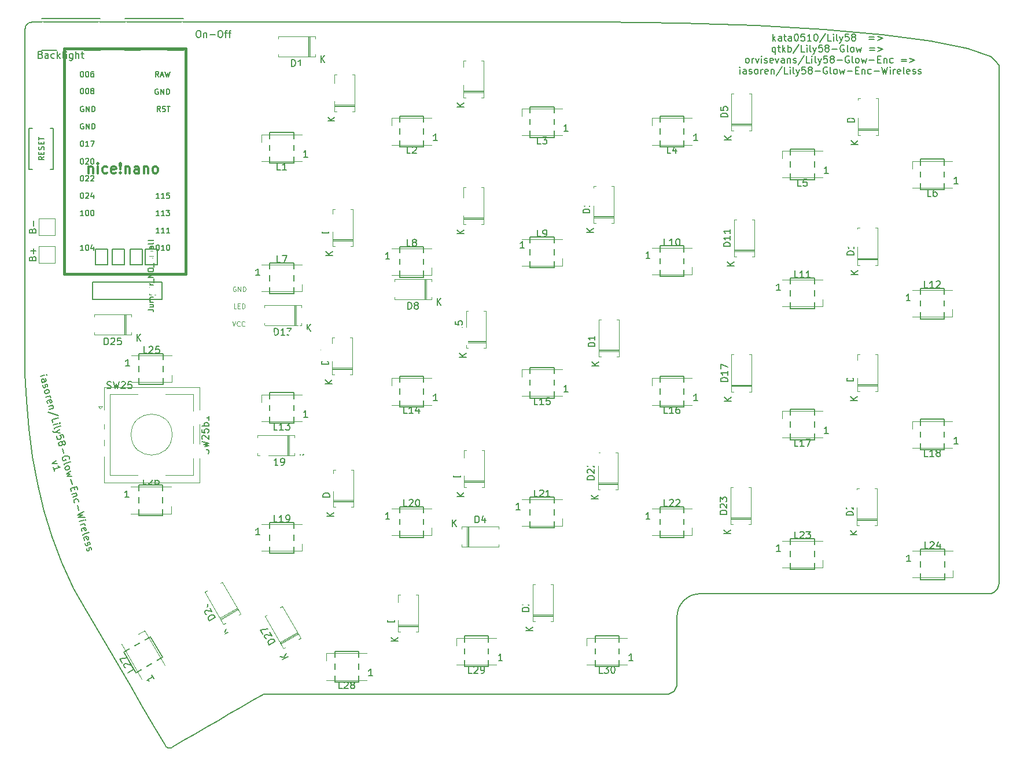
<source format=gbr>
G04 #@! TF.GenerationSoftware,KiCad,Pcbnew,(6.0.0-0)*
G04 #@! TF.CreationDate,2022-05-31T22:11:55-04:00*
G04 #@! TF.ProjectId,Lily58,4c696c79-3538-42e6-9b69-6361645f7063,rev?*
G04 #@! TF.SameCoordinates,Original*
G04 #@! TF.FileFunction,Legend,Top*
G04 #@! TF.FilePolarity,Positive*
%FSLAX46Y46*%
G04 Gerber Fmt 4.6, Leading zero omitted, Abs format (unit mm)*
G04 Created by KiCad (PCBNEW (6.0.0-0)) date 2022-05-31 22:11:55*
%MOMM*%
%LPD*%
G01*
G04 APERTURE LIST*
G04 Aperture macros list*
%AMHorizOval*
0 Thick line with rounded ends*
0 $1 width*
0 $2 $3 position (X,Y) of the first rounded end (center of the circle)*
0 $4 $5 position (X,Y) of the second rounded end (center of the circle)*
0 Add line between two ends*
20,1,$1,$2,$3,$4,$5,0*
0 Add two circle primitives to create the rounded ends*
1,1,$1,$2,$3*
1,1,$1,$4,$5*%
%AMRotRect*
0 Rectangle, with rotation*
0 The origin of the aperture is its center*
0 $1 length*
0 $2 width*
0 $3 Rotation angle, in degrees counterclockwise*
0 Add horizontal line*
21,1,$1,$2,0,0,$3*%
G04 Aperture macros list end*
G04 #@! TA.AperFunction,Profile*
%ADD10C,0.200000*%
G04 #@! TD*
G04 #@! TA.AperFunction,Profile*
%ADD11C,0.150000*%
G04 #@! TD*
%ADD12C,0.125000*%
%ADD13C,0.150000*%
%ADD14C,0.300000*%
%ADD15C,0.120000*%
%ADD16C,0.381000*%
%ADD17RotRect,1.800000X1.800000X120.000000*%
%ADD18C,1.752600*%
%ADD19C,1.397000*%
%ADD20C,4.000000*%
%ADD21C,1.800000*%
%ADD22C,2.200000*%
%ADD23R,1.800000X1.800000*%
%ADD24C,1.700000*%
%ADD25O,2.200000X3.500000*%
%ADD26R,1.500000X2.500000*%
%ADD27O,1.500000X2.500000*%
%ADD28R,2.000000X2.000000*%
%ADD29HorizOval,1.800000X0.000000X0.000000X0.000000X0.000000X0*%
%ADD30C,4.900000*%
%ADD31C,2.500000*%
%ADD32R,1.143000X0.635000*%
%ADD33R,2.550000X2.500000*%
%ADD34C,3.000000*%
%ADD35RotRect,2.550000X2.500000X120.000000*%
%ADD36R,1.600000X0.850000*%
%ADD37RotRect,1.600000X0.850000X120.000000*%
%ADD38C,2.000000*%
%ADD39R,3.200000X2.000000*%
%ADD40O,3.200000X2.000000*%
%ADD41O,1.800000X1.800000*%
G04 APERTURE END LIST*
D10*
X104807833Y-37086762D02*
X94400000Y-37086762D01*
X82937528Y-82285296D02*
X82937528Y-75978362D01*
X82937528Y-75978362D02*
X82937528Y-69671429D01*
X82937528Y-88592229D02*
X82937528Y-82285296D01*
D11*
X118750000Y-57750000D02*
X118750000Y-53250000D01*
X101310889Y-127109431D02*
X103060889Y-130140520D01*
X103060889Y-130140520D02*
X99163775Y-132390520D01*
X97413775Y-129359431D02*
X101310889Y-127109431D01*
X99163775Y-132390520D02*
X97413775Y-129359431D01*
X118750000Y-72350000D02*
X122250000Y-72350000D01*
X131750000Y-129250000D02*
X131750000Y-133750000D01*
X166350000Y-127000000D02*
X169850000Y-127000000D01*
X160350000Y-111150000D02*
X156850000Y-111150000D01*
X141250000Y-108050000D02*
X141250000Y-112550000D01*
X103099200Y-104864800D02*
X103099200Y-109364800D01*
X137750000Y-108050000D02*
X141250000Y-108050000D01*
X198450000Y-117250000D02*
X194950000Y-117250000D01*
X122250000Y-114850000D02*
X118750000Y-114850000D01*
X156850000Y-111150000D02*
X156850000Y-106650000D01*
X166350000Y-131500000D02*
X166350000Y-127000000D01*
X194950000Y-117250000D02*
X194950000Y-112750000D01*
X141250000Y-112550000D02*
X137750000Y-112550000D01*
X122250000Y-110350000D02*
X122250000Y-114850000D01*
X179350000Y-108050000D02*
X179350000Y-112550000D01*
X175850000Y-108050000D02*
X179350000Y-108050000D01*
X214000000Y-118750000D02*
X214000000Y-114250000D01*
X147250000Y-127000000D02*
X150750000Y-127000000D01*
X150750000Y-131500000D02*
X147250000Y-131500000D01*
X160350000Y-106650000D02*
X160350000Y-111150000D01*
X137750000Y-112550000D02*
X137750000Y-108050000D01*
X150750000Y-127000000D02*
X150750000Y-131500000D01*
X156850000Y-106650000D02*
X160350000Y-106650000D01*
X217500000Y-114250000D02*
X217500000Y-118750000D01*
X99599200Y-104864800D02*
X103099200Y-104864800D01*
X194950000Y-112750000D02*
X198450000Y-112750000D01*
X128250000Y-129250000D02*
X131750000Y-129250000D01*
X103099200Y-109364800D02*
X99599200Y-109364800D01*
X175850000Y-112550000D02*
X175850000Y-108050000D01*
X217500000Y-118750000D02*
X214000000Y-118750000D01*
X214000000Y-114250000D02*
X217500000Y-114250000D01*
X147250000Y-131500000D02*
X147250000Y-127000000D01*
X99599200Y-109364800D02*
X99599200Y-104864800D01*
X118750000Y-114850000D02*
X118750000Y-110350000D01*
X118750000Y-110350000D02*
X122250000Y-110350000D01*
X128250000Y-133750000D02*
X128250000Y-129250000D01*
X169850000Y-127000000D02*
X169850000Y-131500000D01*
X169850000Y-131500000D02*
X166350000Y-131500000D01*
X179350000Y-112550000D02*
X175850000Y-112550000D01*
X198450000Y-112750000D02*
X198450000Y-117250000D01*
X131750000Y-133750000D02*
X128250000Y-133750000D01*
X99624000Y-90170000D02*
X99624000Y-85670000D01*
X103124000Y-85670000D02*
X103124000Y-90170000D01*
X103124000Y-90170000D02*
X99624000Y-90170000D01*
X99624000Y-85670000D02*
X103124000Y-85670000D01*
D10*
X178319348Y-134034052D02*
X178288901Y-134314154D01*
X225460000Y-100326490D02*
X225460000Y-109808112D01*
X82937528Y-63364495D02*
X82937528Y-57057562D01*
D11*
X160350000Y-92150000D02*
X156850000Y-92150000D01*
D10*
X96695647Y-131453701D02*
X98371341Y-134320020D01*
X225204001Y-120128696D02*
X225020912Y-120350648D01*
X169449826Y-135511658D02*
X176819348Y-135511658D01*
D11*
X141250000Y-88950000D02*
X141250000Y-93450000D01*
D10*
X89992869Y-119988423D02*
X91668563Y-122854742D01*
X177658308Y-135255660D02*
X177403500Y-135393876D01*
D11*
X141250000Y-55350000D02*
X137750000Y-55350000D01*
D10*
X178201565Y-134595810D02*
X178063349Y-134850619D01*
X104288864Y-143357278D02*
X104456758Y-143271756D01*
D11*
X122250000Y-72350000D02*
X122250000Y-76850000D01*
D10*
X225460000Y-43436755D02*
X225460000Y-52918378D01*
D11*
X198450000Y-60150000D02*
X194950000Y-60150000D01*
D10*
X136027379Y-37086762D02*
X125619545Y-37086762D01*
X104130206Y-143404468D02*
X104288864Y-143357278D01*
X83245570Y-37394123D02*
X83400937Y-37265961D01*
X103842470Y-143386445D02*
X103981252Y-143413974D01*
D11*
X179350000Y-50850000D02*
X179350000Y-55350000D01*
D10*
X82937528Y-50750629D02*
X82937528Y-44443695D01*
X103597295Y-143222884D02*
X103714328Y-143322532D01*
X116186619Y-136480784D02*
X117862313Y-135510645D01*
X224278471Y-42156190D02*
X220889319Y-40963847D01*
D11*
X217450000Y-80550000D02*
X213950000Y-80550000D01*
D10*
X103981252Y-143413974D02*
X104130206Y-143404468D01*
D11*
X194950000Y-93750000D02*
X198450000Y-93750000D01*
X156850000Y-87650000D02*
X160350000Y-87650000D01*
D10*
X224900000Y-42700000D02*
X224278471Y-42156190D01*
X178319348Y-131597973D02*
X178319348Y-132816013D01*
D11*
X137750000Y-74450000D02*
X137750000Y-69950000D01*
D10*
X178319348Y-129161894D02*
X178319348Y-130379933D01*
D11*
X118750000Y-76850000D02*
X118750000Y-72350000D01*
X122250000Y-91350000D02*
X122250000Y-95850000D01*
D10*
X83579303Y-37169210D02*
X83776462Y-37108075D01*
X178594174Y-122926713D02*
X178916678Y-122332160D01*
X178390391Y-123583911D02*
X178594174Y-122926713D01*
X104456758Y-143271756D02*
X106132452Y-142301617D01*
X197622092Y-120789735D02*
X202889673Y-120789735D01*
X213424836Y-120789735D02*
X218692418Y-120789735D01*
X225460000Y-90844867D02*
X225460000Y-100326490D01*
D11*
X160350000Y-49460000D02*
X160350000Y-53960000D01*
D10*
X91668563Y-122854742D02*
X93344258Y-125721062D01*
X139971738Y-135511658D02*
X147341260Y-135511658D01*
X82937528Y-44443695D02*
X82937528Y-38136762D01*
X224900000Y-42700000D02*
X225460000Y-43436755D01*
D11*
X179350000Y-55350000D02*
X175850000Y-55350000D01*
D10*
X83400937Y-37265961D02*
X83579303Y-37169210D01*
D11*
X118750000Y-91350000D02*
X122250000Y-91350000D01*
D10*
X95019952Y-128587381D02*
X96695647Y-131453701D01*
D11*
X137750000Y-69950000D02*
X141250000Y-69950000D01*
D10*
X192354511Y-120789735D02*
X197622092Y-120789735D01*
D11*
X156850000Y-68550000D02*
X160350000Y-68550000D01*
D10*
X181819348Y-120789735D02*
X187086929Y-120789735D01*
X177880261Y-135072571D02*
X177658308Y-135255660D01*
X103398425Y-142918979D02*
X103491837Y-143088150D01*
D11*
X175850000Y-74350000D02*
X175850000Y-69850000D01*
D10*
X225020912Y-120350648D02*
X224798960Y-120533736D01*
D11*
X141250000Y-93450000D02*
X137750000Y-93450000D01*
D10*
X83020657Y-37727855D02*
X83117409Y-37549489D01*
D11*
X217450000Y-95250000D02*
X217450000Y-99750000D01*
D10*
X106132452Y-142301617D02*
X107808147Y-141331479D01*
D11*
X179350000Y-69850000D02*
X179350000Y-74350000D01*
X141250000Y-74450000D02*
X137750000Y-74450000D01*
D10*
X215525697Y-39885159D02*
X208420758Y-38945561D01*
D11*
X213950000Y-76050000D02*
X217450000Y-76050000D01*
D10*
X177403500Y-135393876D02*
X177121844Y-135481211D01*
D11*
X122250000Y-57750000D02*
X118750000Y-57750000D01*
X194950000Y-79050000D02*
X194950000Y-74550000D01*
X160350000Y-68550000D02*
X160350000Y-73050000D01*
X175850000Y-88950000D02*
X179350000Y-88950000D01*
X213950000Y-95250000D02*
X217450000Y-95250000D01*
X160350000Y-73050000D02*
X156850000Y-73050000D01*
X122250000Y-53250000D02*
X122250000Y-57750000D01*
X198450000Y-98250000D02*
X194950000Y-98250000D01*
D10*
X178319348Y-126725814D02*
X178319348Y-127943854D01*
X178063349Y-134850619D02*
X177880261Y-135072571D01*
X224262495Y-120759288D02*
X223959999Y-120789735D01*
X83135690Y-92617561D02*
X83490297Y-96657663D01*
D11*
X137750000Y-55350000D02*
X137750000Y-50850000D01*
D10*
X178319348Y-132816013D02*
X178319348Y-134034052D01*
D11*
X137750000Y-50850000D02*
X141250000Y-50850000D01*
D10*
X179343884Y-121814271D02*
X179861773Y-121387065D01*
X125619545Y-37086762D02*
X115211711Y-37086762D01*
X225460000Y-109808112D02*
X225460000Y-119289735D01*
X88291758Y-116318073D02*
X89993333Y-119989540D01*
X83117409Y-37549489D02*
X83245570Y-37394123D01*
D11*
X217450000Y-99750000D02*
X213950000Y-99750000D01*
X122250000Y-95850000D02*
X118750000Y-95850000D01*
D10*
X178916678Y-122332160D02*
X179343884Y-121814271D01*
X83490297Y-96657663D02*
X84020972Y-100690825D01*
X103714328Y-143322532D02*
X103842470Y-143386445D01*
X82938210Y-38136762D02*
X82959523Y-37925015D01*
X208157255Y-120789735D02*
X213424836Y-120789735D01*
X125232695Y-135511658D02*
X132602217Y-135511658D01*
X225460000Y-52918378D02*
X225460000Y-62400000D01*
D11*
X118750000Y-53250000D02*
X122250000Y-53250000D01*
D10*
X83776462Y-37108075D02*
X83988210Y-37086762D01*
X112835230Y-138421062D02*
X114510925Y-137450923D01*
X154710782Y-135511658D02*
X162080304Y-135511658D01*
X109483841Y-140361340D02*
X111159536Y-139391201D01*
X179861773Y-121387065D02*
X180456326Y-121064561D01*
D11*
X122250000Y-76850000D02*
X118750000Y-76850000D01*
D10*
X178319348Y-127943854D02*
X178319348Y-129161894D01*
D11*
X156850000Y-49460000D02*
X160350000Y-49460000D01*
D10*
X146435213Y-37086762D02*
X136027379Y-37086762D01*
D11*
X213950000Y-99750000D02*
X213950000Y-95250000D01*
D10*
X218692418Y-120789735D02*
X223959999Y-120789735D01*
X85688004Y-108649127D02*
X86863105Y-112530670D01*
X86863105Y-112530670D02*
X88291758Y-116318073D01*
D11*
X194950000Y-55650000D02*
X198450000Y-55650000D01*
D10*
X178288901Y-134314154D02*
X178201565Y-134595810D01*
X162080304Y-135511658D02*
X169449826Y-135511658D01*
X156843047Y-37086762D02*
X146435213Y-37086762D01*
D11*
X179350000Y-74350000D02*
X175850000Y-74350000D01*
D10*
X178319348Y-130379933D02*
X178319348Y-131597973D01*
D11*
X137750000Y-88950000D02*
X141250000Y-88950000D01*
D10*
X117863173Y-135511658D02*
X125232695Y-135511658D01*
X180456326Y-121064561D02*
X181113524Y-120860778D01*
D11*
X198450000Y-74550000D02*
X198450000Y-79050000D01*
X175850000Y-55350000D02*
X175850000Y-50850000D01*
D10*
X189919538Y-37585374D02*
X178989563Y-37215654D01*
X107808147Y-141331479D02*
X109483841Y-140361340D01*
X115211711Y-37086762D02*
X104803877Y-37086762D01*
D11*
X194950000Y-98250000D02*
X194950000Y-93750000D01*
X213950000Y-57150000D02*
X217450000Y-57150000D01*
X217450000Y-76050000D02*
X217450000Y-80550000D01*
D10*
X225429552Y-119592231D02*
X225342217Y-119873887D01*
D11*
X137750000Y-93450000D02*
X137750000Y-88950000D01*
D10*
X82937528Y-57057562D02*
X82937528Y-50750629D01*
X225460000Y-71881623D02*
X225460000Y-81363245D01*
X101722730Y-140052659D02*
X103398425Y-142918979D01*
D11*
X175850000Y-69850000D02*
X179350000Y-69850000D01*
X179350000Y-88950000D02*
X179350000Y-93450000D01*
D10*
X181113524Y-120860778D02*
X181819348Y-120789735D01*
X225460000Y-62400000D02*
X225460000Y-71881623D01*
X103491837Y-143088150D02*
X103597295Y-143222884D01*
X84020972Y-100690825D02*
X84747083Y-104695246D01*
X94396044Y-37086762D02*
X83988210Y-37086762D01*
X178319348Y-124289735D02*
X178319348Y-125507775D01*
D11*
X175850000Y-93450000D02*
X175850000Y-88950000D01*
X160350000Y-87650000D02*
X160350000Y-92150000D01*
D10*
X208420758Y-38945561D02*
X199807654Y-38170488D01*
X132602217Y-135511658D02*
X139971738Y-135511658D01*
X82937777Y-88592317D02*
X83135690Y-92617561D01*
D11*
X198450000Y-55650000D02*
X198450000Y-60150000D01*
D10*
X147341260Y-135511658D02*
X154710782Y-135511658D01*
D11*
X141250000Y-50850000D02*
X141250000Y-55350000D01*
X160350000Y-53960000D02*
X156850000Y-53960000D01*
D10*
X178319348Y-124289735D02*
X178390391Y-123583911D01*
D11*
X156850000Y-92150000D02*
X156850000Y-87650000D01*
D10*
X98371341Y-134320020D02*
X100047036Y-137186340D01*
X225342217Y-119873887D02*
X225204001Y-120128696D01*
X202889673Y-120789735D02*
X208157255Y-120789735D01*
X82937528Y-69671429D02*
X82937528Y-63364495D01*
D11*
X198450000Y-93750000D02*
X198450000Y-98250000D01*
X141250000Y-69950000D02*
X141250000Y-74450000D01*
D10*
X111159536Y-139391201D02*
X112835230Y-138421062D01*
D11*
X213950000Y-80550000D02*
X213950000Y-76050000D01*
D10*
X225460000Y-81363245D02*
X225460000Y-90844867D01*
X187086929Y-120789735D02*
X192354511Y-120789735D01*
X220889319Y-40963847D02*
X215525697Y-39885159D01*
D11*
X118750000Y-95850000D02*
X118750000Y-91350000D01*
D10*
X177121844Y-135481211D02*
X176819348Y-135511658D01*
D11*
X156850000Y-73050000D02*
X156850000Y-68550000D01*
X217450000Y-61650000D02*
X213950000Y-61650000D01*
D10*
X84747083Y-104695246D02*
X85688004Y-108649127D01*
D11*
X198450000Y-79050000D02*
X194950000Y-79050000D01*
D10*
X167250881Y-37086762D02*
X156843047Y-37086762D01*
X114510925Y-137450923D02*
X116186619Y-136480784D01*
X224544152Y-120671952D02*
X224262495Y-120759288D01*
X100047036Y-137186340D02*
X101722730Y-140052659D01*
D11*
X194950000Y-60150000D02*
X194950000Y-55650000D01*
X213950000Y-61650000D02*
X213950000Y-57150000D01*
D10*
X93344258Y-125721062D02*
X95019952Y-128587381D01*
X178989563Y-37215654D02*
X167250881Y-37086762D01*
D11*
X217450000Y-57150000D02*
X217450000Y-61650000D01*
D10*
X224798960Y-120533736D02*
X224544152Y-120671952D01*
X225459999Y-119289735D02*
X225429552Y-119592231D01*
D11*
X194950000Y-74550000D02*
X198450000Y-74550000D01*
D10*
X199807654Y-38170488D02*
X189919538Y-37585374D01*
D11*
X179350000Y-93450000D02*
X175850000Y-93450000D01*
X175850000Y-50850000D02*
X179350000Y-50850000D01*
X156850000Y-53960000D02*
X156850000Y-49460000D01*
D10*
X178319348Y-125507775D02*
X178319348Y-126725814D01*
X82959523Y-37925015D02*
X83020657Y-37727855D01*
D12*
X113850000Y-79016666D02*
X113516666Y-79016666D01*
X113516666Y-78316666D01*
X114083333Y-78650000D02*
X114316666Y-78650000D01*
X114416666Y-79016666D02*
X114083333Y-79016666D01*
X114083333Y-78316666D01*
X114416666Y-78316666D01*
X114716666Y-79016666D02*
X114716666Y-78316666D01*
X114883333Y-78316666D01*
X114983333Y-78350000D01*
X115050000Y-78416666D01*
X115083333Y-78483333D01*
X115116666Y-78616666D01*
X115116666Y-78716666D01*
X115083333Y-78850000D01*
X115050000Y-78916666D01*
X114983333Y-78983333D01*
X114883333Y-79016666D01*
X114716666Y-79016666D01*
X113766666Y-75850000D02*
X113700000Y-75816666D01*
X113600000Y-75816666D01*
X113500000Y-75850000D01*
X113433333Y-75916666D01*
X113400000Y-75983333D01*
X113366666Y-76116666D01*
X113366666Y-76216666D01*
X113400000Y-76350000D01*
X113433333Y-76416666D01*
X113500000Y-76483333D01*
X113600000Y-76516666D01*
X113666666Y-76516666D01*
X113766666Y-76483333D01*
X113800000Y-76450000D01*
X113800000Y-76216666D01*
X113666666Y-76216666D01*
X114100000Y-76516666D02*
X114100000Y-75816666D01*
X114500000Y-76516666D01*
X114500000Y-75816666D01*
X114833333Y-76516666D02*
X114833333Y-75816666D01*
X115000000Y-75816666D01*
X115100000Y-75850000D01*
X115166666Y-75916666D01*
X115200000Y-75983333D01*
X115233333Y-76116666D01*
X115233333Y-76216666D01*
X115200000Y-76350000D01*
X115166666Y-76416666D01*
X115100000Y-76483333D01*
X115000000Y-76516666D01*
X114833333Y-76516666D01*
X113266666Y-80916666D02*
X113500000Y-81616666D01*
X113733333Y-80916666D01*
X114366666Y-81550000D02*
X114333333Y-81583333D01*
X114233333Y-81616666D01*
X114166666Y-81616666D01*
X114066666Y-81583333D01*
X114000000Y-81516666D01*
X113966666Y-81450000D01*
X113933333Y-81316666D01*
X113933333Y-81216666D01*
X113966666Y-81083333D01*
X114000000Y-81016666D01*
X114066666Y-80950000D01*
X114166666Y-80916666D01*
X114233333Y-80916666D01*
X114333333Y-80950000D01*
X114366666Y-80983333D01*
X115066666Y-81550000D02*
X115033333Y-81583333D01*
X114933333Y-81616666D01*
X114866666Y-81616666D01*
X114766666Y-81583333D01*
X114700000Y-81516666D01*
X114666666Y-81450000D01*
X114633333Y-81316666D01*
X114633333Y-81216666D01*
X114666666Y-81083333D01*
X114700000Y-81016666D01*
X114766666Y-80950000D01*
X114866666Y-80916666D01*
X114933333Y-80916666D01*
X115033333Y-80950000D01*
X115066666Y-80983333D01*
D13*
X85179332Y-88975717D02*
X85823282Y-88803171D01*
X86145258Y-88716898D02*
X86086937Y-88683226D01*
X86053265Y-88741548D01*
X86111586Y-88775219D01*
X86145258Y-88716898D01*
X86053265Y-88741548D01*
X85413501Y-89849650D02*
X85919463Y-89714078D01*
X85999131Y-89643432D01*
X86020478Y-89539115D01*
X85971179Y-89355129D01*
X85900533Y-89275461D01*
X85459498Y-89837325D02*
X85388852Y-89757657D01*
X85327228Y-89527675D01*
X85348576Y-89423357D01*
X85428244Y-89352711D01*
X85520237Y-89328062D01*
X85624554Y-89349409D01*
X85695200Y-89429077D01*
X85756824Y-89659059D01*
X85827470Y-89738728D01*
X85570420Y-90251294D02*
X85549073Y-90355611D01*
X85598372Y-90539597D01*
X85669018Y-90619265D01*
X85773336Y-90640612D01*
X85819332Y-90628288D01*
X85899000Y-90557642D01*
X85920348Y-90453324D01*
X85883373Y-90315335D01*
X85904720Y-90211017D01*
X85984389Y-90140371D01*
X86030385Y-90128046D01*
X86134703Y-90149393D01*
X86205349Y-90229062D01*
X86242323Y-90367051D01*
X86220976Y-90471369D01*
X85783243Y-91229544D02*
X85804590Y-91125227D01*
X85838262Y-91066905D01*
X85917930Y-90996259D01*
X86193909Y-90922311D01*
X86298226Y-90943658D01*
X86356548Y-90977330D01*
X86427194Y-91056998D01*
X86464168Y-91194988D01*
X86442821Y-91299305D01*
X86409149Y-91357626D01*
X86329481Y-91428272D01*
X86053502Y-91502221D01*
X85949184Y-91480874D01*
X85890863Y-91447202D01*
X85820217Y-91367534D01*
X85783243Y-91229544D01*
X85980438Y-91965488D02*
X86624389Y-91792942D01*
X86440403Y-91842240D02*
X86544721Y-91863588D01*
X86603042Y-91897259D01*
X86673688Y-91976927D01*
X86698337Y-92068920D01*
X86285254Y-92919089D02*
X86214608Y-92839421D01*
X86165309Y-92655435D01*
X86186656Y-92551117D01*
X86266324Y-92480471D01*
X86634296Y-92381873D01*
X86738614Y-92403220D01*
X86809260Y-92482889D01*
X86858559Y-92666874D01*
X86837212Y-92771192D01*
X86757543Y-92841838D01*
X86665550Y-92866487D01*
X86450310Y-92431172D01*
X87006455Y-93218832D02*
X86362505Y-93391378D01*
X86914462Y-93243482D02*
X86972783Y-93277153D01*
X87043429Y-93356822D01*
X87080404Y-93494811D01*
X87059056Y-93599129D01*
X86979388Y-93669774D01*
X86473427Y-93805346D01*
X87793467Y-94684114D02*
X86329718Y-94188945D01*
X86991065Y-95737198D02*
X86867818Y-95277233D01*
X87833744Y-95018414D01*
X87077338Y-96059173D02*
X87721289Y-95886627D01*
X88043264Y-95800354D02*
X87984943Y-95766682D01*
X87951271Y-95825004D01*
X88009592Y-95858675D01*
X88043264Y-95800354D01*
X87951271Y-95825004D01*
X87237560Y-96657127D02*
X87258907Y-96552810D01*
X87338575Y-96482164D01*
X88166511Y-96260319D01*
X87955458Y-96760560D02*
X87373131Y-97163089D01*
X88078706Y-97220525D02*
X87373131Y-97163089D01*
X87118500Y-97132719D01*
X87060178Y-97099047D01*
X86989533Y-97019379D01*
X88622526Y-97962188D02*
X88499279Y-97502224D01*
X88026989Y-97579474D01*
X88085310Y-97613146D01*
X88155956Y-97692814D01*
X88217580Y-97922797D01*
X88196233Y-98027114D01*
X88162561Y-98085435D01*
X88082893Y-98156081D01*
X87852910Y-98217705D01*
X87748593Y-98196358D01*
X87690272Y-98162686D01*
X87619626Y-98083018D01*
X87558002Y-97853036D01*
X87579349Y-97748718D01*
X87613021Y-97690397D01*
X88368779Y-98671065D02*
X88390126Y-98566747D01*
X88423798Y-98508426D01*
X88503466Y-98437780D01*
X88549462Y-98425455D01*
X88653780Y-98446802D01*
X88712101Y-98480474D01*
X88782747Y-98560142D01*
X88832046Y-98744128D01*
X88810699Y-98848446D01*
X88777027Y-98906767D01*
X88697359Y-98977413D01*
X88651362Y-98989738D01*
X88547045Y-98968391D01*
X88488724Y-98934719D01*
X88418078Y-98855051D01*
X88368779Y-98671065D01*
X88298133Y-98591397D01*
X88239812Y-98557725D01*
X88135494Y-98536378D01*
X87951508Y-98585677D01*
X87871840Y-98656323D01*
X87838168Y-98714644D01*
X87816821Y-98818961D01*
X87866120Y-99002947D01*
X87936766Y-99082615D01*
X87995087Y-99116287D01*
X88099405Y-99137634D01*
X88283391Y-99088335D01*
X88363059Y-99017689D01*
X88396731Y-98959368D01*
X88418078Y-98855051D01*
X88394313Y-99502304D02*
X88591509Y-100238247D01*
X89402285Y-101056276D02*
X89423632Y-100951959D01*
X89386658Y-100813969D01*
X89303688Y-100688305D01*
X89187045Y-100620961D01*
X89082727Y-100599614D01*
X88886417Y-100602916D01*
X88748428Y-100639891D01*
X88576766Y-100735186D01*
X88497098Y-100805832D01*
X88429755Y-100922474D01*
X88420732Y-101072788D01*
X88445382Y-101164781D01*
X88528352Y-101290446D01*
X88586674Y-101324118D01*
X88908649Y-101237845D01*
X88859350Y-101053859D01*
X88642577Y-101900725D02*
X88663924Y-101796407D01*
X88743592Y-101725761D01*
X89571529Y-101503916D01*
X88778149Y-102406686D02*
X88799496Y-102302368D01*
X88833168Y-102244047D01*
X88912836Y-102173401D01*
X89188815Y-102099453D01*
X89293133Y-102120800D01*
X89351454Y-102154472D01*
X89422100Y-102234140D01*
X89459074Y-102372129D01*
X89437727Y-102476447D01*
X89404055Y-102534768D01*
X89324387Y-102605414D01*
X89048408Y-102679362D01*
X88944090Y-102658015D01*
X88885769Y-102624343D01*
X88815123Y-102544675D01*
X88778149Y-102406686D01*
X89594646Y-102878090D02*
X88999994Y-103234622D01*
X89509258Y-103295361D01*
X89098592Y-103602594D01*
X89791841Y-103614034D01*
X89614460Y-104055954D02*
X89811656Y-104791897D01*
X90072892Y-105214888D02*
X90159165Y-105536863D01*
X89690178Y-105810424D02*
X89566931Y-105350460D01*
X90532857Y-105091641D01*
X90656104Y-105551605D01*
X90445051Y-106051847D02*
X89801101Y-106224393D01*
X90353058Y-106076496D02*
X90411379Y-106110168D01*
X90482025Y-106189836D01*
X90518999Y-106327825D01*
X90497652Y-106432143D01*
X90417984Y-106502789D01*
X89912023Y-106638361D01*
X90192189Y-107499969D02*
X90121543Y-107420301D01*
X90072244Y-107236315D01*
X90093591Y-107131997D01*
X90127263Y-107073676D01*
X90206931Y-107003030D01*
X90482910Y-106929082D01*
X90587228Y-106950429D01*
X90645549Y-106984101D01*
X90716195Y-107063769D01*
X90765494Y-107247755D01*
X90744147Y-107352072D01*
X90625087Y-107827664D02*
X90822282Y-108563608D01*
X91518834Y-108771358D02*
X90614532Y-109260160D01*
X91353778Y-109259275D01*
X90713130Y-109628131D01*
X91740679Y-109599295D01*
X90873351Y-110226085D02*
X91517301Y-110053539D01*
X91839277Y-109967266D02*
X91780956Y-109933595D01*
X91747284Y-109991916D01*
X91805605Y-110025588D01*
X91839277Y-109967266D01*
X91747284Y-109991916D01*
X90996598Y-110686050D02*
X91640549Y-110513504D01*
X91456563Y-110562803D02*
X91560880Y-110584150D01*
X91619202Y-110617822D01*
X91689847Y-110697490D01*
X91714497Y-110789483D01*
X91301414Y-111639651D02*
X91230768Y-111559983D01*
X91181469Y-111375997D01*
X91202816Y-111271679D01*
X91282484Y-111201034D01*
X91650456Y-111102436D01*
X91754773Y-111123783D01*
X91825419Y-111203451D01*
X91874718Y-111387437D01*
X91853371Y-111491755D01*
X91773703Y-111562400D01*
X91681710Y-111587050D01*
X91466470Y-111151735D01*
X91415638Y-112249930D02*
X91436985Y-112145612D01*
X91516654Y-112074966D01*
X92344590Y-111853122D01*
X91658830Y-112973549D02*
X91588184Y-112893881D01*
X91538886Y-112709895D01*
X91560233Y-112605577D01*
X91639901Y-112534931D01*
X92007873Y-112436333D01*
X92112190Y-112457680D01*
X92182836Y-112537349D01*
X92232135Y-112721335D01*
X92210788Y-112825652D01*
X92131120Y-112896298D01*
X92039127Y-112920947D01*
X91823887Y-112485632D01*
X91769753Y-113387517D02*
X91748406Y-113491835D01*
X91797705Y-113675820D01*
X91868351Y-113755489D01*
X91972668Y-113776836D01*
X92018665Y-113764511D01*
X92098333Y-113693865D01*
X92119680Y-113589547D01*
X92082706Y-113451558D01*
X92104053Y-113347240D01*
X92183721Y-113276595D01*
X92229717Y-113264270D01*
X92334035Y-113285617D01*
X92404681Y-113365285D01*
X92441655Y-113503274D01*
X92420308Y-113607592D01*
X91979273Y-114169457D02*
X91957926Y-114273775D01*
X92007225Y-114457760D01*
X92077871Y-114537429D01*
X92182188Y-114558776D01*
X92228185Y-114546451D01*
X92307853Y-114475805D01*
X92329200Y-114371487D01*
X92292226Y-114233498D01*
X92313573Y-114129180D01*
X92393241Y-114058534D01*
X92439238Y-114046210D01*
X92543555Y-114067557D01*
X92614201Y-114147225D01*
X92651175Y-114285214D01*
X92629828Y-114389532D01*
X87509542Y-101316941D02*
X86927215Y-101719470D01*
X87632789Y-101776906D01*
X87223008Y-102823385D02*
X87075111Y-102271427D01*
X87149060Y-102547406D02*
X88114986Y-102288587D01*
X87952347Y-102233568D01*
X87835704Y-102166225D01*
X87765059Y-102086556D01*
X155987714Y-70175380D02*
X155416285Y-70175380D01*
X155702000Y-70175380D02*
X155702000Y-69175380D01*
X155606761Y-69318238D01*
X155511523Y-69413476D01*
X155416285Y-69461095D01*
X192382238Y-39820380D02*
X192382238Y-38820380D01*
X192477476Y-39439428D02*
X192763190Y-39820380D01*
X192763190Y-39153714D02*
X192382238Y-39534666D01*
X193620333Y-39820380D02*
X193620333Y-39296571D01*
X193572714Y-39201333D01*
X193477476Y-39153714D01*
X193287000Y-39153714D01*
X193191761Y-39201333D01*
X193620333Y-39772761D02*
X193525095Y-39820380D01*
X193287000Y-39820380D01*
X193191761Y-39772761D01*
X193144142Y-39677523D01*
X193144142Y-39582285D01*
X193191761Y-39487047D01*
X193287000Y-39439428D01*
X193525095Y-39439428D01*
X193620333Y-39391809D01*
X193953666Y-39153714D02*
X194334619Y-39153714D01*
X194096523Y-38820380D02*
X194096523Y-39677523D01*
X194144142Y-39772761D01*
X194239380Y-39820380D01*
X194334619Y-39820380D01*
X195096523Y-39820380D02*
X195096523Y-39296571D01*
X195048904Y-39201333D01*
X194953666Y-39153714D01*
X194763190Y-39153714D01*
X194667952Y-39201333D01*
X195096523Y-39772761D02*
X195001285Y-39820380D01*
X194763190Y-39820380D01*
X194667952Y-39772761D01*
X194620333Y-39677523D01*
X194620333Y-39582285D01*
X194667952Y-39487047D01*
X194763190Y-39439428D01*
X195001285Y-39439428D01*
X195096523Y-39391809D01*
X195763190Y-38820380D02*
X195858428Y-38820380D01*
X195953666Y-38868000D01*
X196001285Y-38915619D01*
X196048904Y-39010857D01*
X196096523Y-39201333D01*
X196096523Y-39439428D01*
X196048904Y-39629904D01*
X196001285Y-39725142D01*
X195953666Y-39772761D01*
X195858428Y-39820380D01*
X195763190Y-39820380D01*
X195667952Y-39772761D01*
X195620333Y-39725142D01*
X195572714Y-39629904D01*
X195525095Y-39439428D01*
X195525095Y-39201333D01*
X195572714Y-39010857D01*
X195620333Y-38915619D01*
X195667952Y-38868000D01*
X195763190Y-38820380D01*
X197001285Y-38820380D02*
X196525095Y-38820380D01*
X196477476Y-39296571D01*
X196525095Y-39248952D01*
X196620333Y-39201333D01*
X196858428Y-39201333D01*
X196953666Y-39248952D01*
X197001285Y-39296571D01*
X197048904Y-39391809D01*
X197048904Y-39629904D01*
X197001285Y-39725142D01*
X196953666Y-39772761D01*
X196858428Y-39820380D01*
X196620333Y-39820380D01*
X196525095Y-39772761D01*
X196477476Y-39725142D01*
X198001285Y-39820380D02*
X197429857Y-39820380D01*
X197715571Y-39820380D02*
X197715571Y-38820380D01*
X197620333Y-38963238D01*
X197525095Y-39058476D01*
X197429857Y-39106095D01*
X198620333Y-38820380D02*
X198715571Y-38820380D01*
X198810809Y-38868000D01*
X198858428Y-38915619D01*
X198906047Y-39010857D01*
X198953666Y-39201333D01*
X198953666Y-39439428D01*
X198906047Y-39629904D01*
X198858428Y-39725142D01*
X198810809Y-39772761D01*
X198715571Y-39820380D01*
X198620333Y-39820380D01*
X198525095Y-39772761D01*
X198477476Y-39725142D01*
X198429857Y-39629904D01*
X198382238Y-39439428D01*
X198382238Y-39201333D01*
X198429857Y-39010857D01*
X198477476Y-38915619D01*
X198525095Y-38868000D01*
X198620333Y-38820380D01*
X200096523Y-38772761D02*
X199239380Y-40058476D01*
X200906047Y-39820380D02*
X200429857Y-39820380D01*
X200429857Y-38820380D01*
X201239380Y-39820380D02*
X201239380Y-39153714D01*
X201239380Y-38820380D02*
X201191761Y-38868000D01*
X201239380Y-38915619D01*
X201287000Y-38868000D01*
X201239380Y-38820380D01*
X201239380Y-38915619D01*
X201858428Y-39820380D02*
X201763190Y-39772761D01*
X201715571Y-39677523D01*
X201715571Y-38820380D01*
X202144142Y-39153714D02*
X202382238Y-39820380D01*
X202620333Y-39153714D02*
X202382238Y-39820380D01*
X202287000Y-40058476D01*
X202239380Y-40106095D01*
X202144142Y-40153714D01*
X203477476Y-38820380D02*
X203001285Y-38820380D01*
X202953666Y-39296571D01*
X203001285Y-39248952D01*
X203096523Y-39201333D01*
X203334619Y-39201333D01*
X203429857Y-39248952D01*
X203477476Y-39296571D01*
X203525095Y-39391809D01*
X203525095Y-39629904D01*
X203477476Y-39725142D01*
X203429857Y-39772761D01*
X203334619Y-39820380D01*
X203096523Y-39820380D01*
X203001285Y-39772761D01*
X202953666Y-39725142D01*
X204096523Y-39248952D02*
X204001285Y-39201333D01*
X203953666Y-39153714D01*
X203906047Y-39058476D01*
X203906047Y-39010857D01*
X203953666Y-38915619D01*
X204001285Y-38868000D01*
X204096523Y-38820380D01*
X204287000Y-38820380D01*
X204382238Y-38868000D01*
X204429857Y-38915619D01*
X204477476Y-39010857D01*
X204477476Y-39058476D01*
X204429857Y-39153714D01*
X204382238Y-39201333D01*
X204287000Y-39248952D01*
X204096523Y-39248952D01*
X204001285Y-39296571D01*
X203953666Y-39344190D01*
X203906047Y-39439428D01*
X203906047Y-39629904D01*
X203953666Y-39725142D01*
X204001285Y-39772761D01*
X204096523Y-39820380D01*
X204287000Y-39820380D01*
X204382238Y-39772761D01*
X204429857Y-39725142D01*
X204477476Y-39629904D01*
X204477476Y-39439428D01*
X204429857Y-39344190D01*
X204382238Y-39296571D01*
X204287000Y-39248952D01*
X206429857Y-39296571D02*
X207191761Y-39296571D01*
X207191761Y-39582285D02*
X206429857Y-39582285D01*
X207667952Y-39153714D02*
X208429857Y-39439428D01*
X207667952Y-39725142D01*
X192739380Y-40763714D02*
X192739380Y-41763714D01*
X192739380Y-41382761D02*
X192644142Y-41430380D01*
X192453666Y-41430380D01*
X192358428Y-41382761D01*
X192310809Y-41335142D01*
X192263190Y-41239904D01*
X192263190Y-40954190D01*
X192310809Y-40858952D01*
X192358428Y-40811333D01*
X192453666Y-40763714D01*
X192644142Y-40763714D01*
X192739380Y-40811333D01*
X193072714Y-40763714D02*
X193453666Y-40763714D01*
X193215571Y-40430380D02*
X193215571Y-41287523D01*
X193263190Y-41382761D01*
X193358428Y-41430380D01*
X193453666Y-41430380D01*
X193787000Y-41430380D02*
X193787000Y-40430380D01*
X193882238Y-41049428D02*
X194167952Y-41430380D01*
X194167952Y-40763714D02*
X193787000Y-41144666D01*
X194596523Y-41430380D02*
X194596523Y-40430380D01*
X194596523Y-40811333D02*
X194691761Y-40763714D01*
X194882238Y-40763714D01*
X194977476Y-40811333D01*
X195025095Y-40858952D01*
X195072714Y-40954190D01*
X195072714Y-41239904D01*
X195025095Y-41335142D01*
X194977476Y-41382761D01*
X194882238Y-41430380D01*
X194691761Y-41430380D01*
X194596523Y-41382761D01*
X196215571Y-40382761D02*
X195358428Y-41668476D01*
X197025095Y-41430380D02*
X196548904Y-41430380D01*
X196548904Y-40430380D01*
X197358428Y-41430380D02*
X197358428Y-40763714D01*
X197358428Y-40430380D02*
X197310809Y-40478000D01*
X197358428Y-40525619D01*
X197406047Y-40478000D01*
X197358428Y-40430380D01*
X197358428Y-40525619D01*
X197977476Y-41430380D02*
X197882238Y-41382761D01*
X197834619Y-41287523D01*
X197834619Y-40430380D01*
X198263190Y-40763714D02*
X198501285Y-41430380D01*
X198739380Y-40763714D02*
X198501285Y-41430380D01*
X198406047Y-41668476D01*
X198358428Y-41716095D01*
X198263190Y-41763714D01*
X199596523Y-40430380D02*
X199120333Y-40430380D01*
X199072714Y-40906571D01*
X199120333Y-40858952D01*
X199215571Y-40811333D01*
X199453666Y-40811333D01*
X199548904Y-40858952D01*
X199596523Y-40906571D01*
X199644142Y-41001809D01*
X199644142Y-41239904D01*
X199596523Y-41335142D01*
X199548904Y-41382761D01*
X199453666Y-41430380D01*
X199215571Y-41430380D01*
X199120333Y-41382761D01*
X199072714Y-41335142D01*
X200215571Y-40858952D02*
X200120333Y-40811333D01*
X200072714Y-40763714D01*
X200025095Y-40668476D01*
X200025095Y-40620857D01*
X200072714Y-40525619D01*
X200120333Y-40478000D01*
X200215571Y-40430380D01*
X200406047Y-40430380D01*
X200501285Y-40478000D01*
X200548904Y-40525619D01*
X200596523Y-40620857D01*
X200596523Y-40668476D01*
X200548904Y-40763714D01*
X200501285Y-40811333D01*
X200406047Y-40858952D01*
X200215571Y-40858952D01*
X200120333Y-40906571D01*
X200072714Y-40954190D01*
X200025095Y-41049428D01*
X200025095Y-41239904D01*
X200072714Y-41335142D01*
X200120333Y-41382761D01*
X200215571Y-41430380D01*
X200406047Y-41430380D01*
X200501285Y-41382761D01*
X200548904Y-41335142D01*
X200596523Y-41239904D01*
X200596523Y-41049428D01*
X200548904Y-40954190D01*
X200501285Y-40906571D01*
X200406047Y-40858952D01*
X201025095Y-41049428D02*
X201787000Y-41049428D01*
X202787000Y-40478000D02*
X202691761Y-40430380D01*
X202548904Y-40430380D01*
X202406047Y-40478000D01*
X202310809Y-40573238D01*
X202263190Y-40668476D01*
X202215571Y-40858952D01*
X202215571Y-41001809D01*
X202263190Y-41192285D01*
X202310809Y-41287523D01*
X202406047Y-41382761D01*
X202548904Y-41430380D01*
X202644142Y-41430380D01*
X202787000Y-41382761D01*
X202834619Y-41335142D01*
X202834619Y-41001809D01*
X202644142Y-41001809D01*
X203406047Y-41430380D02*
X203310809Y-41382761D01*
X203263190Y-41287523D01*
X203263190Y-40430380D01*
X203929857Y-41430380D02*
X203834619Y-41382761D01*
X203787000Y-41335142D01*
X203739380Y-41239904D01*
X203739380Y-40954190D01*
X203787000Y-40858952D01*
X203834619Y-40811333D01*
X203929857Y-40763714D01*
X204072714Y-40763714D01*
X204167952Y-40811333D01*
X204215571Y-40858952D01*
X204263190Y-40954190D01*
X204263190Y-41239904D01*
X204215571Y-41335142D01*
X204167952Y-41382761D01*
X204072714Y-41430380D01*
X203929857Y-41430380D01*
X204596523Y-40763714D02*
X204787000Y-41430380D01*
X204977476Y-40954190D01*
X205167952Y-41430380D01*
X205358428Y-40763714D01*
X206501285Y-40906571D02*
X207263190Y-40906571D01*
X207263190Y-41192285D02*
X206501285Y-41192285D01*
X207739380Y-40763714D02*
X208501285Y-41049428D01*
X207739380Y-41335142D01*
X188572714Y-43040380D02*
X188477476Y-42992761D01*
X188429857Y-42945142D01*
X188382238Y-42849904D01*
X188382238Y-42564190D01*
X188429857Y-42468952D01*
X188477476Y-42421333D01*
X188572714Y-42373714D01*
X188715571Y-42373714D01*
X188810809Y-42421333D01*
X188858428Y-42468952D01*
X188906047Y-42564190D01*
X188906047Y-42849904D01*
X188858428Y-42945142D01*
X188810809Y-42992761D01*
X188715571Y-43040380D01*
X188572714Y-43040380D01*
X189334619Y-43040380D02*
X189334619Y-42373714D01*
X189334619Y-42564190D02*
X189382238Y-42468952D01*
X189429857Y-42421333D01*
X189525095Y-42373714D01*
X189620333Y-42373714D01*
X189858428Y-42373714D02*
X190096523Y-43040380D01*
X190334619Y-42373714D01*
X190715571Y-43040380D02*
X190715571Y-42373714D01*
X190715571Y-42040380D02*
X190667952Y-42088000D01*
X190715571Y-42135619D01*
X190763190Y-42088000D01*
X190715571Y-42040380D01*
X190715571Y-42135619D01*
X191144142Y-42992761D02*
X191239380Y-43040380D01*
X191429857Y-43040380D01*
X191525095Y-42992761D01*
X191572714Y-42897523D01*
X191572714Y-42849904D01*
X191525095Y-42754666D01*
X191429857Y-42707047D01*
X191287000Y-42707047D01*
X191191761Y-42659428D01*
X191144142Y-42564190D01*
X191144142Y-42516571D01*
X191191761Y-42421333D01*
X191287000Y-42373714D01*
X191429857Y-42373714D01*
X191525095Y-42421333D01*
X192382238Y-42992761D02*
X192287000Y-43040380D01*
X192096523Y-43040380D01*
X192001285Y-42992761D01*
X191953666Y-42897523D01*
X191953666Y-42516571D01*
X192001285Y-42421333D01*
X192096523Y-42373714D01*
X192287000Y-42373714D01*
X192382238Y-42421333D01*
X192429857Y-42516571D01*
X192429857Y-42611809D01*
X191953666Y-42707047D01*
X192763190Y-42373714D02*
X193001285Y-43040380D01*
X193239380Y-42373714D01*
X194048904Y-43040380D02*
X194048904Y-42516571D01*
X194001285Y-42421333D01*
X193906047Y-42373714D01*
X193715571Y-42373714D01*
X193620333Y-42421333D01*
X194048904Y-42992761D02*
X193953666Y-43040380D01*
X193715571Y-43040380D01*
X193620333Y-42992761D01*
X193572714Y-42897523D01*
X193572714Y-42802285D01*
X193620333Y-42707047D01*
X193715571Y-42659428D01*
X193953666Y-42659428D01*
X194048904Y-42611809D01*
X194525095Y-42373714D02*
X194525095Y-43040380D01*
X194525095Y-42468952D02*
X194572714Y-42421333D01*
X194667952Y-42373714D01*
X194810809Y-42373714D01*
X194906047Y-42421333D01*
X194953666Y-42516571D01*
X194953666Y-43040380D01*
X195382238Y-42992761D02*
X195477476Y-43040380D01*
X195667952Y-43040380D01*
X195763190Y-42992761D01*
X195810809Y-42897523D01*
X195810809Y-42849904D01*
X195763190Y-42754666D01*
X195667952Y-42707047D01*
X195525095Y-42707047D01*
X195429857Y-42659428D01*
X195382238Y-42564190D01*
X195382238Y-42516571D01*
X195429857Y-42421333D01*
X195525095Y-42373714D01*
X195667952Y-42373714D01*
X195763190Y-42421333D01*
X196953666Y-41992761D02*
X196096523Y-43278476D01*
X197763190Y-43040380D02*
X197287000Y-43040380D01*
X197287000Y-42040380D01*
X198096523Y-43040380D02*
X198096523Y-42373714D01*
X198096523Y-42040380D02*
X198048904Y-42088000D01*
X198096523Y-42135619D01*
X198144142Y-42088000D01*
X198096523Y-42040380D01*
X198096523Y-42135619D01*
X198715571Y-43040380D02*
X198620333Y-42992761D01*
X198572714Y-42897523D01*
X198572714Y-42040380D01*
X199001285Y-42373714D02*
X199239380Y-43040380D01*
X199477476Y-42373714D02*
X199239380Y-43040380D01*
X199144142Y-43278476D01*
X199096523Y-43326095D01*
X199001285Y-43373714D01*
X200334619Y-42040380D02*
X199858428Y-42040380D01*
X199810809Y-42516571D01*
X199858428Y-42468952D01*
X199953666Y-42421333D01*
X200191761Y-42421333D01*
X200287000Y-42468952D01*
X200334619Y-42516571D01*
X200382238Y-42611809D01*
X200382238Y-42849904D01*
X200334619Y-42945142D01*
X200287000Y-42992761D01*
X200191761Y-43040380D01*
X199953666Y-43040380D01*
X199858428Y-42992761D01*
X199810809Y-42945142D01*
X200953666Y-42468952D02*
X200858428Y-42421333D01*
X200810809Y-42373714D01*
X200763190Y-42278476D01*
X200763190Y-42230857D01*
X200810809Y-42135619D01*
X200858428Y-42088000D01*
X200953666Y-42040380D01*
X201144142Y-42040380D01*
X201239380Y-42088000D01*
X201287000Y-42135619D01*
X201334619Y-42230857D01*
X201334619Y-42278476D01*
X201287000Y-42373714D01*
X201239380Y-42421333D01*
X201144142Y-42468952D01*
X200953666Y-42468952D01*
X200858428Y-42516571D01*
X200810809Y-42564190D01*
X200763190Y-42659428D01*
X200763190Y-42849904D01*
X200810809Y-42945142D01*
X200858428Y-42992761D01*
X200953666Y-43040380D01*
X201144142Y-43040380D01*
X201239380Y-42992761D01*
X201287000Y-42945142D01*
X201334619Y-42849904D01*
X201334619Y-42659428D01*
X201287000Y-42564190D01*
X201239380Y-42516571D01*
X201144142Y-42468952D01*
X201763190Y-42659428D02*
X202525095Y-42659428D01*
X203525095Y-42088000D02*
X203429857Y-42040380D01*
X203287000Y-42040380D01*
X203144142Y-42088000D01*
X203048904Y-42183238D01*
X203001285Y-42278476D01*
X202953666Y-42468952D01*
X202953666Y-42611809D01*
X203001285Y-42802285D01*
X203048904Y-42897523D01*
X203144142Y-42992761D01*
X203287000Y-43040380D01*
X203382238Y-43040380D01*
X203525095Y-42992761D01*
X203572714Y-42945142D01*
X203572714Y-42611809D01*
X203382238Y-42611809D01*
X204144142Y-43040380D02*
X204048904Y-42992761D01*
X204001285Y-42897523D01*
X204001285Y-42040380D01*
X204667952Y-43040380D02*
X204572714Y-42992761D01*
X204525095Y-42945142D01*
X204477476Y-42849904D01*
X204477476Y-42564190D01*
X204525095Y-42468952D01*
X204572714Y-42421333D01*
X204667952Y-42373714D01*
X204810809Y-42373714D01*
X204906047Y-42421333D01*
X204953666Y-42468952D01*
X205001285Y-42564190D01*
X205001285Y-42849904D01*
X204953666Y-42945142D01*
X204906047Y-42992761D01*
X204810809Y-43040380D01*
X204667952Y-43040380D01*
X205334619Y-42373714D02*
X205525095Y-43040380D01*
X205715571Y-42564190D01*
X205906047Y-43040380D01*
X206096523Y-42373714D01*
X206477476Y-42659428D02*
X207239380Y-42659428D01*
X207715571Y-42516571D02*
X208048904Y-42516571D01*
X208191761Y-43040380D02*
X207715571Y-43040380D01*
X207715571Y-42040380D01*
X208191761Y-42040380D01*
X208620333Y-42373714D02*
X208620333Y-43040380D01*
X208620333Y-42468952D02*
X208667952Y-42421333D01*
X208763190Y-42373714D01*
X208906047Y-42373714D01*
X209001285Y-42421333D01*
X209048904Y-42516571D01*
X209048904Y-43040380D01*
X209953666Y-42992761D02*
X209858428Y-43040380D01*
X209667952Y-43040380D01*
X209572714Y-42992761D01*
X209525095Y-42945142D01*
X209477476Y-42849904D01*
X209477476Y-42564190D01*
X209525095Y-42468952D01*
X209572714Y-42421333D01*
X209667952Y-42373714D01*
X209858428Y-42373714D01*
X209953666Y-42421333D01*
X211144142Y-42516571D02*
X211906047Y-42516571D01*
X211906047Y-42802285D02*
X211144142Y-42802285D01*
X212382238Y-42373714D02*
X213144142Y-42659428D01*
X212382238Y-42945142D01*
X187548904Y-44650380D02*
X187548904Y-43983714D01*
X187548904Y-43650380D02*
X187501285Y-43698000D01*
X187548904Y-43745619D01*
X187596523Y-43698000D01*
X187548904Y-43650380D01*
X187548904Y-43745619D01*
X188453666Y-44650380D02*
X188453666Y-44126571D01*
X188406047Y-44031333D01*
X188310809Y-43983714D01*
X188120333Y-43983714D01*
X188025095Y-44031333D01*
X188453666Y-44602761D02*
X188358428Y-44650380D01*
X188120333Y-44650380D01*
X188025095Y-44602761D01*
X187977476Y-44507523D01*
X187977476Y-44412285D01*
X188025095Y-44317047D01*
X188120333Y-44269428D01*
X188358428Y-44269428D01*
X188453666Y-44221809D01*
X188882238Y-44602761D02*
X188977476Y-44650380D01*
X189167952Y-44650380D01*
X189263190Y-44602761D01*
X189310809Y-44507523D01*
X189310809Y-44459904D01*
X189263190Y-44364666D01*
X189167952Y-44317047D01*
X189025095Y-44317047D01*
X188929857Y-44269428D01*
X188882238Y-44174190D01*
X188882238Y-44126571D01*
X188929857Y-44031333D01*
X189025095Y-43983714D01*
X189167952Y-43983714D01*
X189263190Y-44031333D01*
X189882238Y-44650380D02*
X189787000Y-44602761D01*
X189739380Y-44555142D01*
X189691761Y-44459904D01*
X189691761Y-44174190D01*
X189739380Y-44078952D01*
X189787000Y-44031333D01*
X189882238Y-43983714D01*
X190025095Y-43983714D01*
X190120333Y-44031333D01*
X190167952Y-44078952D01*
X190215571Y-44174190D01*
X190215571Y-44459904D01*
X190167952Y-44555142D01*
X190120333Y-44602761D01*
X190025095Y-44650380D01*
X189882238Y-44650380D01*
X190644142Y-44650380D02*
X190644142Y-43983714D01*
X190644142Y-44174190D02*
X190691761Y-44078952D01*
X190739380Y-44031333D01*
X190834619Y-43983714D01*
X190929857Y-43983714D01*
X191644142Y-44602761D02*
X191548904Y-44650380D01*
X191358428Y-44650380D01*
X191263190Y-44602761D01*
X191215571Y-44507523D01*
X191215571Y-44126571D01*
X191263190Y-44031333D01*
X191358428Y-43983714D01*
X191548904Y-43983714D01*
X191644142Y-44031333D01*
X191691761Y-44126571D01*
X191691761Y-44221809D01*
X191215571Y-44317047D01*
X192120333Y-43983714D02*
X192120333Y-44650380D01*
X192120333Y-44078952D02*
X192167952Y-44031333D01*
X192263190Y-43983714D01*
X192406047Y-43983714D01*
X192501285Y-44031333D01*
X192548904Y-44126571D01*
X192548904Y-44650380D01*
X193739380Y-43602761D02*
X192882238Y-44888476D01*
X194548904Y-44650380D02*
X194072714Y-44650380D01*
X194072714Y-43650380D01*
X194882238Y-44650380D02*
X194882238Y-43983714D01*
X194882238Y-43650380D02*
X194834619Y-43698000D01*
X194882238Y-43745619D01*
X194929857Y-43698000D01*
X194882238Y-43650380D01*
X194882238Y-43745619D01*
X195501285Y-44650380D02*
X195406047Y-44602761D01*
X195358428Y-44507523D01*
X195358428Y-43650380D01*
X195787000Y-43983714D02*
X196025095Y-44650380D01*
X196263190Y-43983714D02*
X196025095Y-44650380D01*
X195929857Y-44888476D01*
X195882238Y-44936095D01*
X195787000Y-44983714D01*
X197120333Y-43650380D02*
X196644142Y-43650380D01*
X196596523Y-44126571D01*
X196644142Y-44078952D01*
X196739380Y-44031333D01*
X196977476Y-44031333D01*
X197072714Y-44078952D01*
X197120333Y-44126571D01*
X197167952Y-44221809D01*
X197167952Y-44459904D01*
X197120333Y-44555142D01*
X197072714Y-44602761D01*
X196977476Y-44650380D01*
X196739380Y-44650380D01*
X196644142Y-44602761D01*
X196596523Y-44555142D01*
X197739380Y-44078952D02*
X197644142Y-44031333D01*
X197596523Y-43983714D01*
X197548904Y-43888476D01*
X197548904Y-43840857D01*
X197596523Y-43745619D01*
X197644142Y-43698000D01*
X197739380Y-43650380D01*
X197929857Y-43650380D01*
X198025095Y-43698000D01*
X198072714Y-43745619D01*
X198120333Y-43840857D01*
X198120333Y-43888476D01*
X198072714Y-43983714D01*
X198025095Y-44031333D01*
X197929857Y-44078952D01*
X197739380Y-44078952D01*
X197644142Y-44126571D01*
X197596523Y-44174190D01*
X197548904Y-44269428D01*
X197548904Y-44459904D01*
X197596523Y-44555142D01*
X197644142Y-44602761D01*
X197739380Y-44650380D01*
X197929857Y-44650380D01*
X198025095Y-44602761D01*
X198072714Y-44555142D01*
X198120333Y-44459904D01*
X198120333Y-44269428D01*
X198072714Y-44174190D01*
X198025095Y-44126571D01*
X197929857Y-44078952D01*
X198548904Y-44269428D02*
X199310809Y-44269428D01*
X200310809Y-43698000D02*
X200215571Y-43650380D01*
X200072714Y-43650380D01*
X199929857Y-43698000D01*
X199834619Y-43793238D01*
X199787000Y-43888476D01*
X199739380Y-44078952D01*
X199739380Y-44221809D01*
X199787000Y-44412285D01*
X199834619Y-44507523D01*
X199929857Y-44602761D01*
X200072714Y-44650380D01*
X200167952Y-44650380D01*
X200310809Y-44602761D01*
X200358428Y-44555142D01*
X200358428Y-44221809D01*
X200167952Y-44221809D01*
X200929857Y-44650380D02*
X200834619Y-44602761D01*
X200787000Y-44507523D01*
X200787000Y-43650380D01*
X201453666Y-44650380D02*
X201358428Y-44602761D01*
X201310809Y-44555142D01*
X201263190Y-44459904D01*
X201263190Y-44174190D01*
X201310809Y-44078952D01*
X201358428Y-44031333D01*
X201453666Y-43983714D01*
X201596523Y-43983714D01*
X201691761Y-44031333D01*
X201739380Y-44078952D01*
X201787000Y-44174190D01*
X201787000Y-44459904D01*
X201739380Y-44555142D01*
X201691761Y-44602761D01*
X201596523Y-44650380D01*
X201453666Y-44650380D01*
X202120333Y-43983714D02*
X202310809Y-44650380D01*
X202501285Y-44174190D01*
X202691761Y-44650380D01*
X202882238Y-43983714D01*
X203263190Y-44269428D02*
X204025095Y-44269428D01*
X204501285Y-44126571D02*
X204834619Y-44126571D01*
X204977476Y-44650380D02*
X204501285Y-44650380D01*
X204501285Y-43650380D01*
X204977476Y-43650380D01*
X205406047Y-43983714D02*
X205406047Y-44650380D01*
X205406047Y-44078952D02*
X205453666Y-44031333D01*
X205548904Y-43983714D01*
X205691761Y-43983714D01*
X205787000Y-44031333D01*
X205834619Y-44126571D01*
X205834619Y-44650380D01*
X206739380Y-44602761D02*
X206644142Y-44650380D01*
X206453666Y-44650380D01*
X206358428Y-44602761D01*
X206310809Y-44555142D01*
X206263190Y-44459904D01*
X206263190Y-44174190D01*
X206310809Y-44078952D01*
X206358428Y-44031333D01*
X206453666Y-43983714D01*
X206644142Y-43983714D01*
X206739380Y-44031333D01*
X207167952Y-44269428D02*
X207929857Y-44269428D01*
X208310809Y-43650380D02*
X208548904Y-44650380D01*
X208739380Y-43936095D01*
X208929857Y-44650380D01*
X209167952Y-43650380D01*
X209548904Y-44650380D02*
X209548904Y-43983714D01*
X209548904Y-43650380D02*
X209501285Y-43698000D01*
X209548904Y-43745619D01*
X209596523Y-43698000D01*
X209548904Y-43650380D01*
X209548904Y-43745619D01*
X210025095Y-44650380D02*
X210025095Y-43983714D01*
X210025095Y-44174190D02*
X210072714Y-44078952D01*
X210120333Y-44031333D01*
X210215571Y-43983714D01*
X210310809Y-43983714D01*
X211025095Y-44602761D02*
X210929857Y-44650380D01*
X210739380Y-44650380D01*
X210644142Y-44602761D01*
X210596523Y-44507523D01*
X210596523Y-44126571D01*
X210644142Y-44031333D01*
X210739380Y-43983714D01*
X210929857Y-43983714D01*
X211025095Y-44031333D01*
X211072714Y-44126571D01*
X211072714Y-44221809D01*
X210596523Y-44317047D01*
X211644142Y-44650380D02*
X211548904Y-44602761D01*
X211501285Y-44507523D01*
X211501285Y-43650380D01*
X212406047Y-44602761D02*
X212310809Y-44650380D01*
X212120333Y-44650380D01*
X212025095Y-44602761D01*
X211977476Y-44507523D01*
X211977476Y-44126571D01*
X212025095Y-44031333D01*
X212120333Y-43983714D01*
X212310809Y-43983714D01*
X212406047Y-44031333D01*
X212453666Y-44126571D01*
X212453666Y-44221809D01*
X211977476Y-44317047D01*
X212834619Y-44602761D02*
X212929857Y-44650380D01*
X213120333Y-44650380D01*
X213215571Y-44602761D01*
X213263190Y-44507523D01*
X213263190Y-44459904D01*
X213215571Y-44364666D01*
X213120333Y-44317047D01*
X212977476Y-44317047D01*
X212882238Y-44269428D01*
X212834619Y-44174190D01*
X212834619Y-44126571D01*
X212882238Y-44031333D01*
X212977476Y-43983714D01*
X213120333Y-43983714D01*
X213215571Y-44031333D01*
X213644142Y-44602761D02*
X213739380Y-44650380D01*
X213929857Y-44650380D01*
X214025095Y-44602761D01*
X214072714Y-44507523D01*
X214072714Y-44459904D01*
X214025095Y-44364666D01*
X213929857Y-44317047D01*
X213787000Y-44317047D01*
X213691761Y-44269428D01*
X213644142Y-44174190D01*
X213644142Y-44126571D01*
X213691761Y-44031333D01*
X213787000Y-43983714D01*
X213929857Y-43983714D01*
X214025095Y-44031333D01*
X109751761Y-100274095D02*
X109799380Y-100131238D01*
X109799380Y-99893142D01*
X109751761Y-99797904D01*
X109704142Y-99750285D01*
X109608904Y-99702666D01*
X109513666Y-99702666D01*
X109418428Y-99750285D01*
X109370809Y-99797904D01*
X109323190Y-99893142D01*
X109275571Y-100083619D01*
X109227952Y-100178857D01*
X109180333Y-100226476D01*
X109085095Y-100274095D01*
X108989857Y-100274095D01*
X108894619Y-100226476D01*
X108847000Y-100178857D01*
X108799380Y-100083619D01*
X108799380Y-99845523D01*
X108847000Y-99702666D01*
X108799380Y-99369333D02*
X109799380Y-99131238D01*
X109085095Y-98940761D01*
X109799380Y-98750285D01*
X108799380Y-98512190D01*
X108894619Y-98178857D02*
X108847000Y-98131238D01*
X108799380Y-98036000D01*
X108799380Y-97797904D01*
X108847000Y-97702666D01*
X108894619Y-97655047D01*
X108989857Y-97607428D01*
X109085095Y-97607428D01*
X109227952Y-97655047D01*
X109799380Y-98226476D01*
X109799380Y-97607428D01*
X108799380Y-96702666D02*
X108799380Y-97178857D01*
X109275571Y-97226476D01*
X109227952Y-97178857D01*
X109180333Y-97083619D01*
X109180333Y-96845523D01*
X109227952Y-96750285D01*
X109275571Y-96702666D01*
X109370809Y-96655047D01*
X109608904Y-96655047D01*
X109704142Y-96702666D01*
X109751761Y-96750285D01*
X109799380Y-96845523D01*
X109799380Y-97083619D01*
X109751761Y-97178857D01*
X109704142Y-97226476D01*
X109799380Y-96226476D02*
X108799380Y-96226476D01*
X109180333Y-96226476D02*
X109132714Y-96131238D01*
X109132714Y-95940761D01*
X109180333Y-95845523D01*
X109227952Y-95797904D01*
X109323190Y-95750285D01*
X109608904Y-95750285D01*
X109704142Y-95797904D01*
X109751761Y-95845523D01*
X109799380Y-95940761D01*
X109799380Y-96131238D01*
X109751761Y-96226476D01*
X109799380Y-94797904D02*
X109799380Y-95369333D01*
X109799380Y-95083619D02*
X108799380Y-95083619D01*
X108942238Y-95178857D01*
X109037476Y-95274095D01*
X109085095Y-95369333D01*
X85229238Y-41838571D02*
X85372095Y-41886190D01*
X85419714Y-41933809D01*
X85467333Y-42029047D01*
X85467333Y-42171904D01*
X85419714Y-42267142D01*
X85372095Y-42314761D01*
X85276857Y-42362380D01*
X84895904Y-42362380D01*
X84895904Y-41362380D01*
X85229238Y-41362380D01*
X85324476Y-41410000D01*
X85372095Y-41457619D01*
X85419714Y-41552857D01*
X85419714Y-41648095D01*
X85372095Y-41743333D01*
X85324476Y-41790952D01*
X85229238Y-41838571D01*
X84895904Y-41838571D01*
X86324476Y-42362380D02*
X86324476Y-41838571D01*
X86276857Y-41743333D01*
X86181619Y-41695714D01*
X85991142Y-41695714D01*
X85895904Y-41743333D01*
X86324476Y-42314761D02*
X86229238Y-42362380D01*
X85991142Y-42362380D01*
X85895904Y-42314761D01*
X85848285Y-42219523D01*
X85848285Y-42124285D01*
X85895904Y-42029047D01*
X85991142Y-41981428D01*
X86229238Y-41981428D01*
X86324476Y-41933809D01*
X87229238Y-42314761D02*
X87134000Y-42362380D01*
X86943523Y-42362380D01*
X86848285Y-42314761D01*
X86800666Y-42267142D01*
X86753047Y-42171904D01*
X86753047Y-41886190D01*
X86800666Y-41790952D01*
X86848285Y-41743333D01*
X86943523Y-41695714D01*
X87134000Y-41695714D01*
X87229238Y-41743333D01*
X87657809Y-42362380D02*
X87657809Y-41362380D01*
X87753047Y-41981428D02*
X88038761Y-42362380D01*
X88038761Y-41695714D02*
X87657809Y-42076666D01*
X88610190Y-42362380D02*
X88514952Y-42314761D01*
X88467333Y-42219523D01*
X88467333Y-41362380D01*
X88991142Y-42362380D02*
X88991142Y-41695714D01*
X88991142Y-41362380D02*
X88943523Y-41410000D01*
X88991142Y-41457619D01*
X89038761Y-41410000D01*
X88991142Y-41362380D01*
X88991142Y-41457619D01*
X89895904Y-41695714D02*
X89895904Y-42505238D01*
X89848285Y-42600476D01*
X89800666Y-42648095D01*
X89705428Y-42695714D01*
X89562571Y-42695714D01*
X89467333Y-42648095D01*
X89895904Y-42314761D02*
X89800666Y-42362380D01*
X89610190Y-42362380D01*
X89514952Y-42314761D01*
X89467333Y-42267142D01*
X89419714Y-42171904D01*
X89419714Y-41886190D01*
X89467333Y-41790952D01*
X89514952Y-41743333D01*
X89610190Y-41695714D01*
X89800666Y-41695714D01*
X89895904Y-41743333D01*
X90372095Y-42362380D02*
X90372095Y-41362380D01*
X90800666Y-42362380D02*
X90800666Y-41838571D01*
X90753047Y-41743333D01*
X90657809Y-41695714D01*
X90514952Y-41695714D01*
X90419714Y-41743333D01*
X90372095Y-41790952D01*
X91134000Y-41695714D02*
X91514952Y-41695714D01*
X91276857Y-41362380D02*
X91276857Y-42219523D01*
X91324476Y-42314761D01*
X91419714Y-42362380D01*
X91514952Y-42362380D01*
X84036571Y-67617619D02*
X84084190Y-67474761D01*
X84131809Y-67427142D01*
X84227047Y-67379523D01*
X84369904Y-67379523D01*
X84465142Y-67427142D01*
X84512761Y-67474761D01*
X84560380Y-67570000D01*
X84560380Y-67950952D01*
X83560380Y-67950952D01*
X83560380Y-67617619D01*
X83608000Y-67522380D01*
X83655619Y-67474761D01*
X83750857Y-67427142D01*
X83846095Y-67427142D01*
X83941333Y-67474761D01*
X83988952Y-67522380D01*
X84036571Y-67617619D01*
X84036571Y-67950952D01*
X84179428Y-66950952D02*
X84179428Y-66189047D01*
X84036571Y-71667619D02*
X84084190Y-71524761D01*
X84131809Y-71477142D01*
X84227047Y-71429523D01*
X84369904Y-71429523D01*
X84465142Y-71477142D01*
X84512761Y-71524761D01*
X84560380Y-71620000D01*
X84560380Y-72000952D01*
X83560380Y-72000952D01*
X83560380Y-71667619D01*
X83608000Y-71572380D01*
X83655619Y-71524761D01*
X83750857Y-71477142D01*
X83846095Y-71477142D01*
X83941333Y-71524761D01*
X83988952Y-71572380D01*
X84036571Y-71667619D01*
X84036571Y-72000952D01*
X84179428Y-71000952D02*
X84179428Y-70239047D01*
X84560380Y-70620000D02*
X83798476Y-70620000D01*
X108228095Y-38314380D02*
X108418571Y-38314380D01*
X108513809Y-38362000D01*
X108609047Y-38457238D01*
X108656666Y-38647714D01*
X108656666Y-38981047D01*
X108609047Y-39171523D01*
X108513809Y-39266761D01*
X108418571Y-39314380D01*
X108228095Y-39314380D01*
X108132857Y-39266761D01*
X108037619Y-39171523D01*
X107990000Y-38981047D01*
X107990000Y-38647714D01*
X108037619Y-38457238D01*
X108132857Y-38362000D01*
X108228095Y-38314380D01*
X109085238Y-38647714D02*
X109085238Y-39314380D01*
X109085238Y-38742952D02*
X109132857Y-38695333D01*
X109228095Y-38647714D01*
X109370952Y-38647714D01*
X109466190Y-38695333D01*
X109513809Y-38790571D01*
X109513809Y-39314380D01*
X109990000Y-38933428D02*
X110751904Y-38933428D01*
X111418571Y-38314380D02*
X111609047Y-38314380D01*
X111704285Y-38362000D01*
X111799523Y-38457238D01*
X111847142Y-38647714D01*
X111847142Y-38981047D01*
X111799523Y-39171523D01*
X111704285Y-39266761D01*
X111609047Y-39314380D01*
X111418571Y-39314380D01*
X111323333Y-39266761D01*
X111228095Y-39171523D01*
X111180476Y-38981047D01*
X111180476Y-38647714D01*
X111228095Y-38457238D01*
X111323333Y-38362000D01*
X111418571Y-38314380D01*
X112132857Y-38647714D02*
X112513809Y-38647714D01*
X112275714Y-39314380D02*
X112275714Y-38457238D01*
X112323333Y-38362000D01*
X112418571Y-38314380D01*
X112513809Y-38314380D01*
X112704285Y-38647714D02*
X113085238Y-38647714D01*
X112847142Y-39314380D02*
X112847142Y-38457238D01*
X112894761Y-38362000D01*
X112990000Y-38314380D01*
X113085238Y-38314380D01*
X110746833Y-124231968D02*
X109880807Y-124731968D01*
X109761760Y-124525772D01*
X109731570Y-124378244D01*
X109766430Y-124248147D01*
X109825099Y-124159288D01*
X109966247Y-124022811D01*
X110089965Y-123951382D01*
X110278731Y-123897384D01*
X110385020Y-123891004D01*
X110515117Y-123925863D01*
X110627785Y-124025772D01*
X110746833Y-124231968D01*
X109487095Y-123859563D02*
X109422047Y-123842133D01*
X109333188Y-123783464D01*
X109214141Y-123577268D01*
X109207761Y-123470980D01*
X109225191Y-123405931D01*
X109283860Y-123317072D01*
X109366338Y-123269453D01*
X109513866Y-123239264D01*
X110294452Y-123448422D01*
X109984928Y-122912311D01*
X108690331Y-122670003D02*
X108785569Y-122834960D01*
X108874428Y-122893629D01*
X108939476Y-122911059D01*
X109110813Y-122922109D01*
X109299580Y-122868110D01*
X109629495Y-122677634D01*
X109688164Y-122588776D01*
X109705593Y-122523727D01*
X109699214Y-122417439D01*
X109603976Y-122252482D01*
X109515117Y-122193813D01*
X109450068Y-122176383D01*
X109343780Y-122182763D01*
X109137584Y-122301810D01*
X109078915Y-122390669D01*
X109061485Y-122455717D01*
X109067865Y-122562005D01*
X109163103Y-122726963D01*
X109251961Y-122785632D01*
X109317010Y-122803062D01*
X109423298Y-122796682D01*
X112669277Y-126421739D02*
X111803252Y-126921739D01*
X112383563Y-125926868D02*
X112102977Y-126583736D01*
X111517538Y-126426868D02*
X112298124Y-126636025D01*
X85705904Y-56787904D02*
X85324952Y-57054571D01*
X85705904Y-57245047D02*
X84905904Y-57245047D01*
X84905904Y-56940285D01*
X84944000Y-56864095D01*
X84982095Y-56826000D01*
X85058285Y-56787904D01*
X85172571Y-56787904D01*
X85248761Y-56826000D01*
X85286857Y-56864095D01*
X85324952Y-56940285D01*
X85324952Y-57245047D01*
X85286857Y-56445047D02*
X85286857Y-56178380D01*
X85705904Y-56064095D02*
X85705904Y-56445047D01*
X84905904Y-56445047D01*
X84905904Y-56064095D01*
X85667809Y-55759333D02*
X85705904Y-55645047D01*
X85705904Y-55454571D01*
X85667809Y-55378380D01*
X85629714Y-55340285D01*
X85553523Y-55302190D01*
X85477333Y-55302190D01*
X85401142Y-55340285D01*
X85363047Y-55378380D01*
X85324952Y-55454571D01*
X85286857Y-55606952D01*
X85248761Y-55683142D01*
X85210666Y-55721238D01*
X85134476Y-55759333D01*
X85058285Y-55759333D01*
X84982095Y-55721238D01*
X84944000Y-55683142D01*
X84905904Y-55606952D01*
X84905904Y-55416476D01*
X84944000Y-55302190D01*
X85286857Y-54959333D02*
X85286857Y-54692666D01*
X85705904Y-54578380D02*
X85705904Y-54959333D01*
X84905904Y-54959333D01*
X84905904Y-54578380D01*
X84905904Y-54349809D02*
X84905904Y-53892666D01*
X85705904Y-54121238D02*
X84905904Y-54121238D01*
X102303196Y-69698034D02*
X102379386Y-69698034D01*
X102455576Y-69736130D01*
X102493672Y-69774225D01*
X102531767Y-69850415D01*
X102569862Y-70002796D01*
X102569862Y-70193272D01*
X102531767Y-70345653D01*
X102493672Y-70421844D01*
X102455576Y-70459939D01*
X102379386Y-70498034D01*
X102303196Y-70498034D01*
X102227005Y-70459939D01*
X102188910Y-70421844D01*
X102150815Y-70345653D01*
X102112719Y-70193272D01*
X102112719Y-70002796D01*
X102150815Y-69850415D01*
X102188910Y-69774225D01*
X102227005Y-69736130D01*
X102303196Y-69698034D01*
X103331767Y-70498034D02*
X102874624Y-70498034D01*
X103103196Y-70498034D02*
X103103196Y-69698034D01*
X103027005Y-69812320D01*
X102950815Y-69888510D01*
X102874624Y-69926606D01*
X103827005Y-69698034D02*
X103903196Y-69698034D01*
X103979386Y-69736130D01*
X104017481Y-69774225D01*
X104055576Y-69850415D01*
X104093672Y-70002796D01*
X104093672Y-70193272D01*
X104055576Y-70345653D01*
X104017481Y-70421844D01*
X103979386Y-70459939D01*
X103903196Y-70498034D01*
X103827005Y-70498034D01*
X103750815Y-70459939D01*
X103712719Y-70421844D01*
X103674624Y-70345653D01*
X103636529Y-70193272D01*
X103636529Y-70002796D01*
X103674624Y-69850415D01*
X103712719Y-69774225D01*
X103750815Y-69736130D01*
X103827005Y-69698034D01*
D14*
X92246285Y-58225571D02*
X92246285Y-59225571D01*
X92246285Y-58368428D02*
X92317714Y-58297000D01*
X92460571Y-58225571D01*
X92674857Y-58225571D01*
X92817714Y-58297000D01*
X92889142Y-58439857D01*
X92889142Y-59225571D01*
X93603428Y-59225571D02*
X93603428Y-58225571D01*
X93603428Y-57725571D02*
X93532000Y-57797000D01*
X93603428Y-57868428D01*
X93674857Y-57797000D01*
X93603428Y-57725571D01*
X93603428Y-57868428D01*
X94960571Y-59154142D02*
X94817714Y-59225571D01*
X94532000Y-59225571D01*
X94389142Y-59154142D01*
X94317714Y-59082714D01*
X94246285Y-58939857D01*
X94246285Y-58511285D01*
X94317714Y-58368428D01*
X94389142Y-58297000D01*
X94532000Y-58225571D01*
X94817714Y-58225571D01*
X94960571Y-58297000D01*
X96174857Y-59154142D02*
X96032000Y-59225571D01*
X95746285Y-59225571D01*
X95603428Y-59154142D01*
X95532000Y-59011285D01*
X95532000Y-58439857D01*
X95603428Y-58297000D01*
X95746285Y-58225571D01*
X96032000Y-58225571D01*
X96174857Y-58297000D01*
X96246285Y-58439857D01*
X96246285Y-58582714D01*
X95532000Y-58725571D01*
X96889142Y-59082714D02*
X96960571Y-59154142D01*
X96889142Y-59225571D01*
X96817714Y-59154142D01*
X96889142Y-59082714D01*
X96889142Y-59225571D01*
X96889142Y-58654142D02*
X96817714Y-57797000D01*
X96889142Y-57725571D01*
X96960571Y-57797000D01*
X96889142Y-58654142D01*
X96889142Y-57725571D01*
X97603428Y-58225571D02*
X97603428Y-59225571D01*
X97603428Y-58368428D02*
X97674857Y-58297000D01*
X97817714Y-58225571D01*
X98032000Y-58225571D01*
X98174857Y-58297000D01*
X98246285Y-58439857D01*
X98246285Y-59225571D01*
X99603428Y-59225571D02*
X99603428Y-58439857D01*
X99532000Y-58297000D01*
X99389142Y-58225571D01*
X99103428Y-58225571D01*
X98960571Y-58297000D01*
X99603428Y-59154142D02*
X99460571Y-59225571D01*
X99103428Y-59225571D01*
X98960571Y-59154142D01*
X98889142Y-59011285D01*
X98889142Y-58868428D01*
X98960571Y-58725571D01*
X99103428Y-58654142D01*
X99460571Y-58654142D01*
X99603428Y-58582714D01*
X100317714Y-58225571D02*
X100317714Y-59225571D01*
X100317714Y-58368428D02*
X100389142Y-58297000D01*
X100532000Y-58225571D01*
X100746285Y-58225571D01*
X100889142Y-58297000D01*
X100960571Y-58439857D01*
X100960571Y-59225571D01*
X101889142Y-59225571D02*
X101746285Y-59154142D01*
X101674857Y-59082714D01*
X101603428Y-58939857D01*
X101603428Y-58511285D01*
X101674857Y-58368428D01*
X101746285Y-58297000D01*
X101889142Y-58225571D01*
X102103428Y-58225571D01*
X102246285Y-58297000D01*
X102317714Y-58368428D01*
X102389142Y-58511285D01*
X102389142Y-58939857D01*
X102317714Y-59082714D01*
X102246285Y-59154142D01*
X102103428Y-59225571D01*
X101889142Y-59225571D01*
D13*
X91495481Y-70498034D02*
X91038338Y-70498034D01*
X91266910Y-70498034D02*
X91266910Y-69698034D01*
X91190719Y-69812320D01*
X91114529Y-69888510D01*
X91038338Y-69926606D01*
X91990719Y-69698034D02*
X92066910Y-69698034D01*
X92143100Y-69736130D01*
X92181195Y-69774225D01*
X92219291Y-69850415D01*
X92257386Y-70002796D01*
X92257386Y-70193272D01*
X92219291Y-70345653D01*
X92181195Y-70421844D01*
X92143100Y-70459939D01*
X92066910Y-70498034D01*
X91990719Y-70498034D01*
X91914529Y-70459939D01*
X91876434Y-70421844D01*
X91838338Y-70345653D01*
X91800243Y-70193272D01*
X91800243Y-70002796D01*
X91838338Y-69850415D01*
X91876434Y-69774225D01*
X91914529Y-69736130D01*
X91990719Y-69698034D01*
X92943100Y-69964701D02*
X92943100Y-70498034D01*
X92752624Y-69659939D02*
X92562148Y-70231368D01*
X93057386Y-70231368D01*
X102569862Y-67958034D02*
X102112719Y-67958034D01*
X102341291Y-67958034D02*
X102341291Y-67158034D01*
X102265100Y-67272320D01*
X102188910Y-67348510D01*
X102112719Y-67386606D01*
X103331767Y-67958034D02*
X102874624Y-67958034D01*
X103103196Y-67958034D02*
X103103196Y-67158034D01*
X103027005Y-67272320D01*
X102950815Y-67348510D01*
X102874624Y-67386606D01*
X104093672Y-67958034D02*
X103636529Y-67958034D01*
X103865100Y-67958034D02*
X103865100Y-67158034D01*
X103788910Y-67272320D01*
X103712719Y-67348510D01*
X103636529Y-67386606D01*
X91228815Y-46768034D02*
X91305005Y-46768034D01*
X91381195Y-46806130D01*
X91419291Y-46844225D01*
X91457386Y-46920415D01*
X91495481Y-47072796D01*
X91495481Y-47263272D01*
X91457386Y-47415653D01*
X91419291Y-47491844D01*
X91381195Y-47529939D01*
X91305005Y-47568034D01*
X91228815Y-47568034D01*
X91152624Y-47529939D01*
X91114529Y-47491844D01*
X91076434Y-47415653D01*
X91038338Y-47263272D01*
X91038338Y-47072796D01*
X91076434Y-46920415D01*
X91114529Y-46844225D01*
X91152624Y-46806130D01*
X91228815Y-46768034D01*
X91990719Y-46768034D02*
X92066910Y-46768034D01*
X92143100Y-46806130D01*
X92181195Y-46844225D01*
X92219291Y-46920415D01*
X92257386Y-47072796D01*
X92257386Y-47263272D01*
X92219291Y-47415653D01*
X92181195Y-47491844D01*
X92143100Y-47529939D01*
X92066910Y-47568034D01*
X91990719Y-47568034D01*
X91914529Y-47529939D01*
X91876434Y-47491844D01*
X91838338Y-47415653D01*
X91800243Y-47263272D01*
X91800243Y-47072796D01*
X91838338Y-46920415D01*
X91876434Y-46844225D01*
X91914529Y-46806130D01*
X91990719Y-46768034D01*
X92714529Y-47110891D02*
X92638338Y-47072796D01*
X92600243Y-47034701D01*
X92562148Y-46958510D01*
X92562148Y-46920415D01*
X92600243Y-46844225D01*
X92638338Y-46806130D01*
X92714529Y-46768034D01*
X92866910Y-46768034D01*
X92943100Y-46806130D01*
X92981195Y-46844225D01*
X93019291Y-46920415D01*
X93019291Y-46958510D01*
X92981195Y-47034701D01*
X92943100Y-47072796D01*
X92866910Y-47110891D01*
X92714529Y-47110891D01*
X92638338Y-47148987D01*
X92600243Y-47187082D01*
X92562148Y-47263272D01*
X92562148Y-47415653D01*
X92600243Y-47491844D01*
X92638338Y-47529939D01*
X92714529Y-47568034D01*
X92866910Y-47568034D01*
X92943100Y-47529939D01*
X92981195Y-47491844D01*
X93019291Y-47415653D01*
X93019291Y-47263272D01*
X92981195Y-47187082D01*
X92943100Y-47148987D01*
X92866910Y-47110891D01*
X91228815Y-44298034D02*
X91305005Y-44298034D01*
X91381195Y-44336130D01*
X91419291Y-44374225D01*
X91457386Y-44450415D01*
X91495481Y-44602796D01*
X91495481Y-44793272D01*
X91457386Y-44945653D01*
X91419291Y-45021844D01*
X91381195Y-45059939D01*
X91305005Y-45098034D01*
X91228815Y-45098034D01*
X91152624Y-45059939D01*
X91114529Y-45021844D01*
X91076434Y-44945653D01*
X91038338Y-44793272D01*
X91038338Y-44602796D01*
X91076434Y-44450415D01*
X91114529Y-44374225D01*
X91152624Y-44336130D01*
X91228815Y-44298034D01*
X91990719Y-44298034D02*
X92066910Y-44298034D01*
X92143100Y-44336130D01*
X92181195Y-44374225D01*
X92219291Y-44450415D01*
X92257386Y-44602796D01*
X92257386Y-44793272D01*
X92219291Y-44945653D01*
X92181195Y-45021844D01*
X92143100Y-45059939D01*
X92066910Y-45098034D01*
X91990719Y-45098034D01*
X91914529Y-45059939D01*
X91876434Y-45021844D01*
X91838338Y-44945653D01*
X91800243Y-44793272D01*
X91800243Y-44602796D01*
X91838338Y-44450415D01*
X91876434Y-44374225D01*
X91914529Y-44336130D01*
X91990719Y-44298034D01*
X92943100Y-44298034D02*
X92790719Y-44298034D01*
X92714529Y-44336130D01*
X92676434Y-44374225D01*
X92600243Y-44488510D01*
X92562148Y-44640891D01*
X92562148Y-44945653D01*
X92600243Y-45021844D01*
X92638338Y-45059939D01*
X92714529Y-45098034D01*
X92866910Y-45098034D01*
X92943100Y-45059939D01*
X92981195Y-45021844D01*
X93019291Y-44945653D01*
X93019291Y-44755177D01*
X92981195Y-44678987D01*
X92943100Y-44640891D01*
X92866910Y-44602796D01*
X92714529Y-44602796D01*
X92638338Y-44640891D01*
X92600243Y-44678987D01*
X92562148Y-44755177D01*
X91495481Y-51956130D02*
X91419290Y-51918034D01*
X91305005Y-51918034D01*
X91190719Y-51956130D01*
X91114528Y-52032320D01*
X91076433Y-52108510D01*
X91038338Y-52260891D01*
X91038338Y-52375177D01*
X91076433Y-52527558D01*
X91114528Y-52603749D01*
X91190719Y-52679939D01*
X91305005Y-52718034D01*
X91381195Y-52718034D01*
X91495481Y-52679939D01*
X91533576Y-52641844D01*
X91533576Y-52375177D01*
X91381195Y-52375177D01*
X91876433Y-52718034D02*
X91876433Y-51918034D01*
X92333576Y-52718034D01*
X92333576Y-51918034D01*
X92714528Y-52718034D02*
X92714528Y-51918034D01*
X92905005Y-51918034D01*
X93019290Y-51956130D01*
X93095481Y-52032320D01*
X93133576Y-52108510D01*
X93171671Y-52260891D01*
X93171671Y-52375177D01*
X93133576Y-52527558D01*
X93095481Y-52603749D01*
X93019290Y-52679939D01*
X92905005Y-52718034D01*
X92714528Y-52718034D01*
X91228815Y-62078034D02*
X91305005Y-62078034D01*
X91381195Y-62116130D01*
X91419291Y-62154225D01*
X91457386Y-62230415D01*
X91495481Y-62382796D01*
X91495481Y-62573272D01*
X91457386Y-62725653D01*
X91419291Y-62801844D01*
X91381195Y-62839939D01*
X91305005Y-62878034D01*
X91228815Y-62878034D01*
X91152624Y-62839939D01*
X91114529Y-62801844D01*
X91076434Y-62725653D01*
X91038338Y-62573272D01*
X91038338Y-62382796D01*
X91076434Y-62230415D01*
X91114529Y-62154225D01*
X91152624Y-62116130D01*
X91228815Y-62078034D01*
X91800243Y-62154225D02*
X91838338Y-62116130D01*
X91914529Y-62078034D01*
X92105005Y-62078034D01*
X92181195Y-62116130D01*
X92219291Y-62154225D01*
X92257386Y-62230415D01*
X92257386Y-62306606D01*
X92219291Y-62420891D01*
X91762148Y-62878034D01*
X92257386Y-62878034D01*
X92943100Y-62344701D02*
X92943100Y-62878034D01*
X92752624Y-62039939D02*
X92562148Y-62611368D01*
X93057386Y-62611368D01*
X102569862Y-65418034D02*
X102112719Y-65418034D01*
X102341291Y-65418034D02*
X102341291Y-64618034D01*
X102265100Y-64732320D01*
X102188910Y-64808510D01*
X102112719Y-64846606D01*
X103331767Y-65418034D02*
X102874624Y-65418034D01*
X103103196Y-65418034D02*
X103103196Y-64618034D01*
X103027005Y-64732320D01*
X102950815Y-64808510D01*
X102874624Y-64846606D01*
X103598434Y-64618034D02*
X104093672Y-64618034D01*
X103827005Y-64922796D01*
X103941291Y-64922796D01*
X104017481Y-64960891D01*
X104055576Y-64998987D01*
X104093672Y-65075177D01*
X104093672Y-65265653D01*
X104055576Y-65341844D01*
X104017481Y-65379939D01*
X103941291Y-65418034D01*
X103712719Y-65418034D01*
X103636529Y-65379939D01*
X103598434Y-65341844D01*
X91495481Y-49416130D02*
X91419290Y-49378034D01*
X91305005Y-49378034D01*
X91190719Y-49416130D01*
X91114528Y-49492320D01*
X91076433Y-49568510D01*
X91038338Y-49720891D01*
X91038338Y-49835177D01*
X91076433Y-49987558D01*
X91114528Y-50063749D01*
X91190719Y-50139939D01*
X91305005Y-50178034D01*
X91381195Y-50178034D01*
X91495481Y-50139939D01*
X91533576Y-50101844D01*
X91533576Y-49835177D01*
X91381195Y-49835177D01*
X91876433Y-50178034D02*
X91876433Y-49378034D01*
X92333576Y-50178034D01*
X92333576Y-49378034D01*
X92714528Y-50178034D02*
X92714528Y-49378034D01*
X92905005Y-49378034D01*
X93019290Y-49416130D01*
X93095481Y-49492320D01*
X93133576Y-49568510D01*
X93171671Y-49720891D01*
X93171671Y-49835177D01*
X93133576Y-49987558D01*
X93095481Y-50063749D01*
X93019290Y-50139939D01*
X92905005Y-50178034D01*
X92714528Y-50178034D01*
X102487339Y-45098034D02*
X102220672Y-44717082D01*
X102030196Y-45098034D02*
X102030196Y-44298034D01*
X102334958Y-44298034D01*
X102411148Y-44336130D01*
X102449243Y-44374225D01*
X102487339Y-44450415D01*
X102487339Y-44564701D01*
X102449243Y-44640891D01*
X102411148Y-44678987D01*
X102334958Y-44717082D01*
X102030196Y-44717082D01*
X102792100Y-44869463D02*
X103173053Y-44869463D01*
X102715910Y-45098034D02*
X102982577Y-44298034D01*
X103249243Y-45098034D01*
X103439720Y-44298034D02*
X103630196Y-45098034D01*
X103782577Y-44526606D01*
X103934958Y-45098034D01*
X104125434Y-44298034D01*
X102715909Y-50178034D02*
X102449243Y-49797082D01*
X102258766Y-50178034D02*
X102258766Y-49378034D01*
X102563528Y-49378034D01*
X102639719Y-49416130D01*
X102677814Y-49454225D01*
X102715909Y-49530415D01*
X102715909Y-49644701D01*
X102677814Y-49720891D01*
X102639719Y-49758987D01*
X102563528Y-49797082D01*
X102258766Y-49797082D01*
X103020671Y-50139939D02*
X103134957Y-50178034D01*
X103325433Y-50178034D01*
X103401624Y-50139939D01*
X103439719Y-50101844D01*
X103477814Y-50025653D01*
X103477814Y-49949463D01*
X103439719Y-49873272D01*
X103401624Y-49835177D01*
X103325433Y-49797082D01*
X103173052Y-49758987D01*
X103096862Y-49720891D01*
X103058766Y-49682796D01*
X103020671Y-49606606D01*
X103020671Y-49530415D01*
X103058766Y-49454225D01*
X103096862Y-49416130D01*
X103173052Y-49378034D01*
X103363528Y-49378034D01*
X103477814Y-49416130D01*
X103706385Y-49378034D02*
X104163528Y-49378034D01*
X103934957Y-50178034D02*
X103934957Y-49378034D01*
X91228815Y-54468034D02*
X91305005Y-54468034D01*
X91381195Y-54506130D01*
X91419291Y-54544225D01*
X91457386Y-54620415D01*
X91495481Y-54772796D01*
X91495481Y-54963272D01*
X91457386Y-55115653D01*
X91419291Y-55191844D01*
X91381195Y-55229939D01*
X91305005Y-55268034D01*
X91228815Y-55268034D01*
X91152624Y-55229939D01*
X91114529Y-55191844D01*
X91076434Y-55115653D01*
X91038338Y-54963272D01*
X91038338Y-54772796D01*
X91076434Y-54620415D01*
X91114529Y-54544225D01*
X91152624Y-54506130D01*
X91228815Y-54468034D01*
X92257386Y-55268034D02*
X91800243Y-55268034D01*
X92028815Y-55268034D02*
X92028815Y-54468034D01*
X91952624Y-54582320D01*
X91876434Y-54658510D01*
X91800243Y-54696606D01*
X92524053Y-54468034D02*
X93057386Y-54468034D01*
X92714529Y-55268034D01*
X91228815Y-59568034D02*
X91305005Y-59568034D01*
X91381195Y-59606130D01*
X91419291Y-59644225D01*
X91457386Y-59720415D01*
X91495481Y-59872796D01*
X91495481Y-60063272D01*
X91457386Y-60215653D01*
X91419291Y-60291844D01*
X91381195Y-60329939D01*
X91305005Y-60368034D01*
X91228815Y-60368034D01*
X91152624Y-60329939D01*
X91114529Y-60291844D01*
X91076434Y-60215653D01*
X91038338Y-60063272D01*
X91038338Y-59872796D01*
X91076434Y-59720415D01*
X91114529Y-59644225D01*
X91152624Y-59606130D01*
X91228815Y-59568034D01*
X91800243Y-59644225D02*
X91838338Y-59606130D01*
X91914529Y-59568034D01*
X92105005Y-59568034D01*
X92181195Y-59606130D01*
X92219291Y-59644225D01*
X92257386Y-59720415D01*
X92257386Y-59796606D01*
X92219291Y-59910891D01*
X91762148Y-60368034D01*
X92257386Y-60368034D01*
X92562148Y-59644225D02*
X92600243Y-59606130D01*
X92676434Y-59568034D01*
X92866910Y-59568034D01*
X92943100Y-59606130D01*
X92981195Y-59644225D01*
X93019291Y-59720415D01*
X93019291Y-59796606D01*
X92981195Y-59910891D01*
X92524053Y-60368034D01*
X93019291Y-60368034D01*
X102411148Y-46876130D02*
X102334957Y-46838034D01*
X102220672Y-46838034D01*
X102106386Y-46876130D01*
X102030195Y-46952320D01*
X101992100Y-47028510D01*
X101954005Y-47180891D01*
X101954005Y-47295177D01*
X101992100Y-47447558D01*
X102030195Y-47523749D01*
X102106386Y-47599939D01*
X102220672Y-47638034D01*
X102296862Y-47638034D01*
X102411148Y-47599939D01*
X102449243Y-47561844D01*
X102449243Y-47295177D01*
X102296862Y-47295177D01*
X102792100Y-47638034D02*
X102792100Y-46838034D01*
X103249243Y-47638034D01*
X103249243Y-46838034D01*
X103630195Y-47638034D02*
X103630195Y-46838034D01*
X103820672Y-46838034D01*
X103934957Y-46876130D01*
X104011148Y-46952320D01*
X104049243Y-47028510D01*
X104087338Y-47180891D01*
X104087338Y-47295177D01*
X104049243Y-47447558D01*
X104011148Y-47523749D01*
X103934957Y-47599939D01*
X103820672Y-47638034D01*
X103630195Y-47638034D01*
X102569862Y-62878034D02*
X102112719Y-62878034D01*
X102341291Y-62878034D02*
X102341291Y-62078034D01*
X102265100Y-62192320D01*
X102188910Y-62268510D01*
X102112719Y-62306606D01*
X103331767Y-62878034D02*
X102874624Y-62878034D01*
X103103196Y-62878034D02*
X103103196Y-62078034D01*
X103027005Y-62192320D01*
X102950815Y-62268510D01*
X102874624Y-62306606D01*
X104055576Y-62078034D02*
X103674624Y-62078034D01*
X103636529Y-62458987D01*
X103674624Y-62420891D01*
X103750815Y-62382796D01*
X103941291Y-62382796D01*
X104017481Y-62420891D01*
X104055576Y-62458987D01*
X104093672Y-62535177D01*
X104093672Y-62725653D01*
X104055576Y-62801844D01*
X104017481Y-62839939D01*
X103941291Y-62878034D01*
X103750815Y-62878034D01*
X103674624Y-62839939D01*
X103636529Y-62801844D01*
X91495481Y-65418034D02*
X91038338Y-65418034D01*
X91266910Y-65418034D02*
X91266910Y-64618034D01*
X91190719Y-64732320D01*
X91114529Y-64808510D01*
X91038338Y-64846606D01*
X91990719Y-64618034D02*
X92066910Y-64618034D01*
X92143100Y-64656130D01*
X92181195Y-64694225D01*
X92219291Y-64770415D01*
X92257386Y-64922796D01*
X92257386Y-65113272D01*
X92219291Y-65265653D01*
X92181195Y-65341844D01*
X92143100Y-65379939D01*
X92066910Y-65418034D01*
X91990719Y-65418034D01*
X91914529Y-65379939D01*
X91876434Y-65341844D01*
X91838338Y-65265653D01*
X91800243Y-65113272D01*
X91800243Y-64922796D01*
X91838338Y-64770415D01*
X91876434Y-64694225D01*
X91914529Y-64656130D01*
X91990719Y-64618034D01*
X92752624Y-64618034D02*
X92828815Y-64618034D01*
X92905005Y-64656130D01*
X92943100Y-64694225D01*
X92981195Y-64770415D01*
X93019291Y-64922796D01*
X93019291Y-65113272D01*
X92981195Y-65265653D01*
X92943100Y-65341844D01*
X92905005Y-65379939D01*
X92828815Y-65418034D01*
X92752624Y-65418034D01*
X92676434Y-65379939D01*
X92638338Y-65341844D01*
X92600243Y-65265653D01*
X92562148Y-65113272D01*
X92562148Y-64922796D01*
X92600243Y-64770415D01*
X92638338Y-64694225D01*
X92676434Y-64656130D01*
X92752624Y-64618034D01*
X91228815Y-57068034D02*
X91305005Y-57068034D01*
X91381195Y-57106130D01*
X91419291Y-57144225D01*
X91457386Y-57220415D01*
X91495481Y-57372796D01*
X91495481Y-57563272D01*
X91457386Y-57715653D01*
X91419291Y-57791844D01*
X91381195Y-57829939D01*
X91305005Y-57868034D01*
X91228815Y-57868034D01*
X91152624Y-57829939D01*
X91114529Y-57791844D01*
X91076434Y-57715653D01*
X91038338Y-57563272D01*
X91038338Y-57372796D01*
X91076434Y-57220415D01*
X91114529Y-57144225D01*
X91152624Y-57106130D01*
X91228815Y-57068034D01*
X91800243Y-57144225D02*
X91838338Y-57106130D01*
X91914529Y-57068034D01*
X92105005Y-57068034D01*
X92181195Y-57106130D01*
X92219291Y-57144225D01*
X92257386Y-57220415D01*
X92257386Y-57296606D01*
X92219291Y-57410891D01*
X91762148Y-57868034D01*
X92257386Y-57868034D01*
X92752624Y-57068034D02*
X92828815Y-57068034D01*
X92905005Y-57106130D01*
X92943100Y-57144225D01*
X92981195Y-57220415D01*
X93019291Y-57372796D01*
X93019291Y-57563272D01*
X92981195Y-57715653D01*
X92943100Y-57791844D01*
X92905005Y-57829939D01*
X92828815Y-57868034D01*
X92752624Y-57868034D01*
X92676434Y-57829939D01*
X92638338Y-57791844D01*
X92600243Y-57715653D01*
X92562148Y-57563272D01*
X92562148Y-57372796D01*
X92600243Y-57220415D01*
X92638338Y-57144225D01*
X92676434Y-57106130D01*
X92752624Y-57068034D01*
X100930900Y-79202589D02*
X101511471Y-79202589D01*
X101627585Y-79241294D01*
X101704995Y-79318703D01*
X101743700Y-79434818D01*
X101743700Y-79512227D01*
X101201833Y-78467199D02*
X101743700Y-78467199D01*
X101201833Y-78815541D02*
X101627585Y-78815541D01*
X101704995Y-78776837D01*
X101743700Y-78699427D01*
X101743700Y-78583313D01*
X101704995Y-78505903D01*
X101666290Y-78467199D01*
X101743700Y-78080151D02*
X101201833Y-78080151D01*
X101279243Y-78080151D02*
X101240538Y-78041446D01*
X101201833Y-77964037D01*
X101201833Y-77847922D01*
X101240538Y-77770513D01*
X101317947Y-77731808D01*
X101743700Y-77731808D01*
X101317947Y-77731808D02*
X101240538Y-77693103D01*
X101201833Y-77615694D01*
X101201833Y-77499580D01*
X101240538Y-77422170D01*
X101317947Y-77383465D01*
X101743700Y-77383465D01*
X101201833Y-76996418D02*
X102014633Y-76996418D01*
X101240538Y-76996418D02*
X101201833Y-76919008D01*
X101201833Y-76764189D01*
X101240538Y-76686780D01*
X101279243Y-76648075D01*
X101356652Y-76609370D01*
X101588881Y-76609370D01*
X101666290Y-76648075D01*
X101704995Y-76686780D01*
X101743700Y-76764189D01*
X101743700Y-76919008D01*
X101704995Y-76996418D01*
X101704995Y-75951389D02*
X101743700Y-76028799D01*
X101743700Y-76183618D01*
X101704995Y-76261027D01*
X101627585Y-76299732D01*
X101317947Y-76299732D01*
X101240538Y-76261027D01*
X101201833Y-76183618D01*
X101201833Y-76028799D01*
X101240538Y-75951389D01*
X101317947Y-75912684D01*
X101395357Y-75912684D01*
X101472766Y-76299732D01*
X101743700Y-75564341D02*
X101201833Y-75564341D01*
X101356652Y-75564341D02*
X101279243Y-75525637D01*
X101240538Y-75486932D01*
X101201833Y-75409522D01*
X101201833Y-75332113D01*
X101821109Y-75254703D02*
X101821109Y-74635427D01*
X101743700Y-74441903D02*
X100930900Y-74441903D01*
X101743700Y-73977446D01*
X100930900Y-73977446D01*
X100930900Y-73435580D02*
X100930900Y-73280760D01*
X100969605Y-73203351D01*
X101047014Y-73125941D01*
X101201833Y-73087237D01*
X101472766Y-73087237D01*
X101627585Y-73125941D01*
X101704995Y-73203351D01*
X101743700Y-73280760D01*
X101743700Y-73435580D01*
X101704995Y-73512989D01*
X101627585Y-73590399D01*
X101472766Y-73629103D01*
X101201833Y-73629103D01*
X101047014Y-73590399D01*
X100969605Y-73512989D01*
X100930900Y-73435580D01*
X101821109Y-72932418D02*
X101821109Y-72313141D01*
X101704995Y-72158322D02*
X101743700Y-72042208D01*
X101743700Y-71848684D01*
X101704995Y-71771275D01*
X101666290Y-71732570D01*
X101588881Y-71693865D01*
X101511471Y-71693865D01*
X101434062Y-71732570D01*
X101395357Y-71771275D01*
X101356652Y-71848684D01*
X101317947Y-72003503D01*
X101279243Y-72080913D01*
X101240538Y-72119618D01*
X101163128Y-72158322D01*
X101085719Y-72158322D01*
X101008309Y-72119618D01*
X100969605Y-72080913D01*
X100930900Y-72003503D01*
X100930900Y-71809980D01*
X100969605Y-71693865D01*
X101743700Y-71345522D02*
X101201833Y-71345522D01*
X101279243Y-71345522D02*
X101240538Y-71306818D01*
X101201833Y-71229408D01*
X101201833Y-71113294D01*
X101240538Y-71035884D01*
X101317947Y-70997180D01*
X101743700Y-70997180D01*
X101317947Y-70997180D02*
X101240538Y-70958475D01*
X101201833Y-70881065D01*
X101201833Y-70764951D01*
X101240538Y-70687541D01*
X101317947Y-70648837D01*
X101743700Y-70648837D01*
X101743700Y-69913446D02*
X101317947Y-69913446D01*
X101240538Y-69952151D01*
X101201833Y-70029560D01*
X101201833Y-70184380D01*
X101240538Y-70261789D01*
X101704995Y-69913446D02*
X101743700Y-69990856D01*
X101743700Y-70184380D01*
X101704995Y-70261789D01*
X101627585Y-70300494D01*
X101550176Y-70300494D01*
X101472766Y-70261789D01*
X101434062Y-70184380D01*
X101434062Y-69990856D01*
X101395357Y-69913446D01*
X101743700Y-69410284D02*
X101704995Y-69487694D01*
X101627585Y-69526399D01*
X100930900Y-69526399D01*
X101743700Y-68984532D02*
X101704995Y-69061941D01*
X101627585Y-69100646D01*
X100930900Y-69100646D01*
X120333333Y-58702380D02*
X119857142Y-58702380D01*
X119857142Y-57702380D01*
X121190476Y-58702380D02*
X120619047Y-58702380D01*
X120904761Y-58702380D02*
X120904761Y-57702380D01*
X120809523Y-57845238D01*
X120714285Y-57940476D01*
X120619047Y-57988095D01*
X124285714Y-56827380D02*
X123714285Y-56827380D01*
X124000000Y-56827380D02*
X124000000Y-55827380D01*
X123904761Y-55970238D01*
X123809523Y-56065476D01*
X123714285Y-56113095D01*
X138857142Y-108002380D02*
X138380952Y-108002380D01*
X138380952Y-107002380D01*
X139142857Y-107097619D02*
X139190476Y-107050000D01*
X139285714Y-107002380D01*
X139523809Y-107002380D01*
X139619047Y-107050000D01*
X139666666Y-107097619D01*
X139714285Y-107192857D01*
X139714285Y-107288095D01*
X139666666Y-107430952D01*
X139095238Y-108002380D01*
X139714285Y-108002380D01*
X140333333Y-107002380D02*
X140428571Y-107002380D01*
X140523809Y-107050000D01*
X140571428Y-107097619D01*
X140619047Y-107192857D01*
X140666666Y-107383333D01*
X140666666Y-107621428D01*
X140619047Y-107811904D01*
X140571428Y-107907142D01*
X140523809Y-107954761D01*
X140428571Y-108002380D01*
X140333333Y-108002380D01*
X140238095Y-107954761D01*
X140190476Y-107907142D01*
X140142857Y-107811904D01*
X140095238Y-107621428D01*
X140095238Y-107383333D01*
X140142857Y-107192857D01*
X140190476Y-107097619D01*
X140238095Y-107050000D01*
X140333333Y-107002380D01*
X136285714Y-109877380D02*
X135714285Y-109877380D01*
X136000000Y-109877380D02*
X136000000Y-108877380D01*
X135904761Y-109020238D01*
X135809523Y-109115476D01*
X135714285Y-109163095D01*
X148357142Y-132452380D02*
X147880952Y-132452380D01*
X147880952Y-131452380D01*
X148642857Y-131547619D02*
X148690476Y-131500000D01*
X148785714Y-131452380D01*
X149023809Y-131452380D01*
X149119047Y-131500000D01*
X149166666Y-131547619D01*
X149214285Y-131642857D01*
X149214285Y-131738095D01*
X149166666Y-131880952D01*
X148595238Y-132452380D01*
X149214285Y-132452380D01*
X149690476Y-132452380D02*
X149880952Y-132452380D01*
X149976190Y-132404761D01*
X150023809Y-132357142D01*
X150119047Y-132214285D01*
X150166666Y-132023809D01*
X150166666Y-131642857D01*
X150119047Y-131547619D01*
X150071428Y-131500000D01*
X149976190Y-131452380D01*
X149785714Y-131452380D01*
X149690476Y-131500000D01*
X149642857Y-131547619D01*
X149595238Y-131642857D01*
X149595238Y-131880952D01*
X149642857Y-131976190D01*
X149690476Y-132023809D01*
X149785714Y-132071428D01*
X149976190Y-132071428D01*
X150071428Y-132023809D01*
X150119047Y-131976190D01*
X150166666Y-131880952D01*
X152785714Y-130577380D02*
X152214285Y-130577380D01*
X152500000Y-130577380D02*
X152500000Y-129577380D01*
X152404761Y-129720238D01*
X152309523Y-129815476D01*
X152214285Y-129863095D01*
X157957142Y-106602380D02*
X157480952Y-106602380D01*
X157480952Y-105602380D01*
X158242857Y-105697619D02*
X158290476Y-105650000D01*
X158385714Y-105602380D01*
X158623809Y-105602380D01*
X158719047Y-105650000D01*
X158766666Y-105697619D01*
X158814285Y-105792857D01*
X158814285Y-105888095D01*
X158766666Y-106030952D01*
X158195238Y-106602380D01*
X158814285Y-106602380D01*
X159766666Y-106602380D02*
X159195238Y-106602380D01*
X159480952Y-106602380D02*
X159480952Y-105602380D01*
X159385714Y-105745238D01*
X159290476Y-105840476D01*
X159195238Y-105888095D01*
X155385714Y-108477380D02*
X154814285Y-108477380D01*
X155100000Y-108477380D02*
X155100000Y-107477380D01*
X155004761Y-107620238D01*
X154909523Y-107715476D01*
X154814285Y-107763095D01*
X196057142Y-112702380D02*
X195580952Y-112702380D01*
X195580952Y-111702380D01*
X196342857Y-111797619D02*
X196390476Y-111750000D01*
X196485714Y-111702380D01*
X196723809Y-111702380D01*
X196819047Y-111750000D01*
X196866666Y-111797619D01*
X196914285Y-111892857D01*
X196914285Y-111988095D01*
X196866666Y-112130952D01*
X196295238Y-112702380D01*
X196914285Y-112702380D01*
X197247619Y-111702380D02*
X197866666Y-111702380D01*
X197533333Y-112083333D01*
X197676190Y-112083333D01*
X197771428Y-112130952D01*
X197819047Y-112178571D01*
X197866666Y-112273809D01*
X197866666Y-112511904D01*
X197819047Y-112607142D01*
X197771428Y-112654761D01*
X197676190Y-112702380D01*
X197390476Y-112702380D01*
X197295238Y-112654761D01*
X197247619Y-112607142D01*
X193485714Y-114577380D02*
X192914285Y-114577380D01*
X193200000Y-114577380D02*
X193200000Y-113577380D01*
X193104761Y-113720238D01*
X193009523Y-113815476D01*
X192914285Y-113863095D01*
X215107142Y-114202380D02*
X214630952Y-114202380D01*
X214630952Y-113202380D01*
X215392857Y-113297619D02*
X215440476Y-113250000D01*
X215535714Y-113202380D01*
X215773809Y-113202380D01*
X215869047Y-113250000D01*
X215916666Y-113297619D01*
X215964285Y-113392857D01*
X215964285Y-113488095D01*
X215916666Y-113630952D01*
X215345238Y-114202380D01*
X215964285Y-114202380D01*
X216821428Y-113535714D02*
X216821428Y-114202380D01*
X216583333Y-113154761D02*
X216345238Y-113869047D01*
X216964285Y-113869047D01*
X212535714Y-116077380D02*
X211964285Y-116077380D01*
X212250000Y-116077380D02*
X212250000Y-115077380D01*
X212154761Y-115220238D01*
X212059523Y-115315476D01*
X211964285Y-115363095D01*
X129357142Y-134702380D02*
X128880952Y-134702380D01*
X128880952Y-133702380D01*
X129642857Y-133797619D02*
X129690476Y-133750000D01*
X129785714Y-133702380D01*
X130023809Y-133702380D01*
X130119047Y-133750000D01*
X130166666Y-133797619D01*
X130214285Y-133892857D01*
X130214285Y-133988095D01*
X130166666Y-134130952D01*
X129595238Y-134702380D01*
X130214285Y-134702380D01*
X130785714Y-134130952D02*
X130690476Y-134083333D01*
X130642857Y-134035714D01*
X130595238Y-133940476D01*
X130595238Y-133892857D01*
X130642857Y-133797619D01*
X130690476Y-133750000D01*
X130785714Y-133702380D01*
X130976190Y-133702380D01*
X131071428Y-133750000D01*
X131119047Y-133797619D01*
X131166666Y-133892857D01*
X131166666Y-133940476D01*
X131119047Y-134035714D01*
X131071428Y-134083333D01*
X130976190Y-134130952D01*
X130785714Y-134130952D01*
X130690476Y-134178571D01*
X130642857Y-134226190D01*
X130595238Y-134321428D01*
X130595238Y-134511904D01*
X130642857Y-134607142D01*
X130690476Y-134654761D01*
X130785714Y-134702380D01*
X130976190Y-134702380D01*
X131071428Y-134654761D01*
X131119047Y-134607142D01*
X131166666Y-134511904D01*
X131166666Y-134321428D01*
X131119047Y-134226190D01*
X131071428Y-134178571D01*
X130976190Y-134130952D01*
X133785714Y-132827380D02*
X133214285Y-132827380D01*
X133500000Y-132827380D02*
X133500000Y-131827380D01*
X133404761Y-131970238D01*
X133309523Y-132065476D01*
X133214285Y-132113095D01*
X176957142Y-94402380D02*
X176480952Y-94402380D01*
X176480952Y-93402380D01*
X177814285Y-94402380D02*
X177242857Y-94402380D01*
X177528571Y-94402380D02*
X177528571Y-93402380D01*
X177433333Y-93545238D01*
X177338095Y-93640476D01*
X177242857Y-93688095D01*
X178671428Y-93402380D02*
X178480952Y-93402380D01*
X178385714Y-93450000D01*
X178338095Y-93497619D01*
X178242857Y-93640476D01*
X178195238Y-93830952D01*
X178195238Y-94211904D01*
X178242857Y-94307142D01*
X178290476Y-94354761D01*
X178385714Y-94402380D01*
X178576190Y-94402380D01*
X178671428Y-94354761D01*
X178719047Y-94307142D01*
X178766666Y-94211904D01*
X178766666Y-93973809D01*
X178719047Y-93878571D01*
X178671428Y-93830952D01*
X178576190Y-93783333D01*
X178385714Y-93783333D01*
X178290476Y-93830952D01*
X178242857Y-93878571D01*
X178195238Y-93973809D01*
X181385714Y-92527380D02*
X180814285Y-92527380D01*
X181100000Y-92527380D02*
X181100000Y-91527380D01*
X181004761Y-91670238D01*
X180909523Y-91765476D01*
X180814285Y-91813095D01*
X119857142Y-110302380D02*
X119380952Y-110302380D01*
X119380952Y-109302380D01*
X120714285Y-110302380D02*
X120142857Y-110302380D01*
X120428571Y-110302380D02*
X120428571Y-109302380D01*
X120333333Y-109445238D01*
X120238095Y-109540476D01*
X120142857Y-109588095D01*
X121190476Y-110302380D02*
X121380952Y-110302380D01*
X121476190Y-110254761D01*
X121523809Y-110207142D01*
X121619047Y-110064285D01*
X121666666Y-109873809D01*
X121666666Y-109492857D01*
X121619047Y-109397619D01*
X121571428Y-109350000D01*
X121476190Y-109302380D01*
X121285714Y-109302380D01*
X121190476Y-109350000D01*
X121142857Y-109397619D01*
X121095238Y-109492857D01*
X121095238Y-109730952D01*
X121142857Y-109826190D01*
X121190476Y-109873809D01*
X121285714Y-109921428D01*
X121476190Y-109921428D01*
X121571428Y-109873809D01*
X121619047Y-109826190D01*
X121666666Y-109730952D01*
X117285714Y-112177380D02*
X116714285Y-112177380D01*
X117000000Y-112177380D02*
X117000000Y-111177380D01*
X116904761Y-111320238D01*
X116809523Y-111415476D01*
X116714285Y-111463095D01*
X215057142Y-100702380D02*
X214580952Y-100702380D01*
X214580952Y-99702380D01*
X215914285Y-100702380D02*
X215342857Y-100702380D01*
X215628571Y-100702380D02*
X215628571Y-99702380D01*
X215533333Y-99845238D01*
X215438095Y-99940476D01*
X215342857Y-99988095D01*
X216485714Y-100130952D02*
X216390476Y-100083333D01*
X216342857Y-100035714D01*
X216295238Y-99940476D01*
X216295238Y-99892857D01*
X216342857Y-99797619D01*
X216390476Y-99750000D01*
X216485714Y-99702380D01*
X216676190Y-99702380D01*
X216771428Y-99750000D01*
X216819047Y-99797619D01*
X216866666Y-99892857D01*
X216866666Y-99940476D01*
X216819047Y-100035714D01*
X216771428Y-100083333D01*
X216676190Y-100130952D01*
X216485714Y-100130952D01*
X216390476Y-100178571D01*
X216342857Y-100226190D01*
X216295238Y-100321428D01*
X216295238Y-100511904D01*
X216342857Y-100607142D01*
X216390476Y-100654761D01*
X216485714Y-100702380D01*
X216676190Y-100702380D01*
X216771428Y-100654761D01*
X216819047Y-100607142D01*
X216866666Y-100511904D01*
X216866666Y-100321428D01*
X216819047Y-100226190D01*
X216771428Y-100178571D01*
X216676190Y-100130952D01*
X219485714Y-98827380D02*
X218914285Y-98827380D01*
X219200000Y-98827380D02*
X219200000Y-97827380D01*
X219104761Y-97970238D01*
X219009523Y-98065476D01*
X218914285Y-98113095D01*
X157957142Y-93102380D02*
X157480952Y-93102380D01*
X157480952Y-92102380D01*
X158814285Y-93102380D02*
X158242857Y-93102380D01*
X158528571Y-93102380D02*
X158528571Y-92102380D01*
X158433333Y-92245238D01*
X158338095Y-92340476D01*
X158242857Y-92388095D01*
X159719047Y-92102380D02*
X159242857Y-92102380D01*
X159195238Y-92578571D01*
X159242857Y-92530952D01*
X159338095Y-92483333D01*
X159576190Y-92483333D01*
X159671428Y-92530952D01*
X159719047Y-92578571D01*
X159766666Y-92673809D01*
X159766666Y-92911904D01*
X159719047Y-93007142D01*
X159671428Y-93054761D01*
X159576190Y-93102380D01*
X159338095Y-93102380D01*
X159242857Y-93054761D01*
X159195238Y-93007142D01*
X162385714Y-91227380D02*
X161814285Y-91227380D01*
X162100000Y-91227380D02*
X162100000Y-90227380D01*
X162004761Y-90370238D01*
X161909523Y-90465476D01*
X161814285Y-90513095D01*
X138857142Y-94402380D02*
X138380952Y-94402380D01*
X138380952Y-93402380D01*
X139714285Y-94402380D02*
X139142857Y-94402380D01*
X139428571Y-94402380D02*
X139428571Y-93402380D01*
X139333333Y-93545238D01*
X139238095Y-93640476D01*
X139142857Y-93688095D01*
X140571428Y-93735714D02*
X140571428Y-94402380D01*
X140333333Y-93354761D02*
X140095238Y-94069047D01*
X140714285Y-94069047D01*
X143285714Y-92527380D02*
X142714285Y-92527380D01*
X143000000Y-92527380D02*
X143000000Y-91527380D01*
X142904761Y-91670238D01*
X142809523Y-91765476D01*
X142714285Y-91813095D01*
X119857142Y-96802380D02*
X119380952Y-96802380D01*
X119380952Y-95802380D01*
X120714285Y-96802380D02*
X120142857Y-96802380D01*
X120428571Y-96802380D02*
X120428571Y-95802380D01*
X120333333Y-95945238D01*
X120238095Y-96040476D01*
X120142857Y-96088095D01*
X121047619Y-95802380D02*
X121666666Y-95802380D01*
X121333333Y-96183333D01*
X121476190Y-96183333D01*
X121571428Y-96230952D01*
X121619047Y-96278571D01*
X121666666Y-96373809D01*
X121666666Y-96611904D01*
X121619047Y-96707142D01*
X121571428Y-96754761D01*
X121476190Y-96802380D01*
X121190476Y-96802380D01*
X121095238Y-96754761D01*
X121047619Y-96707142D01*
X124285714Y-94927380D02*
X123714285Y-94927380D01*
X124000000Y-94927380D02*
X124000000Y-93927380D01*
X123904761Y-94070238D01*
X123809523Y-94165476D01*
X123714285Y-94213095D01*
X215057142Y-76002380D02*
X214580952Y-76002380D01*
X214580952Y-75002380D01*
X215914285Y-76002380D02*
X215342857Y-76002380D01*
X215628571Y-76002380D02*
X215628571Y-75002380D01*
X215533333Y-75145238D01*
X215438095Y-75240476D01*
X215342857Y-75288095D01*
X216295238Y-75097619D02*
X216342857Y-75050000D01*
X216438095Y-75002380D01*
X216676190Y-75002380D01*
X216771428Y-75050000D01*
X216819047Y-75097619D01*
X216866666Y-75192857D01*
X216866666Y-75288095D01*
X216819047Y-75430952D01*
X216247619Y-76002380D01*
X216866666Y-76002380D01*
X212485714Y-77877380D02*
X211914285Y-77877380D01*
X212200000Y-77877380D02*
X212200000Y-76877380D01*
X212104761Y-77020238D01*
X212009523Y-77115476D01*
X211914285Y-77163095D01*
X196057142Y-99202380D02*
X195580952Y-99202380D01*
X195580952Y-98202380D01*
X196914285Y-99202380D02*
X196342857Y-99202380D01*
X196628571Y-99202380D02*
X196628571Y-98202380D01*
X196533333Y-98345238D01*
X196438095Y-98440476D01*
X196342857Y-98488095D01*
X197247619Y-98202380D02*
X197914285Y-98202380D01*
X197485714Y-99202380D01*
X200485714Y-97327380D02*
X199914285Y-97327380D01*
X200200000Y-97327380D02*
X200200000Y-96327380D01*
X200104761Y-96470238D01*
X200009523Y-96565476D01*
X199914285Y-96613095D01*
X176957142Y-108002380D02*
X176480952Y-108002380D01*
X176480952Y-107002380D01*
X177242857Y-107097619D02*
X177290476Y-107050000D01*
X177385714Y-107002380D01*
X177623809Y-107002380D01*
X177719047Y-107050000D01*
X177766666Y-107097619D01*
X177814285Y-107192857D01*
X177814285Y-107288095D01*
X177766666Y-107430952D01*
X177195238Y-108002380D01*
X177814285Y-108002380D01*
X178195238Y-107097619D02*
X178242857Y-107050000D01*
X178338095Y-107002380D01*
X178576190Y-107002380D01*
X178671428Y-107050000D01*
X178719047Y-107097619D01*
X178766666Y-107192857D01*
X178766666Y-107288095D01*
X178719047Y-107430952D01*
X178147619Y-108002380D01*
X178766666Y-108002380D01*
X174385714Y-109877380D02*
X173814285Y-109877380D01*
X174100000Y-109877380D02*
X174100000Y-108877380D01*
X174004761Y-109020238D01*
X173909523Y-109115476D01*
X173814285Y-109163095D01*
X177433333Y-56302380D02*
X176957142Y-56302380D01*
X176957142Y-55302380D01*
X178195238Y-55635714D02*
X178195238Y-56302380D01*
X177957142Y-55254761D02*
X177719047Y-55969047D01*
X178338095Y-55969047D01*
X181385714Y-54427380D02*
X180814285Y-54427380D01*
X181100000Y-54427380D02*
X181100000Y-53427380D01*
X181004761Y-53570238D01*
X180909523Y-53665476D01*
X180814285Y-53713095D01*
X196533333Y-61102380D02*
X196057142Y-61102380D01*
X196057142Y-60102380D01*
X197342857Y-60102380D02*
X196866666Y-60102380D01*
X196819047Y-60578571D01*
X196866666Y-60530952D01*
X196961904Y-60483333D01*
X197200000Y-60483333D01*
X197295238Y-60530952D01*
X197342857Y-60578571D01*
X197390476Y-60673809D01*
X197390476Y-60911904D01*
X197342857Y-61007142D01*
X197295238Y-61054761D01*
X197200000Y-61102380D01*
X196961904Y-61102380D01*
X196866666Y-61054761D01*
X196819047Y-61007142D01*
X200485714Y-59227380D02*
X199914285Y-59227380D01*
X200200000Y-59227380D02*
X200200000Y-58227380D01*
X200104761Y-58370238D01*
X200009523Y-58465476D01*
X199914285Y-58513095D01*
X158433333Y-54912380D02*
X157957142Y-54912380D01*
X157957142Y-53912380D01*
X158671428Y-53912380D02*
X159290476Y-53912380D01*
X158957142Y-54293333D01*
X159100000Y-54293333D01*
X159195238Y-54340952D01*
X159242857Y-54388571D01*
X159290476Y-54483809D01*
X159290476Y-54721904D01*
X159242857Y-54817142D01*
X159195238Y-54864761D01*
X159100000Y-54912380D01*
X158814285Y-54912380D01*
X158719047Y-54864761D01*
X158671428Y-54817142D01*
X162385714Y-53037380D02*
X161814285Y-53037380D01*
X162100000Y-53037380D02*
X162100000Y-52037380D01*
X162004761Y-52180238D01*
X161909523Y-52275476D01*
X161814285Y-52323095D01*
X139333333Y-56302380D02*
X138857142Y-56302380D01*
X138857142Y-55302380D01*
X139619047Y-55397619D02*
X139666666Y-55350000D01*
X139761904Y-55302380D01*
X140000000Y-55302380D01*
X140095238Y-55350000D01*
X140142857Y-55397619D01*
X140190476Y-55492857D01*
X140190476Y-55588095D01*
X140142857Y-55730952D01*
X139571428Y-56302380D01*
X140190476Y-56302380D01*
X143285714Y-54427380D02*
X142714285Y-54427380D01*
X143000000Y-54427380D02*
X143000000Y-53427380D01*
X142904761Y-53570238D01*
X142809523Y-53665476D01*
X142714285Y-53713095D01*
X196057142Y-74502380D02*
X195580952Y-74502380D01*
X195580952Y-73502380D01*
X196914285Y-74502380D02*
X196342857Y-74502380D01*
X196628571Y-74502380D02*
X196628571Y-73502380D01*
X196533333Y-73645238D01*
X196438095Y-73740476D01*
X196342857Y-73788095D01*
X197866666Y-74502380D02*
X197295238Y-74502380D01*
X197580952Y-74502380D02*
X197580952Y-73502380D01*
X197485714Y-73645238D01*
X197390476Y-73740476D01*
X197295238Y-73788095D01*
X193485714Y-76377380D02*
X192914285Y-76377380D01*
X193200000Y-76377380D02*
X193200000Y-75377380D01*
X193104761Y-75520238D01*
X193009523Y-75615476D01*
X192914285Y-75663095D01*
X176957142Y-69802380D02*
X176480952Y-69802380D01*
X176480952Y-68802380D01*
X177814285Y-69802380D02*
X177242857Y-69802380D01*
X177528571Y-69802380D02*
X177528571Y-68802380D01*
X177433333Y-68945238D01*
X177338095Y-69040476D01*
X177242857Y-69088095D01*
X178433333Y-68802380D02*
X178528571Y-68802380D01*
X178623809Y-68850000D01*
X178671428Y-68897619D01*
X178719047Y-68992857D01*
X178766666Y-69183333D01*
X178766666Y-69421428D01*
X178719047Y-69611904D01*
X178671428Y-69707142D01*
X178623809Y-69754761D01*
X178528571Y-69802380D01*
X178433333Y-69802380D01*
X178338095Y-69754761D01*
X178290476Y-69707142D01*
X178242857Y-69611904D01*
X178195238Y-69421428D01*
X178195238Y-69183333D01*
X178242857Y-68992857D01*
X178290476Y-68897619D01*
X178338095Y-68850000D01*
X178433333Y-68802380D01*
X174385714Y-71677380D02*
X173814285Y-71677380D01*
X174100000Y-71677380D02*
X174100000Y-70677380D01*
X174004761Y-70820238D01*
X173909523Y-70915476D01*
X173814285Y-70963095D01*
X158433333Y-68502380D02*
X157957142Y-68502380D01*
X157957142Y-67502380D01*
X158814285Y-68502380D02*
X159004761Y-68502380D01*
X159100000Y-68454761D01*
X159147619Y-68407142D01*
X159242857Y-68264285D01*
X159290476Y-68073809D01*
X159290476Y-67692857D01*
X159242857Y-67597619D01*
X159195238Y-67550000D01*
X159100000Y-67502380D01*
X158909523Y-67502380D01*
X158814285Y-67550000D01*
X158766666Y-67597619D01*
X158719047Y-67692857D01*
X158719047Y-67930952D01*
X158766666Y-68026190D01*
X158814285Y-68073809D01*
X158909523Y-68121428D01*
X159100000Y-68121428D01*
X159195238Y-68073809D01*
X159242857Y-68026190D01*
X159290476Y-67930952D01*
X215533333Y-62602380D02*
X215057142Y-62602380D01*
X215057142Y-61602380D01*
X216295238Y-61602380D02*
X216104761Y-61602380D01*
X216009523Y-61650000D01*
X215961904Y-61697619D01*
X215866666Y-61840476D01*
X215819047Y-62030952D01*
X215819047Y-62411904D01*
X215866666Y-62507142D01*
X215914285Y-62554761D01*
X216009523Y-62602380D01*
X216200000Y-62602380D01*
X216295238Y-62554761D01*
X216342857Y-62507142D01*
X216390476Y-62411904D01*
X216390476Y-62173809D01*
X216342857Y-62078571D01*
X216295238Y-62030952D01*
X216200000Y-61983333D01*
X216009523Y-61983333D01*
X215914285Y-62030952D01*
X215866666Y-62078571D01*
X215819047Y-62173809D01*
X219485714Y-60727380D02*
X218914285Y-60727380D01*
X219200000Y-60727380D02*
X219200000Y-59727380D01*
X219104761Y-59870238D01*
X219009523Y-59965476D01*
X218914285Y-60013095D01*
X139333333Y-69902380D02*
X138857142Y-69902380D01*
X138857142Y-68902380D01*
X139809523Y-69330952D02*
X139714285Y-69283333D01*
X139666666Y-69235714D01*
X139619047Y-69140476D01*
X139619047Y-69092857D01*
X139666666Y-68997619D01*
X139714285Y-68950000D01*
X139809523Y-68902380D01*
X140000000Y-68902380D01*
X140095238Y-68950000D01*
X140142857Y-68997619D01*
X140190476Y-69092857D01*
X140190476Y-69140476D01*
X140142857Y-69235714D01*
X140095238Y-69283333D01*
X140000000Y-69330952D01*
X139809523Y-69330952D01*
X139714285Y-69378571D01*
X139666666Y-69426190D01*
X139619047Y-69521428D01*
X139619047Y-69711904D01*
X139666666Y-69807142D01*
X139714285Y-69854761D01*
X139809523Y-69902380D01*
X140000000Y-69902380D01*
X140095238Y-69854761D01*
X140142857Y-69807142D01*
X140190476Y-69711904D01*
X140190476Y-69521428D01*
X140142857Y-69426190D01*
X140095238Y-69378571D01*
X140000000Y-69330952D01*
X136285714Y-71777380D02*
X135714285Y-71777380D01*
X136000000Y-71777380D02*
X136000000Y-70777380D01*
X135904761Y-70920238D01*
X135809523Y-71015476D01*
X135714285Y-71063095D01*
X120333333Y-72302380D02*
X119857142Y-72302380D01*
X119857142Y-71302380D01*
X120571428Y-71302380D02*
X121238095Y-71302380D01*
X120809523Y-72302380D01*
X117285714Y-74177380D02*
X116714285Y-74177380D01*
X117000000Y-74177380D02*
X117000000Y-73177380D01*
X116904761Y-73320238D01*
X116809523Y-73415476D01*
X116714285Y-73463095D01*
X167457142Y-132452380D02*
X166980952Y-132452380D01*
X166980952Y-131452380D01*
X167695238Y-131452380D02*
X168314285Y-131452380D01*
X167980952Y-131833333D01*
X168123809Y-131833333D01*
X168219047Y-131880952D01*
X168266666Y-131928571D01*
X168314285Y-132023809D01*
X168314285Y-132261904D01*
X168266666Y-132357142D01*
X168219047Y-132404761D01*
X168123809Y-132452380D01*
X167838095Y-132452380D01*
X167742857Y-132404761D01*
X167695238Y-132357142D01*
X168933333Y-131452380D02*
X169028571Y-131452380D01*
X169123809Y-131500000D01*
X169171428Y-131547619D01*
X169219047Y-131642857D01*
X169266666Y-131833333D01*
X169266666Y-132071428D01*
X169219047Y-132261904D01*
X169171428Y-132357142D01*
X169123809Y-132404761D01*
X169028571Y-132452380D01*
X168933333Y-132452380D01*
X168838095Y-132404761D01*
X168790476Y-132357142D01*
X168742857Y-132261904D01*
X168695238Y-132071428D01*
X168695238Y-131833333D01*
X168742857Y-131642857D01*
X168790476Y-131547619D01*
X168838095Y-131500000D01*
X168933333Y-131452380D01*
X171885714Y-130577380D02*
X171314285Y-130577380D01*
X171600000Y-130577380D02*
X171600000Y-129577380D01*
X171504761Y-129720238D01*
X171409523Y-129815476D01*
X171314285Y-129863095D01*
X98568490Y-131455540D02*
X98806586Y-131867933D01*
X97940560Y-132367933D01*
X97642087Y-131660485D02*
X97577038Y-131643055D01*
X97488179Y-131584386D01*
X97369132Y-131378189D01*
X97362752Y-131271901D01*
X97380182Y-131206852D01*
X97438851Y-131117994D01*
X97521329Y-131070375D01*
X97668857Y-131040186D01*
X98449443Y-131249343D01*
X98139919Y-130713232D01*
X97107227Y-130924557D02*
X96773894Y-130347207D01*
X97854205Y-130218360D01*
X101478003Y-132744962D02*
X101763717Y-133239834D01*
X101620860Y-132992398D02*
X100754834Y-133492398D01*
X100926171Y-133503448D01*
X101056269Y-133538308D01*
X101145127Y-133596977D01*
X94945076Y-90700761D02*
X95087933Y-90748380D01*
X95326028Y-90748380D01*
X95421266Y-90700761D01*
X95468885Y-90653142D01*
X95516504Y-90557904D01*
X95516504Y-90462666D01*
X95468885Y-90367428D01*
X95421266Y-90319809D01*
X95326028Y-90272190D01*
X95135552Y-90224571D01*
X95040314Y-90176952D01*
X94992695Y-90129333D01*
X94945076Y-90034095D01*
X94945076Y-89938857D01*
X94992695Y-89843619D01*
X95040314Y-89796000D01*
X95135552Y-89748380D01*
X95373647Y-89748380D01*
X95516504Y-89796000D01*
X95849838Y-89748380D02*
X96087933Y-90748380D01*
X96278409Y-90034095D01*
X96468885Y-90748380D01*
X96706980Y-89748380D01*
X97040314Y-89843619D02*
X97087933Y-89796000D01*
X97183171Y-89748380D01*
X97421266Y-89748380D01*
X97516504Y-89796000D01*
X97564123Y-89843619D01*
X97611742Y-89938857D01*
X97611742Y-90034095D01*
X97564123Y-90176952D01*
X96992695Y-90748380D01*
X97611742Y-90748380D01*
X98516504Y-89748380D02*
X98040314Y-89748380D01*
X97992695Y-90224571D01*
X98040314Y-90176952D01*
X98135552Y-90129333D01*
X98373647Y-90129333D01*
X98468885Y-90176952D01*
X98516504Y-90224571D01*
X98564123Y-90319809D01*
X98564123Y-90557904D01*
X98516504Y-90653142D01*
X98468885Y-90700761D01*
X98373647Y-90748380D01*
X98135552Y-90748380D01*
X98040314Y-90700761D01*
X97992695Y-90653142D01*
X100706342Y-104817180D02*
X100230152Y-104817180D01*
X100230152Y-103817180D01*
X100992057Y-103912419D02*
X101039676Y-103864800D01*
X101134914Y-103817180D01*
X101373009Y-103817180D01*
X101468247Y-103864800D01*
X101515866Y-103912419D01*
X101563485Y-104007657D01*
X101563485Y-104102895D01*
X101515866Y-104245752D01*
X100944438Y-104817180D01*
X101563485Y-104817180D01*
X102420628Y-103817180D02*
X102230152Y-103817180D01*
X102134914Y-103864800D01*
X102087295Y-103912419D01*
X101992057Y-104055276D01*
X101944438Y-104245752D01*
X101944438Y-104626704D01*
X101992057Y-104721942D01*
X102039676Y-104769561D01*
X102134914Y-104817180D01*
X102325390Y-104817180D01*
X102420628Y-104769561D01*
X102468247Y-104721942D01*
X102515866Y-104626704D01*
X102515866Y-104388609D01*
X102468247Y-104293371D01*
X102420628Y-104245752D01*
X102325390Y-104198133D01*
X102134914Y-104198133D01*
X102039676Y-104245752D01*
X101992057Y-104293371D01*
X101944438Y-104388609D01*
X98134914Y-106692180D02*
X97563485Y-106692180D01*
X97849200Y-106692180D02*
X97849200Y-105692180D01*
X97753961Y-105835038D01*
X97658723Y-105930276D01*
X97563485Y-105977895D01*
X100802142Y-85586380D02*
X100325952Y-85586380D01*
X100325952Y-84586380D01*
X101087857Y-84681619D02*
X101135476Y-84634000D01*
X101230714Y-84586380D01*
X101468809Y-84586380D01*
X101564047Y-84634000D01*
X101611666Y-84681619D01*
X101659285Y-84776857D01*
X101659285Y-84872095D01*
X101611666Y-85014952D01*
X101040238Y-85586380D01*
X101659285Y-85586380D01*
X102564047Y-84586380D02*
X102087857Y-84586380D01*
X102040238Y-85062571D01*
X102087857Y-85014952D01*
X102183095Y-84967333D01*
X102421190Y-84967333D01*
X102516428Y-85014952D01*
X102564047Y-85062571D01*
X102611666Y-85157809D01*
X102611666Y-85395904D01*
X102564047Y-85491142D01*
X102516428Y-85538761D01*
X102421190Y-85586380D01*
X102183095Y-85586380D01*
X102087857Y-85538761D01*
X102040238Y-85491142D01*
X98230714Y-87461380D02*
X97659285Y-87461380D01*
X97945000Y-87461380D02*
X97945000Y-86461380D01*
X97849761Y-86604238D01*
X97754523Y-86699476D01*
X97659285Y-86747095D01*
X204128780Y-109316685D02*
X203128780Y-109316685D01*
X203128780Y-109078590D01*
X203176400Y-108935733D01*
X203271638Y-108840495D01*
X203366876Y-108792876D01*
X203557352Y-108745257D01*
X203700209Y-108745257D01*
X203890685Y-108792876D01*
X203985923Y-108840495D01*
X204081161Y-108935733D01*
X204128780Y-109078590D01*
X204128780Y-109316685D01*
X203224019Y-108364304D02*
X203176400Y-108316685D01*
X203128780Y-108221447D01*
X203128780Y-107983352D01*
X203176400Y-107888114D01*
X203224019Y-107840495D01*
X203319257Y-107792876D01*
X203414495Y-107792876D01*
X203557352Y-107840495D01*
X204128780Y-108411923D01*
X204128780Y-107792876D01*
X203462114Y-106935733D02*
X204128780Y-106935733D01*
X203081161Y-107173828D02*
X203795447Y-107411923D01*
X203795447Y-106792876D01*
X204698780Y-112174304D02*
X203698780Y-112174304D01*
X204698780Y-111602876D02*
X204127352Y-112031447D01*
X203698780Y-111602876D02*
X204270209Y-112174304D01*
X204179580Y-89657085D02*
X203179580Y-89657085D01*
X203179580Y-89418990D01*
X203227200Y-89276133D01*
X203322438Y-89180895D01*
X203417676Y-89133276D01*
X203608152Y-89085657D01*
X203751009Y-89085657D01*
X203941485Y-89133276D01*
X204036723Y-89180895D01*
X204131961Y-89276133D01*
X204179580Y-89418990D01*
X204179580Y-89657085D01*
X204179580Y-88133276D02*
X204179580Y-88704704D01*
X204179580Y-88418990D02*
X203179580Y-88418990D01*
X203322438Y-88514228D01*
X203417676Y-88609466D01*
X203465295Y-88704704D01*
X203608152Y-87561847D02*
X203560533Y-87657085D01*
X203512914Y-87704704D01*
X203417676Y-87752323D01*
X203370057Y-87752323D01*
X203274819Y-87704704D01*
X203227200Y-87657085D01*
X203179580Y-87561847D01*
X203179580Y-87371371D01*
X203227200Y-87276133D01*
X203274819Y-87228514D01*
X203370057Y-87180895D01*
X203417676Y-87180895D01*
X203512914Y-87228514D01*
X203560533Y-87276133D01*
X203608152Y-87371371D01*
X203608152Y-87561847D01*
X203655771Y-87657085D01*
X203703390Y-87704704D01*
X203798628Y-87752323D01*
X203989104Y-87752323D01*
X204084342Y-87704704D01*
X204131961Y-87657085D01*
X204179580Y-87561847D01*
X204179580Y-87371371D01*
X204131961Y-87276133D01*
X204084342Y-87228514D01*
X203989104Y-87180895D01*
X203798628Y-87180895D01*
X203703390Y-87228514D01*
X203655771Y-87276133D01*
X203608152Y-87371371D01*
X204749580Y-92514704D02*
X203749580Y-92514704D01*
X204749580Y-91943276D02*
X204178152Y-92371847D01*
X203749580Y-91943276D02*
X204321009Y-92514704D01*
X146623180Y-103728685D02*
X145623180Y-103728685D01*
X145623180Y-103490590D01*
X145670800Y-103347733D01*
X145766038Y-103252495D01*
X145861276Y-103204876D01*
X146051752Y-103157257D01*
X146194609Y-103157257D01*
X146385085Y-103204876D01*
X146480323Y-103252495D01*
X146575561Y-103347733D01*
X146623180Y-103490590D01*
X146623180Y-103728685D01*
X145718419Y-102776304D02*
X145670800Y-102728685D01*
X145623180Y-102633447D01*
X145623180Y-102395352D01*
X145670800Y-102300114D01*
X145718419Y-102252495D01*
X145813657Y-102204876D01*
X145908895Y-102204876D01*
X146051752Y-102252495D01*
X146623180Y-102823923D01*
X146623180Y-102204876D01*
X146623180Y-101252495D02*
X146623180Y-101823923D01*
X146623180Y-101538209D02*
X145623180Y-101538209D01*
X145766038Y-101633447D01*
X145861276Y-101728685D01*
X145908895Y-101823923D01*
X147193180Y-106586304D02*
X146193180Y-106586304D01*
X147193180Y-106014876D02*
X146621752Y-106443447D01*
X146193180Y-106014876D02*
X146764609Y-106586304D01*
X185739180Y-89707885D02*
X184739180Y-89707885D01*
X184739180Y-89469790D01*
X184786800Y-89326933D01*
X184882038Y-89231695D01*
X184977276Y-89184076D01*
X185167752Y-89136457D01*
X185310609Y-89136457D01*
X185501085Y-89184076D01*
X185596323Y-89231695D01*
X185691561Y-89326933D01*
X185739180Y-89469790D01*
X185739180Y-89707885D01*
X185739180Y-88184076D02*
X185739180Y-88755504D01*
X185739180Y-88469790D02*
X184739180Y-88469790D01*
X184882038Y-88565028D01*
X184977276Y-88660266D01*
X185024895Y-88755504D01*
X184739180Y-87850742D02*
X184739180Y-87184076D01*
X185739180Y-87612647D01*
X186309180Y-92565504D02*
X185309180Y-92565504D01*
X186309180Y-91994076D02*
X185737752Y-92422647D01*
X185309180Y-91994076D02*
X185880609Y-92565504D01*
X204230380Y-71165885D02*
X203230380Y-71165885D01*
X203230380Y-70927790D01*
X203278000Y-70784933D01*
X203373238Y-70689695D01*
X203468476Y-70642076D01*
X203658952Y-70594457D01*
X203801809Y-70594457D01*
X203992285Y-70642076D01*
X204087523Y-70689695D01*
X204182761Y-70784933D01*
X204230380Y-70927790D01*
X204230380Y-71165885D01*
X204230380Y-69642076D02*
X204230380Y-70213504D01*
X204230380Y-69927790D02*
X203230380Y-69927790D01*
X203373238Y-70023028D01*
X203468476Y-70118266D01*
X203516095Y-70213504D01*
X203325619Y-69261123D02*
X203278000Y-69213504D01*
X203230380Y-69118266D01*
X203230380Y-68880171D01*
X203278000Y-68784933D01*
X203325619Y-68737314D01*
X203420857Y-68689695D01*
X203516095Y-68689695D01*
X203658952Y-68737314D01*
X204230380Y-69308742D01*
X204230380Y-68689695D01*
X204800380Y-74023504D02*
X203800380Y-74023504D01*
X204800380Y-73452076D02*
X204228952Y-73880647D01*
X203800380Y-73452076D02*
X204371809Y-74023504D01*
X127395380Y-67921095D02*
X126395380Y-67921095D01*
X126395380Y-67683000D01*
X126443000Y-67540142D01*
X126538238Y-67444904D01*
X126633476Y-67397285D01*
X126823952Y-67349666D01*
X126966809Y-67349666D01*
X127157285Y-67397285D01*
X127252523Y-67444904D01*
X127347761Y-67540142D01*
X127395380Y-67683000D01*
X127395380Y-67921095D01*
X126395380Y-67016333D02*
X126395380Y-66349666D01*
X127395380Y-66778238D01*
X127965380Y-71254904D02*
X126965380Y-71254904D01*
X127965380Y-70683476D02*
X127393952Y-71112047D01*
X126965380Y-70683476D02*
X127536809Y-71254904D01*
X146927980Y-83307085D02*
X145927980Y-83307085D01*
X145927980Y-83068990D01*
X145975600Y-82926133D01*
X146070838Y-82830895D01*
X146166076Y-82783276D01*
X146356552Y-82735657D01*
X146499409Y-82735657D01*
X146689885Y-82783276D01*
X146785123Y-82830895D01*
X146880361Y-82926133D01*
X146927980Y-83068990D01*
X146927980Y-83307085D01*
X146927980Y-81783276D02*
X146927980Y-82354704D01*
X146927980Y-82068990D02*
X145927980Y-82068990D01*
X146070838Y-82164228D01*
X146166076Y-82259466D01*
X146213695Y-82354704D01*
X145927980Y-80878514D02*
X145927980Y-81354704D01*
X146404171Y-81402323D01*
X146356552Y-81354704D01*
X146308933Y-81259466D01*
X146308933Y-81021371D01*
X146356552Y-80926133D01*
X146404171Y-80878514D01*
X146499409Y-80830895D01*
X146737504Y-80830895D01*
X146832742Y-80878514D01*
X146880361Y-80926133D01*
X146927980Y-81021371D01*
X146927980Y-81259466D01*
X146880361Y-81354704D01*
X146832742Y-81402323D01*
X147497980Y-86164704D02*
X146497980Y-86164704D01*
X147497980Y-85593276D02*
X146926552Y-86021847D01*
X146497980Y-85593276D02*
X147069409Y-86164704D01*
X121943904Y-43562380D02*
X121943904Y-42562380D01*
X122182000Y-42562380D01*
X122324857Y-42610000D01*
X122420095Y-42705238D01*
X122467714Y-42800476D01*
X122515333Y-42990952D01*
X122515333Y-43133809D01*
X122467714Y-43324285D01*
X122420095Y-43419523D01*
X122324857Y-43514761D01*
X122182000Y-43562380D01*
X121943904Y-43562380D01*
X123467714Y-43562380D02*
X122896285Y-43562380D01*
X123182000Y-43562380D02*
X123182000Y-42562380D01*
X123086761Y-42705238D01*
X122991523Y-42800476D01*
X122896285Y-42848095D01*
X126230095Y-42992380D02*
X126230095Y-41992380D01*
X126801523Y-42992380D02*
X126372952Y-42420952D01*
X126801523Y-41992380D02*
X126230095Y-42563809D01*
X119509833Y-127790411D02*
X118643807Y-128290411D01*
X118524760Y-128084215D01*
X118494570Y-127936687D01*
X118529430Y-127806590D01*
X118588099Y-127717731D01*
X118729247Y-127581254D01*
X118852965Y-127509825D01*
X119041731Y-127455827D01*
X119148020Y-127449447D01*
X119278117Y-127484306D01*
X119390785Y-127584215D01*
X119509833Y-127790411D01*
X118250095Y-127418006D02*
X118185047Y-127400576D01*
X118096188Y-127341907D01*
X117977141Y-127135711D01*
X117970761Y-127029423D01*
X117988191Y-126964374D01*
X118046860Y-126875515D01*
X118129338Y-126827896D01*
X118276866Y-126797707D01*
X119057452Y-127006865D01*
X118747928Y-126470754D01*
X117715236Y-126682078D02*
X117381903Y-126104728D01*
X118462214Y-125975882D01*
X121432277Y-129980182D02*
X120566252Y-130480182D01*
X121146563Y-129485311D02*
X120865977Y-130142179D01*
X120280538Y-129985311D02*
X121061124Y-130194468D01*
X165571580Y-65019085D02*
X164571580Y-65019085D01*
X164571580Y-64780990D01*
X164619200Y-64638133D01*
X164714438Y-64542895D01*
X164809676Y-64495276D01*
X165000152Y-64447657D01*
X165143009Y-64447657D01*
X165333485Y-64495276D01*
X165428723Y-64542895D01*
X165523961Y-64638133D01*
X165571580Y-64780990D01*
X165571580Y-65019085D01*
X165571580Y-63495276D02*
X165571580Y-64066704D01*
X165571580Y-63780990D02*
X164571580Y-63780990D01*
X164714438Y-63876228D01*
X164809676Y-63971466D01*
X164857295Y-64066704D01*
X164571580Y-62876228D02*
X164571580Y-62780990D01*
X164619200Y-62685752D01*
X164666819Y-62638133D01*
X164762057Y-62590514D01*
X164952533Y-62542895D01*
X165190628Y-62542895D01*
X165381104Y-62590514D01*
X165476342Y-62638133D01*
X165523961Y-62685752D01*
X165571580Y-62780990D01*
X165571580Y-62876228D01*
X165523961Y-62971466D01*
X165476342Y-63019085D01*
X165381104Y-63066704D01*
X165190628Y-63114323D01*
X164952533Y-63114323D01*
X164762057Y-63066704D01*
X164666819Y-63019085D01*
X164619200Y-62971466D01*
X164571580Y-62876228D01*
X166141580Y-67876704D02*
X165141580Y-67876704D01*
X166141580Y-67305276D02*
X165570152Y-67733847D01*
X165141580Y-67305276D02*
X165713009Y-67876704D01*
X186145580Y-69921285D02*
X185145580Y-69921285D01*
X185145580Y-69683190D01*
X185193200Y-69540333D01*
X185288438Y-69445095D01*
X185383676Y-69397476D01*
X185574152Y-69349857D01*
X185717009Y-69349857D01*
X185907485Y-69397476D01*
X186002723Y-69445095D01*
X186097961Y-69540333D01*
X186145580Y-69683190D01*
X186145580Y-69921285D01*
X186145580Y-68397476D02*
X186145580Y-68968904D01*
X186145580Y-68683190D02*
X185145580Y-68683190D01*
X185288438Y-68778428D01*
X185383676Y-68873666D01*
X185431295Y-68968904D01*
X186145580Y-67445095D02*
X186145580Y-68016523D01*
X186145580Y-67730809D02*
X185145580Y-67730809D01*
X185288438Y-67826047D01*
X185383676Y-67921285D01*
X185431295Y-68016523D01*
X186715580Y-72778904D02*
X185715580Y-72778904D01*
X186715580Y-72207476D02*
X186144152Y-72636047D01*
X185715580Y-72207476D02*
X186287009Y-72778904D01*
X138961904Y-79122380D02*
X138961904Y-78122380D01*
X139200000Y-78122380D01*
X139342857Y-78170000D01*
X139438095Y-78265238D01*
X139485714Y-78360476D01*
X139533333Y-78550952D01*
X139533333Y-78693809D01*
X139485714Y-78884285D01*
X139438095Y-78979523D01*
X139342857Y-79074761D01*
X139200000Y-79122380D01*
X138961904Y-79122380D01*
X140104761Y-78550952D02*
X140009523Y-78503333D01*
X139961904Y-78455714D01*
X139914285Y-78360476D01*
X139914285Y-78312857D01*
X139961904Y-78217619D01*
X140009523Y-78170000D01*
X140104761Y-78122380D01*
X140295238Y-78122380D01*
X140390476Y-78170000D01*
X140438095Y-78217619D01*
X140485714Y-78312857D01*
X140485714Y-78360476D01*
X140438095Y-78455714D01*
X140390476Y-78503333D01*
X140295238Y-78550952D01*
X140104761Y-78550952D01*
X140009523Y-78598571D01*
X139961904Y-78646190D01*
X139914285Y-78741428D01*
X139914285Y-78931904D01*
X139961904Y-79027142D01*
X140009523Y-79074761D01*
X140104761Y-79122380D01*
X140295238Y-79122380D01*
X140390476Y-79074761D01*
X140438095Y-79027142D01*
X140485714Y-78931904D01*
X140485714Y-78741428D01*
X140438095Y-78646190D01*
X140390476Y-78598571D01*
X140295238Y-78550952D01*
X143248095Y-78552380D02*
X143248095Y-77552380D01*
X143819523Y-78552380D02*
X143390952Y-77980952D01*
X143819523Y-77552380D02*
X143248095Y-78123809D01*
X127522380Y-106624285D02*
X126522380Y-106624285D01*
X126522380Y-106386190D01*
X126570000Y-106243333D01*
X126665238Y-106148095D01*
X126760476Y-106100476D01*
X126950952Y-106052857D01*
X127093809Y-106052857D01*
X127284285Y-106100476D01*
X127379523Y-106148095D01*
X127474761Y-106243333D01*
X127522380Y-106386190D01*
X127522380Y-106624285D01*
X126617619Y-105671904D02*
X126570000Y-105624285D01*
X126522380Y-105529047D01*
X126522380Y-105290952D01*
X126570000Y-105195714D01*
X126617619Y-105148095D01*
X126712857Y-105100476D01*
X126808095Y-105100476D01*
X126950952Y-105148095D01*
X127522380Y-105719523D01*
X127522380Y-105100476D01*
X126522380Y-104481428D02*
X126522380Y-104386190D01*
X126570000Y-104290952D01*
X126617619Y-104243333D01*
X126712857Y-104195714D01*
X126903333Y-104148095D01*
X127141428Y-104148095D01*
X127331904Y-104195714D01*
X127427142Y-104243333D01*
X127474761Y-104290952D01*
X127522380Y-104386190D01*
X127522380Y-104481428D01*
X127474761Y-104576666D01*
X127427142Y-104624285D01*
X127331904Y-104671904D01*
X127141428Y-104719523D01*
X126903333Y-104719523D01*
X126712857Y-104671904D01*
X126617619Y-104624285D01*
X126570000Y-104576666D01*
X126522380Y-104481428D01*
X128092380Y-109481904D02*
X127092380Y-109481904D01*
X128092380Y-108910476D02*
X127520952Y-109339047D01*
X127092380Y-108910476D02*
X127663809Y-109481904D01*
X118419714Y-101982380D02*
X118419714Y-100982380D01*
X118657809Y-100982380D01*
X118800666Y-101030000D01*
X118895904Y-101125238D01*
X118943523Y-101220476D01*
X118991142Y-101410952D01*
X118991142Y-101553809D01*
X118943523Y-101744285D01*
X118895904Y-101839523D01*
X118800666Y-101934761D01*
X118657809Y-101982380D01*
X118419714Y-101982380D01*
X119943523Y-101982380D02*
X119372095Y-101982380D01*
X119657809Y-101982380D02*
X119657809Y-100982380D01*
X119562571Y-101125238D01*
X119467333Y-101220476D01*
X119372095Y-101268095D01*
X120419714Y-101982380D02*
X120610190Y-101982380D01*
X120705428Y-101934761D01*
X120753047Y-101887142D01*
X120848285Y-101744285D01*
X120895904Y-101553809D01*
X120895904Y-101172857D01*
X120848285Y-101077619D01*
X120800666Y-101030000D01*
X120705428Y-100982380D01*
X120514952Y-100982380D01*
X120419714Y-101030000D01*
X120372095Y-101077619D01*
X120324476Y-101172857D01*
X120324476Y-101410952D01*
X120372095Y-101506190D01*
X120419714Y-101553809D01*
X120514952Y-101601428D01*
X120705428Y-101601428D01*
X120800666Y-101553809D01*
X120848285Y-101506190D01*
X120895904Y-101410952D01*
X123182095Y-101412380D02*
X123182095Y-100412380D01*
X123753523Y-101412380D02*
X123324952Y-100840952D01*
X123753523Y-100412380D02*
X123182095Y-100983809D01*
X166232380Y-104084285D02*
X165232380Y-104084285D01*
X165232380Y-103846190D01*
X165280000Y-103703333D01*
X165375238Y-103608095D01*
X165470476Y-103560476D01*
X165660952Y-103512857D01*
X165803809Y-103512857D01*
X165994285Y-103560476D01*
X166089523Y-103608095D01*
X166184761Y-103703333D01*
X166232380Y-103846190D01*
X166232380Y-104084285D01*
X165327619Y-103131904D02*
X165280000Y-103084285D01*
X165232380Y-102989047D01*
X165232380Y-102750952D01*
X165280000Y-102655714D01*
X165327619Y-102608095D01*
X165422857Y-102560476D01*
X165518095Y-102560476D01*
X165660952Y-102608095D01*
X166232380Y-103179523D01*
X166232380Y-102560476D01*
X165327619Y-102179523D02*
X165280000Y-102131904D01*
X165232380Y-102036666D01*
X165232380Y-101798571D01*
X165280000Y-101703333D01*
X165327619Y-101655714D01*
X165422857Y-101608095D01*
X165518095Y-101608095D01*
X165660952Y-101655714D01*
X166232380Y-102227142D01*
X166232380Y-101608095D01*
X166802380Y-106941904D02*
X165802380Y-106941904D01*
X166802380Y-106370476D02*
X166230952Y-106799047D01*
X165802380Y-106370476D02*
X166373809Y-106941904D01*
X146572380Y-64746095D02*
X145572380Y-64746095D01*
X145572380Y-64508000D01*
X145620000Y-64365142D01*
X145715238Y-64269904D01*
X145810476Y-64222285D01*
X146000952Y-64174666D01*
X146143809Y-64174666D01*
X146334285Y-64222285D01*
X146429523Y-64269904D01*
X146524761Y-64365142D01*
X146572380Y-64508000D01*
X146572380Y-64746095D01*
X146572380Y-63698476D02*
X146572380Y-63508000D01*
X146524761Y-63412761D01*
X146477142Y-63365142D01*
X146334285Y-63269904D01*
X146143809Y-63222285D01*
X145762857Y-63222285D01*
X145667619Y-63269904D01*
X145620000Y-63317523D01*
X145572380Y-63412761D01*
X145572380Y-63603238D01*
X145620000Y-63698476D01*
X145667619Y-63746095D01*
X145762857Y-63793714D01*
X146000952Y-63793714D01*
X146096190Y-63746095D01*
X146143809Y-63698476D01*
X146191428Y-63603238D01*
X146191428Y-63412761D01*
X146143809Y-63317523D01*
X146096190Y-63269904D01*
X146000952Y-63222285D01*
X147142380Y-68079904D02*
X146142380Y-68079904D01*
X147142380Y-67508476D02*
X146570952Y-67937047D01*
X146142380Y-67508476D02*
X146713809Y-68079904D01*
X185739180Y-50979295D02*
X184739180Y-50979295D01*
X184739180Y-50741200D01*
X184786800Y-50598342D01*
X184882038Y-50503104D01*
X184977276Y-50455485D01*
X185167752Y-50407866D01*
X185310609Y-50407866D01*
X185501085Y-50455485D01*
X185596323Y-50503104D01*
X185691561Y-50598342D01*
X185739180Y-50741200D01*
X185739180Y-50979295D01*
X184739180Y-49503104D02*
X184739180Y-49979295D01*
X185215371Y-50026914D01*
X185167752Y-49979295D01*
X185120133Y-49884057D01*
X185120133Y-49645961D01*
X185167752Y-49550723D01*
X185215371Y-49503104D01*
X185310609Y-49455485D01*
X185548704Y-49455485D01*
X185643942Y-49503104D01*
X185691561Y-49550723D01*
X185739180Y-49645961D01*
X185739180Y-49884057D01*
X185691561Y-49979295D01*
X185643942Y-50026914D01*
X186309180Y-54313104D02*
X185309180Y-54313104D01*
X186309180Y-53741676D02*
X185737752Y-54170247D01*
X185309180Y-53741676D02*
X185880609Y-54313104D01*
X156682380Y-123388285D02*
X155682380Y-123388285D01*
X155682380Y-123150190D01*
X155730000Y-123007333D01*
X155825238Y-122912095D01*
X155920476Y-122864476D01*
X156110952Y-122816857D01*
X156253809Y-122816857D01*
X156444285Y-122864476D01*
X156539523Y-122912095D01*
X156634761Y-123007333D01*
X156682380Y-123150190D01*
X156682380Y-123388285D01*
X155777619Y-122435904D02*
X155730000Y-122388285D01*
X155682380Y-122293047D01*
X155682380Y-122054952D01*
X155730000Y-121959714D01*
X155777619Y-121912095D01*
X155872857Y-121864476D01*
X155968095Y-121864476D01*
X156110952Y-121912095D01*
X156682380Y-122483523D01*
X156682380Y-121864476D01*
X156682380Y-121388285D02*
X156682380Y-121197809D01*
X156634761Y-121102571D01*
X156587142Y-121054952D01*
X156444285Y-120959714D01*
X156253809Y-120912095D01*
X155872857Y-120912095D01*
X155777619Y-120959714D01*
X155730000Y-121007333D01*
X155682380Y-121102571D01*
X155682380Y-121293047D01*
X155730000Y-121388285D01*
X155777619Y-121435904D01*
X155872857Y-121483523D01*
X156110952Y-121483523D01*
X156206190Y-121435904D01*
X156253809Y-121388285D01*
X156301428Y-121293047D01*
X156301428Y-121102571D01*
X156253809Y-121007333D01*
X156206190Y-120959714D01*
X156110952Y-120912095D01*
X157252380Y-126245904D02*
X156252380Y-126245904D01*
X157252380Y-125674476D02*
X156680952Y-126103047D01*
X156252380Y-125674476D02*
X156823809Y-126245904D01*
X119435714Y-82932380D02*
X119435714Y-81932380D01*
X119673809Y-81932380D01*
X119816666Y-81980000D01*
X119911904Y-82075238D01*
X119959523Y-82170476D01*
X120007142Y-82360952D01*
X120007142Y-82503809D01*
X119959523Y-82694285D01*
X119911904Y-82789523D01*
X119816666Y-82884761D01*
X119673809Y-82932380D01*
X119435714Y-82932380D01*
X120959523Y-82932380D02*
X120388095Y-82932380D01*
X120673809Y-82932380D02*
X120673809Y-81932380D01*
X120578571Y-82075238D01*
X120483333Y-82170476D01*
X120388095Y-82218095D01*
X121292857Y-81932380D02*
X121911904Y-81932380D01*
X121578571Y-82313333D01*
X121721428Y-82313333D01*
X121816666Y-82360952D01*
X121864285Y-82408571D01*
X121911904Y-82503809D01*
X121911904Y-82741904D01*
X121864285Y-82837142D01*
X121816666Y-82884761D01*
X121721428Y-82932380D01*
X121435714Y-82932380D01*
X121340476Y-82884761D01*
X121292857Y-82837142D01*
X124198095Y-82362380D02*
X124198095Y-81362380D01*
X124769523Y-82362380D02*
X124340952Y-81790952D01*
X124769523Y-81362380D02*
X124198095Y-81933809D01*
X127319180Y-87218685D02*
X126319180Y-87218685D01*
X126319180Y-86980590D01*
X126366800Y-86837733D01*
X126462038Y-86742495D01*
X126557276Y-86694876D01*
X126747752Y-86647257D01*
X126890609Y-86647257D01*
X127081085Y-86694876D01*
X127176323Y-86742495D01*
X127271561Y-86837733D01*
X127319180Y-86980590D01*
X127319180Y-87218685D01*
X127319180Y-85694876D02*
X127319180Y-86266304D01*
X127319180Y-85980590D02*
X126319180Y-85980590D01*
X126462038Y-86075828D01*
X126557276Y-86171066D01*
X126604895Y-86266304D01*
X126652514Y-84837733D02*
X127319180Y-84837733D01*
X126271561Y-85075828D02*
X126985847Y-85313923D01*
X126985847Y-84694876D01*
X127889180Y-90076304D02*
X126889180Y-90076304D01*
X127889180Y-89504876D02*
X127317752Y-89933447D01*
X126889180Y-89504876D02*
X127460609Y-90076304D01*
X166333580Y-84577085D02*
X165333580Y-84577085D01*
X165333580Y-84338990D01*
X165381200Y-84196133D01*
X165476438Y-84100895D01*
X165571676Y-84053276D01*
X165762152Y-84005657D01*
X165905009Y-84005657D01*
X166095485Y-84053276D01*
X166190723Y-84100895D01*
X166285961Y-84196133D01*
X166333580Y-84338990D01*
X166333580Y-84577085D01*
X166333580Y-83053276D02*
X166333580Y-83624704D01*
X166333580Y-83338990D02*
X165333580Y-83338990D01*
X165476438Y-83434228D01*
X165571676Y-83529466D01*
X165619295Y-83624704D01*
X165333580Y-82196133D02*
X165333580Y-82386609D01*
X165381200Y-82481847D01*
X165428819Y-82529466D01*
X165571676Y-82624704D01*
X165762152Y-82672323D01*
X166143104Y-82672323D01*
X166238342Y-82624704D01*
X166285961Y-82577085D01*
X166333580Y-82481847D01*
X166333580Y-82291371D01*
X166285961Y-82196133D01*
X166238342Y-82148514D01*
X166143104Y-82100895D01*
X165905009Y-82100895D01*
X165809771Y-82148514D01*
X165762152Y-82196133D01*
X165714533Y-82291371D01*
X165714533Y-82481847D01*
X165762152Y-82577085D01*
X165809771Y-82624704D01*
X165905009Y-82672323D01*
X166903580Y-87434704D02*
X165903580Y-87434704D01*
X166903580Y-86863276D02*
X166332152Y-87291847D01*
X165903580Y-86863276D02*
X166475009Y-87434704D01*
X148817104Y-110402780D02*
X148817104Y-109402780D01*
X149055200Y-109402780D01*
X149198057Y-109450400D01*
X149293295Y-109545638D01*
X149340914Y-109640876D01*
X149388533Y-109831352D01*
X149388533Y-109974209D01*
X149340914Y-110164685D01*
X149293295Y-110259923D01*
X149198057Y-110355161D01*
X149055200Y-110402780D01*
X148817104Y-110402780D01*
X150245676Y-109736114D02*
X150245676Y-110402780D01*
X150007580Y-109355161D02*
X149769485Y-110069447D01*
X150388533Y-110069447D01*
X145483295Y-110972780D02*
X145483295Y-109972780D01*
X146054723Y-110972780D02*
X145626152Y-110401352D01*
X146054723Y-109972780D02*
X145483295Y-110544209D01*
X204281180Y-51690495D02*
X203281180Y-51690495D01*
X203281180Y-51452400D01*
X203328800Y-51309542D01*
X203424038Y-51214304D01*
X203519276Y-51166685D01*
X203709752Y-51119066D01*
X203852609Y-51119066D01*
X204043085Y-51166685D01*
X204138323Y-51214304D01*
X204233561Y-51309542D01*
X204281180Y-51452400D01*
X204281180Y-51690495D01*
X203281180Y-50261923D02*
X203281180Y-50452400D01*
X203328800Y-50547638D01*
X203376419Y-50595257D01*
X203519276Y-50690495D01*
X203709752Y-50738114D01*
X204090704Y-50738114D01*
X204185942Y-50690495D01*
X204233561Y-50642876D01*
X204281180Y-50547638D01*
X204281180Y-50357161D01*
X204233561Y-50261923D01*
X204185942Y-50214304D01*
X204090704Y-50166685D01*
X203852609Y-50166685D01*
X203757371Y-50214304D01*
X203709752Y-50261923D01*
X203662133Y-50357161D01*
X203662133Y-50547638D01*
X203709752Y-50642876D01*
X203757371Y-50690495D01*
X203852609Y-50738114D01*
X204851180Y-55024304D02*
X203851180Y-55024304D01*
X204851180Y-54452876D02*
X204279752Y-54881447D01*
X203851180Y-54452876D02*
X204422609Y-55024304D01*
X127674780Y-48236095D02*
X126674780Y-48236095D01*
X126674780Y-47998000D01*
X126722400Y-47855142D01*
X126817638Y-47759904D01*
X126912876Y-47712285D01*
X127103352Y-47664666D01*
X127246209Y-47664666D01*
X127436685Y-47712285D01*
X127531923Y-47759904D01*
X127627161Y-47855142D01*
X127674780Y-47998000D01*
X127674780Y-48236095D01*
X126770019Y-47283714D02*
X126722400Y-47236095D01*
X126674780Y-47140857D01*
X126674780Y-46902761D01*
X126722400Y-46807523D01*
X126770019Y-46759904D01*
X126865257Y-46712285D01*
X126960495Y-46712285D01*
X127103352Y-46759904D01*
X127674780Y-47331333D01*
X127674780Y-46712285D01*
X128244780Y-51569904D02*
X127244780Y-51569904D01*
X128244780Y-50998476D02*
X127673352Y-51427047D01*
X127244780Y-50998476D02*
X127816209Y-51569904D01*
X146572380Y-46153295D02*
X145572380Y-46153295D01*
X145572380Y-45915200D01*
X145620000Y-45772342D01*
X145715238Y-45677104D01*
X145810476Y-45629485D01*
X146000952Y-45581866D01*
X146143809Y-45581866D01*
X146334285Y-45629485D01*
X146429523Y-45677104D01*
X146524761Y-45772342D01*
X146572380Y-45915200D01*
X146572380Y-46153295D01*
X145572380Y-45248533D02*
X145572380Y-44629485D01*
X145953333Y-44962819D01*
X145953333Y-44819961D01*
X146000952Y-44724723D01*
X146048571Y-44677104D01*
X146143809Y-44629485D01*
X146381904Y-44629485D01*
X146477142Y-44677104D01*
X146524761Y-44724723D01*
X146572380Y-44819961D01*
X146572380Y-45105676D01*
X146524761Y-45200914D01*
X146477142Y-45248533D01*
X147142380Y-49487104D02*
X146142380Y-49487104D01*
X147142380Y-48915676D02*
X146570952Y-49344247D01*
X146142380Y-48915676D02*
X146713809Y-49487104D01*
X185637580Y-109164285D02*
X184637580Y-109164285D01*
X184637580Y-108926190D01*
X184685200Y-108783333D01*
X184780438Y-108688095D01*
X184875676Y-108640476D01*
X185066152Y-108592857D01*
X185209009Y-108592857D01*
X185399485Y-108640476D01*
X185494723Y-108688095D01*
X185589961Y-108783333D01*
X185637580Y-108926190D01*
X185637580Y-109164285D01*
X184732819Y-108211904D02*
X184685200Y-108164285D01*
X184637580Y-108069047D01*
X184637580Y-107830952D01*
X184685200Y-107735714D01*
X184732819Y-107688095D01*
X184828057Y-107640476D01*
X184923295Y-107640476D01*
X185066152Y-107688095D01*
X185637580Y-108259523D01*
X185637580Y-107640476D01*
X184637580Y-107307142D02*
X184637580Y-106688095D01*
X185018533Y-107021428D01*
X185018533Y-106878571D01*
X185066152Y-106783333D01*
X185113771Y-106735714D01*
X185209009Y-106688095D01*
X185447104Y-106688095D01*
X185542342Y-106735714D01*
X185589961Y-106783333D01*
X185637580Y-106878571D01*
X185637580Y-107164285D01*
X185589961Y-107259523D01*
X185542342Y-107307142D01*
X186207580Y-112021904D02*
X185207580Y-112021904D01*
X186207580Y-111450476D02*
X185636152Y-111879047D01*
X185207580Y-111450476D02*
X185779009Y-112021904D01*
X94543714Y-84329380D02*
X94543714Y-83329380D01*
X94781809Y-83329380D01*
X94924666Y-83377000D01*
X95019904Y-83472238D01*
X95067523Y-83567476D01*
X95115142Y-83757952D01*
X95115142Y-83900809D01*
X95067523Y-84091285D01*
X95019904Y-84186523D01*
X94924666Y-84281761D01*
X94781809Y-84329380D01*
X94543714Y-84329380D01*
X95496095Y-83424619D02*
X95543714Y-83377000D01*
X95638952Y-83329380D01*
X95877047Y-83329380D01*
X95972285Y-83377000D01*
X96019904Y-83424619D01*
X96067523Y-83519857D01*
X96067523Y-83615095D01*
X96019904Y-83757952D01*
X95448476Y-84329380D01*
X96067523Y-84329380D01*
X96972285Y-83329380D02*
X96496095Y-83329380D01*
X96448476Y-83805571D01*
X96496095Y-83757952D01*
X96591333Y-83710333D01*
X96829428Y-83710333D01*
X96924666Y-83757952D01*
X96972285Y-83805571D01*
X97019904Y-83900809D01*
X97019904Y-84138904D01*
X96972285Y-84234142D01*
X96924666Y-84281761D01*
X96829428Y-84329380D01*
X96591333Y-84329380D01*
X96496095Y-84281761D01*
X96448476Y-84234142D01*
X99306095Y-83759380D02*
X99306095Y-82759380D01*
X99877523Y-83759380D02*
X99448952Y-83187952D01*
X99877523Y-82759380D02*
X99306095Y-83330809D01*
X136971180Y-124912285D02*
X135971180Y-124912285D01*
X135971180Y-124674190D01*
X136018800Y-124531333D01*
X136114038Y-124436095D01*
X136209276Y-124388476D01*
X136399752Y-124340857D01*
X136542609Y-124340857D01*
X136733085Y-124388476D01*
X136828323Y-124436095D01*
X136923561Y-124531333D01*
X136971180Y-124674190D01*
X136971180Y-124912285D01*
X136066419Y-123959904D02*
X136018800Y-123912285D01*
X135971180Y-123817047D01*
X135971180Y-123578952D01*
X136018800Y-123483714D01*
X136066419Y-123436095D01*
X136161657Y-123388476D01*
X136256895Y-123388476D01*
X136399752Y-123436095D01*
X136971180Y-124007523D01*
X136971180Y-123388476D01*
X136399752Y-122817047D02*
X136352133Y-122912285D01*
X136304514Y-122959904D01*
X136209276Y-123007523D01*
X136161657Y-123007523D01*
X136066419Y-122959904D01*
X136018800Y-122912285D01*
X135971180Y-122817047D01*
X135971180Y-122626571D01*
X136018800Y-122531333D01*
X136066419Y-122483714D01*
X136161657Y-122436095D01*
X136209276Y-122436095D01*
X136304514Y-122483714D01*
X136352133Y-122531333D01*
X136399752Y-122626571D01*
X136399752Y-122817047D01*
X136447371Y-122912285D01*
X136494990Y-122959904D01*
X136590228Y-123007523D01*
X136780704Y-123007523D01*
X136875942Y-122959904D01*
X136923561Y-122912285D01*
X136971180Y-122817047D01*
X136971180Y-122626571D01*
X136923561Y-122531333D01*
X136875942Y-122483714D01*
X136780704Y-122436095D01*
X136590228Y-122436095D01*
X136494990Y-122483714D01*
X136447371Y-122531333D01*
X136399752Y-122626571D01*
X137541180Y-127769904D02*
X136541180Y-127769904D01*
X137541180Y-127198476D02*
X136969752Y-127627047D01*
X136541180Y-127198476D02*
X137112609Y-127769904D01*
D15*
X94488000Y-90551000D02*
X108458000Y-90551000D01*
X94488000Y-104521000D02*
X94488000Y-90551000D01*
X108458000Y-104521000D02*
X94488000Y-104521000D01*
X108458000Y-90551000D02*
X108458000Y-104521000D01*
D13*
X85326000Y-41162000D02*
X87526000Y-41162000D01*
X85326000Y-36562000D02*
X93926000Y-36562000D01*
X91626000Y-41162000D02*
X93926000Y-41162000D01*
D15*
X84906000Y-65870000D02*
X87306000Y-65870000D01*
X87306000Y-65870000D02*
X87306000Y-68270000D01*
X87306000Y-68270000D02*
X84906000Y-68270000D01*
X84906000Y-68270000D02*
X84906000Y-65870000D01*
X87306000Y-72320000D02*
X84906000Y-72320000D01*
X84906000Y-72320000D02*
X84906000Y-69920000D01*
X87306000Y-69920000D02*
X87306000Y-72320000D01*
X84906000Y-69920000D02*
X87306000Y-69920000D01*
D13*
X97518000Y-41162000D02*
X99718000Y-41162000D01*
X103818000Y-41162000D02*
X106118000Y-41162000D01*
X97518000Y-36562000D02*
X106118000Y-36562000D01*
D15*
X111800057Y-119080968D02*
X111514269Y-119245968D01*
X112259731Y-125097146D02*
X111973943Y-125262146D01*
X114234269Y-123957146D02*
X114520057Y-123792146D01*
X111973943Y-125262146D02*
X109253943Y-120550968D01*
X111463943Y-124378800D02*
X114010057Y-122908800D01*
X111583943Y-124586646D02*
X114130057Y-123116646D01*
X109253943Y-120550968D02*
X109539731Y-120385968D01*
X111523943Y-124482723D02*
X114070057Y-123012723D01*
X114520057Y-123792146D02*
X111800057Y-119080968D01*
D13*
X87044000Y-58626000D02*
X86644000Y-58626000D01*
X83544000Y-52626000D02*
X83544000Y-58626000D01*
X87044000Y-52626000D02*
X86644000Y-52626000D01*
X83544000Y-52626000D02*
X84044000Y-52626000D01*
X83544000Y-58626000D02*
X84044000Y-58626000D01*
X87044000Y-58626000D02*
X87044000Y-52626000D01*
D16*
X106456005Y-43466130D02*
X106456005Y-40926130D01*
X88676005Y-43466130D02*
X88676005Y-73946130D01*
X88676005Y-73946130D02*
X106456005Y-73946130D01*
X106456005Y-73946130D02*
X106456005Y-43466130D01*
X106456005Y-40926130D02*
X88676005Y-40926130D01*
X88676005Y-40926130D02*
X88676005Y-43466130D01*
D13*
X95721810Y-72636380D02*
X95721810Y-70350380D01*
X95721810Y-70350380D02*
X97499810Y-70350380D01*
X97499810Y-72636380D02*
X95721810Y-72636380D01*
X97499810Y-70350380D02*
X97499810Y-72636380D01*
X94999810Y-72636380D02*
X93221810Y-72636380D01*
X93221810Y-70350380D02*
X94999810Y-70350380D01*
X94999810Y-70350380D02*
X94999810Y-72636380D01*
X93221810Y-72636380D02*
X93221810Y-70350380D01*
X92837000Y-77724000D02*
X102997000Y-77724000D01*
X92837000Y-77724000D02*
X92837000Y-75184000D01*
X92837000Y-75184000D02*
X102997000Y-75184000D01*
X102997000Y-75184000D02*
X102997000Y-77724000D01*
X98321810Y-72636380D02*
X98321810Y-70350380D01*
X100099810Y-72636380D02*
X98321810Y-72636380D01*
X100099810Y-70350380D02*
X100099810Y-72636380D01*
X98321810Y-70350380D02*
X100099810Y-70350380D01*
X102265005Y-72636380D02*
X100487005Y-72636380D01*
X102265005Y-70350380D02*
X102265005Y-72636380D01*
X100487005Y-72636380D02*
X100487005Y-70350380D01*
X100487005Y-70350380D02*
X102265005Y-70350380D01*
D15*
X123450000Y-53550000D02*
X117550000Y-53550000D01*
X117550000Y-53550000D02*
X117550000Y-54625000D01*
X123450000Y-57450000D02*
X117550000Y-57450000D01*
X136550000Y-108350000D02*
X142450000Y-108350000D01*
X136550000Y-112250000D02*
X142450000Y-112250000D01*
X142450000Y-112250000D02*
X142450000Y-111175000D01*
X151950000Y-131200000D02*
X146050000Y-131200000D01*
X146050000Y-127300000D02*
X146050000Y-128375000D01*
X151950000Y-127300000D02*
X146050000Y-127300000D01*
X161550000Y-110850000D02*
X161550000Y-109775000D01*
X155650000Y-106950000D02*
X161550000Y-106950000D01*
X155650000Y-110850000D02*
X161550000Y-110850000D01*
X193750000Y-116950000D02*
X199650000Y-116950000D01*
X199650000Y-116950000D02*
X199650000Y-115875000D01*
X193750000Y-113050000D02*
X199650000Y-113050000D01*
X212800000Y-114550000D02*
X218700000Y-114550000D01*
X212800000Y-118450000D02*
X218700000Y-118450000D01*
X218700000Y-118450000D02*
X218700000Y-117375000D01*
X132950000Y-129550000D02*
X127050000Y-129550000D01*
X132950000Y-133450000D02*
X127050000Y-133450000D01*
X127050000Y-129550000D02*
X127050000Y-130625000D01*
X174650000Y-89250000D02*
X174650000Y-90325000D01*
X180550000Y-93150000D02*
X174650000Y-93150000D01*
X180550000Y-89250000D02*
X174650000Y-89250000D01*
X123450000Y-114550000D02*
X123450000Y-113475000D01*
X117550000Y-110650000D02*
X123450000Y-110650000D01*
X117550000Y-114550000D02*
X123450000Y-114550000D01*
X218650000Y-95550000D02*
X212750000Y-95550000D01*
X212750000Y-95550000D02*
X212750000Y-96625000D01*
X218650000Y-99450000D02*
X212750000Y-99450000D01*
X161550000Y-91850000D02*
X155650000Y-91850000D01*
X161550000Y-87950000D02*
X155650000Y-87950000D01*
X155650000Y-87950000D02*
X155650000Y-89025000D01*
X142450000Y-89250000D02*
X136550000Y-89250000D01*
X142450000Y-93150000D02*
X136550000Y-93150000D01*
X136550000Y-89250000D02*
X136550000Y-90325000D01*
X123450000Y-95550000D02*
X117550000Y-95550000D01*
X117550000Y-91650000D02*
X117550000Y-92725000D01*
X123450000Y-91650000D02*
X117550000Y-91650000D01*
X212750000Y-80250000D02*
X218650000Y-80250000D01*
X218650000Y-80250000D02*
X218650000Y-79175000D01*
X212750000Y-76350000D02*
X218650000Y-76350000D01*
X199650000Y-97950000D02*
X193750000Y-97950000D01*
X193750000Y-94050000D02*
X193750000Y-95125000D01*
X199650000Y-94050000D02*
X193750000Y-94050000D01*
X174650000Y-112250000D02*
X180550000Y-112250000D01*
X180550000Y-112250000D02*
X180550000Y-111175000D01*
X174650000Y-108350000D02*
X180550000Y-108350000D01*
X180550000Y-55050000D02*
X174650000Y-55050000D01*
X180550000Y-51150000D02*
X174650000Y-51150000D01*
X174650000Y-51150000D02*
X174650000Y-52225000D01*
X193750000Y-55950000D02*
X193750000Y-57025000D01*
X199650000Y-59850000D02*
X193750000Y-59850000D01*
X199650000Y-55950000D02*
X193750000Y-55950000D01*
X161550000Y-53660000D02*
X155650000Y-53660000D01*
X161550000Y-49760000D02*
X155650000Y-49760000D01*
X155650000Y-49760000D02*
X155650000Y-50835000D01*
X142450000Y-55050000D02*
X136550000Y-55050000D01*
X136550000Y-51150000D02*
X136550000Y-52225000D01*
X142450000Y-51150000D02*
X136550000Y-51150000D01*
X193750000Y-74850000D02*
X199650000Y-74850000D01*
X199650000Y-78750000D02*
X199650000Y-77675000D01*
X193750000Y-78750000D02*
X199650000Y-78750000D01*
X174650000Y-74050000D02*
X180550000Y-74050000D01*
X174650000Y-70150000D02*
X180550000Y-70150000D01*
X180550000Y-74050000D02*
X180550000Y-72975000D01*
X161550000Y-72750000D02*
X161550000Y-71675000D01*
X155650000Y-68850000D02*
X161550000Y-68850000D01*
X155650000Y-72750000D02*
X161550000Y-72750000D01*
X218650000Y-61350000D02*
X212750000Y-61350000D01*
X218650000Y-57450000D02*
X212750000Y-57450000D01*
X212750000Y-57450000D02*
X212750000Y-58525000D01*
X142450000Y-74150000D02*
X142450000Y-73075000D01*
X136550000Y-70250000D02*
X142450000Y-70250000D01*
X136550000Y-74150000D02*
X142450000Y-74150000D01*
X117550000Y-72650000D02*
X123450000Y-72650000D01*
X123450000Y-76550000D02*
X123450000Y-75475000D01*
X117550000Y-76550000D02*
X123450000Y-76550000D01*
X165150000Y-127300000D02*
X165150000Y-128375000D01*
X171050000Y-131200000D02*
X165150000Y-131200000D01*
X171050000Y-127300000D02*
X165150000Y-127300000D01*
X100450609Y-126220225D02*
X99519631Y-126757725D01*
X103400609Y-131329775D02*
X100450609Y-126220225D01*
X100023109Y-133279775D02*
X97073109Y-128170225D01*
X104454600Y-97496000D02*
G75*
G03*
X104454600Y-97496000I-3000000J0D01*
G01*
X99454600Y-103396000D02*
X95354600Y-103396000D01*
X107554600Y-100996000D02*
X107554600Y-103396000D01*
X107554600Y-103396000D02*
X103454600Y-103396000D01*
X100954600Y-97496000D02*
X101954600Y-97496000D01*
X99454600Y-91596000D02*
X95354600Y-91596000D01*
X101454600Y-96996000D02*
X101454600Y-97996000D01*
X93954600Y-93696000D02*
X93654600Y-93396000D01*
X95354600Y-91596000D02*
X95354600Y-103396000D01*
X107554600Y-91596000D02*
X107554600Y-93996000D01*
X107554600Y-96196000D02*
X107554600Y-98796000D01*
X93654600Y-93396000D02*
X94254600Y-93396000D01*
X94254600Y-93396000D02*
X93954600Y-93696000D01*
X103454600Y-91596000D02*
X107554600Y-91596000D01*
X98399200Y-109064800D02*
X104299200Y-109064800D01*
X104299200Y-109064800D02*
X104299200Y-107989800D01*
X98399200Y-105164800D02*
X104299200Y-105164800D01*
X98495000Y-85934000D02*
X104395000Y-85934000D01*
X104395000Y-89834000D02*
X104395000Y-88759000D01*
X98495000Y-89834000D02*
X104395000Y-89834000D01*
X207616400Y-110822400D02*
X207616400Y-105382400D01*
X204676400Y-109802400D02*
X207616400Y-109802400D01*
X207286400Y-110822400D02*
X207616400Y-110822400D01*
X204676400Y-105382400D02*
X205006400Y-105382400D01*
X205006400Y-110822400D02*
X204676400Y-110822400D01*
X207616400Y-105382400D02*
X207286400Y-105382400D01*
X204676400Y-109922400D02*
X207616400Y-109922400D01*
X204676400Y-110042400D02*
X207616400Y-110042400D01*
X204676400Y-110822400D02*
X204676400Y-105382400D01*
X204727200Y-90382800D02*
X207667200Y-90382800D01*
X205057200Y-91162800D02*
X204727200Y-91162800D01*
X207667200Y-85722800D02*
X207337200Y-85722800D01*
X204727200Y-85722800D02*
X205057200Y-85722800D01*
X204727200Y-90262800D02*
X207667200Y-90262800D01*
X204727200Y-91162800D02*
X204727200Y-85722800D01*
X207337200Y-91162800D02*
X207667200Y-91162800D01*
X204727200Y-90142800D02*
X207667200Y-90142800D01*
X207667200Y-91162800D02*
X207667200Y-85722800D01*
X147500800Y-105234400D02*
X147170800Y-105234400D01*
X150110800Y-99794400D02*
X149780800Y-99794400D01*
X147170800Y-99794400D02*
X147500800Y-99794400D01*
X147170800Y-104214400D02*
X150110800Y-104214400D01*
X149780800Y-105234400D02*
X150110800Y-105234400D01*
X147170800Y-105234400D02*
X147170800Y-99794400D01*
X147170800Y-104454400D02*
X150110800Y-104454400D01*
X150110800Y-105234400D02*
X150110800Y-99794400D01*
X147170800Y-104334400D02*
X150110800Y-104334400D01*
X186286800Y-90433600D02*
X189226800Y-90433600D01*
X186286800Y-90193600D02*
X189226800Y-90193600D01*
X186286800Y-91213600D02*
X186286800Y-85773600D01*
X189226800Y-91213600D02*
X189226800Y-85773600D01*
X186286800Y-90313600D02*
X189226800Y-90313600D01*
X186286800Y-85773600D02*
X186616800Y-85773600D01*
X186616800Y-91213600D02*
X186286800Y-91213600D01*
X188896800Y-91213600D02*
X189226800Y-91213600D01*
X189226800Y-85773600D02*
X188896800Y-85773600D01*
X204778000Y-67231600D02*
X205108000Y-67231600D01*
X205108000Y-72671600D02*
X204778000Y-72671600D01*
X204778000Y-72671600D02*
X204778000Y-67231600D01*
X207718000Y-67231600D02*
X207388000Y-67231600D01*
X207388000Y-72671600D02*
X207718000Y-72671600D01*
X204778000Y-71891600D02*
X207718000Y-71891600D01*
X204778000Y-71651600D02*
X207718000Y-71651600D01*
X207718000Y-72671600D02*
X207718000Y-67231600D01*
X204778000Y-71771600D02*
X207718000Y-71771600D01*
X130553000Y-69903000D02*
X130883000Y-69903000D01*
X128273000Y-69903000D02*
X127943000Y-69903000D01*
X127943000Y-64463000D02*
X128273000Y-64463000D01*
X127943000Y-69903000D02*
X127943000Y-64463000D01*
X127943000Y-69123000D02*
X130883000Y-69123000D01*
X127943000Y-68883000D02*
X130883000Y-68883000D01*
X130883000Y-69903000D02*
X130883000Y-64463000D01*
X130883000Y-64463000D02*
X130553000Y-64463000D01*
X127943000Y-69003000D02*
X130883000Y-69003000D01*
X147805600Y-84812800D02*
X147475600Y-84812800D01*
X147475600Y-84032800D02*
X150415600Y-84032800D01*
X147475600Y-79372800D02*
X147805600Y-79372800D01*
X147475600Y-83792800D02*
X150415600Y-83792800D01*
X147475600Y-84812800D02*
X147475600Y-79372800D01*
X147475600Y-83912800D02*
X150415600Y-83912800D01*
X150415600Y-79372800D02*
X150085600Y-79372800D01*
X150085600Y-84812800D02*
X150415600Y-84812800D01*
X150415600Y-84812800D02*
X150415600Y-79372800D01*
X125402000Y-42110000D02*
X119962000Y-42110000D01*
X124622000Y-42110000D02*
X124622000Y-39170000D01*
X124382000Y-42110000D02*
X124382000Y-39170000D01*
X125402000Y-39170000D02*
X119962000Y-39170000D01*
X125402000Y-41780000D02*
X125402000Y-42110000D01*
X124502000Y-42110000D02*
X124502000Y-39170000D01*
X119962000Y-42110000D02*
X119962000Y-41780000D01*
X119962000Y-39170000D02*
X119962000Y-39500000D01*
X125402000Y-39500000D02*
X125402000Y-39170000D01*
X120226943Y-127937243D02*
X122773057Y-126467243D01*
X122997269Y-127515589D02*
X123283057Y-127350589D01*
X121022731Y-128655589D02*
X120736943Y-128820589D01*
X120563057Y-122639411D02*
X120277269Y-122804411D01*
X118016943Y-124109411D02*
X118302731Y-123944411D01*
X120286943Y-128041166D02*
X122833057Y-126571166D01*
X120346943Y-128145089D02*
X122893057Y-126675089D01*
X123283057Y-127350589D02*
X120563057Y-122639411D01*
X120736943Y-128820589D02*
X118016943Y-124109411D01*
X166449200Y-66524800D02*
X166119200Y-66524800D01*
X166119200Y-65744800D02*
X169059200Y-65744800D01*
X166119200Y-61084800D02*
X166449200Y-61084800D01*
X169059200Y-66524800D02*
X169059200Y-61084800D01*
X169059200Y-61084800D02*
X168729200Y-61084800D01*
X168729200Y-66524800D02*
X169059200Y-66524800D01*
X166119200Y-66524800D02*
X166119200Y-61084800D01*
X166119200Y-65504800D02*
X169059200Y-65504800D01*
X166119200Y-65624800D02*
X169059200Y-65624800D01*
X186693200Y-70407000D02*
X189633200Y-70407000D01*
X186693200Y-70647000D02*
X189633200Y-70647000D01*
X186693200Y-71427000D02*
X186693200Y-65987000D01*
X189303200Y-71427000D02*
X189633200Y-71427000D01*
X186693200Y-70527000D02*
X189633200Y-70527000D01*
X187023200Y-71427000D02*
X186693200Y-71427000D01*
X189633200Y-71427000D02*
X189633200Y-65987000D01*
X186693200Y-65987000D02*
X187023200Y-65987000D01*
X189633200Y-65987000D02*
X189303200Y-65987000D01*
X142420000Y-74730000D02*
X136980000Y-74730000D01*
X141520000Y-77670000D02*
X141520000Y-74730000D01*
X142420000Y-77670000D02*
X136980000Y-77670000D01*
X142420000Y-77340000D02*
X142420000Y-77670000D01*
X142420000Y-75060000D02*
X142420000Y-74730000D01*
X141400000Y-77670000D02*
X141400000Y-74730000D01*
X136980000Y-74730000D02*
X136980000Y-75060000D01*
X141640000Y-77670000D02*
X141640000Y-74730000D01*
X136980000Y-77670000D02*
X136980000Y-77340000D01*
X128400000Y-108130000D02*
X128070000Y-108130000D01*
X128070000Y-107350000D02*
X131010000Y-107350000D01*
X130680000Y-108130000D02*
X131010000Y-108130000D01*
X131010000Y-108130000D02*
X131010000Y-102690000D01*
X128070000Y-107230000D02*
X131010000Y-107230000D01*
X131010000Y-102690000D02*
X130680000Y-102690000D01*
X128070000Y-107110000D02*
X131010000Y-107110000D01*
X128070000Y-102690000D02*
X128400000Y-102690000D01*
X128070000Y-108130000D02*
X128070000Y-102690000D01*
X122354000Y-100200000D02*
X122354000Y-100530000D01*
X121334000Y-100530000D02*
X121334000Y-97590000D01*
X122354000Y-97590000D02*
X116914000Y-97590000D01*
X121454000Y-100530000D02*
X121454000Y-97590000D01*
X122354000Y-100530000D02*
X116914000Y-100530000D01*
X121574000Y-100530000D02*
X121574000Y-97590000D01*
X116914000Y-100530000D02*
X116914000Y-100200000D01*
X122354000Y-97920000D02*
X122354000Y-97590000D01*
X116914000Y-97590000D02*
X116914000Y-97920000D01*
X166780000Y-104570000D02*
X169720000Y-104570000D01*
X166780000Y-105590000D02*
X166780000Y-100150000D01*
X169390000Y-105590000D02*
X169720000Y-105590000D01*
X166780000Y-100150000D02*
X167110000Y-100150000D01*
X169720000Y-105590000D02*
X169720000Y-100150000D01*
X166780000Y-104810000D02*
X169720000Y-104810000D01*
X166780000Y-104690000D02*
X169720000Y-104690000D01*
X167110000Y-105590000D02*
X166780000Y-105590000D01*
X169720000Y-100150000D02*
X169390000Y-100150000D01*
X150060000Y-61288000D02*
X149730000Y-61288000D01*
X149730000Y-66728000D02*
X150060000Y-66728000D01*
X147120000Y-65948000D02*
X150060000Y-65948000D01*
X147120000Y-65708000D02*
X150060000Y-65708000D01*
X150060000Y-66728000D02*
X150060000Y-61288000D01*
X147450000Y-66728000D02*
X147120000Y-66728000D01*
X147120000Y-65828000D02*
X150060000Y-65828000D01*
X147120000Y-61288000D02*
X147450000Y-61288000D01*
X147120000Y-66728000D02*
X147120000Y-61288000D01*
X186286800Y-52181200D02*
X189226800Y-52181200D01*
X189226800Y-47521200D02*
X188896800Y-47521200D01*
X189226800Y-52961200D02*
X189226800Y-47521200D01*
X188896800Y-52961200D02*
X189226800Y-52961200D01*
X186616800Y-52961200D02*
X186286800Y-52961200D01*
X186286800Y-52061200D02*
X189226800Y-52061200D01*
X186286800Y-51941200D02*
X189226800Y-51941200D01*
X186286800Y-52961200D02*
X186286800Y-47521200D01*
X186286800Y-47521200D02*
X186616800Y-47521200D01*
X157230000Y-124114000D02*
X160170000Y-124114000D01*
X157230000Y-123994000D02*
X160170000Y-123994000D01*
X160170000Y-124894000D02*
X160170000Y-119454000D01*
X157230000Y-119454000D02*
X157560000Y-119454000D01*
X157230000Y-123874000D02*
X160170000Y-123874000D01*
X157560000Y-124894000D02*
X157230000Y-124894000D01*
X159840000Y-124894000D02*
X160170000Y-124894000D01*
X160170000Y-119454000D02*
X159840000Y-119454000D01*
X157230000Y-124894000D02*
X157230000Y-119454000D01*
X117930000Y-78540000D02*
X117930000Y-78870000D01*
X123370000Y-81480000D02*
X117930000Y-81480000D01*
X117930000Y-81480000D02*
X117930000Y-81150000D01*
X123370000Y-78870000D02*
X123370000Y-78540000D01*
X122590000Y-81480000D02*
X122590000Y-78540000D01*
X122470000Y-81480000D02*
X122470000Y-78540000D01*
X123370000Y-78540000D02*
X117930000Y-78540000D01*
X122350000Y-81480000D02*
X122350000Y-78540000D01*
X123370000Y-81150000D02*
X123370000Y-81480000D01*
X127866800Y-87704400D02*
X130806800Y-87704400D01*
X130476800Y-88724400D02*
X130806800Y-88724400D01*
X128196800Y-88724400D02*
X127866800Y-88724400D01*
X130806800Y-88724400D02*
X130806800Y-83284400D01*
X127866800Y-87824400D02*
X130806800Y-87824400D01*
X130806800Y-83284400D02*
X130476800Y-83284400D01*
X127866800Y-88724400D02*
X127866800Y-83284400D01*
X127866800Y-83284400D02*
X128196800Y-83284400D01*
X127866800Y-87944400D02*
X130806800Y-87944400D01*
X169491200Y-86082800D02*
X169821200Y-86082800D01*
X169821200Y-86082800D02*
X169821200Y-80642800D01*
X166881200Y-85302800D02*
X169821200Y-85302800D01*
X166881200Y-86082800D02*
X166881200Y-80642800D01*
X166881200Y-85062800D02*
X169821200Y-85062800D01*
X166881200Y-80642800D02*
X167211200Y-80642800D01*
X167211200Y-86082800D02*
X166881200Y-86082800D01*
X169821200Y-80642800D02*
X169491200Y-80642800D01*
X166881200Y-85182800D02*
X169821200Y-85182800D01*
X147735200Y-110950400D02*
X147735200Y-113890400D01*
X147615200Y-110950400D02*
X147615200Y-113890400D01*
X146835200Y-110950400D02*
X152275200Y-110950400D01*
X147855200Y-110950400D02*
X147855200Y-113890400D01*
X152275200Y-113890400D02*
X152275200Y-113560400D01*
X146835200Y-113890400D02*
X152275200Y-113890400D01*
X146835200Y-111280400D02*
X146835200Y-110950400D01*
X146835200Y-113560400D02*
X146835200Y-113890400D01*
X152275200Y-110950400D02*
X152275200Y-111280400D01*
X204828800Y-52652400D02*
X207768800Y-52652400D01*
X204828800Y-53672400D02*
X204828800Y-48232400D01*
X204828800Y-52892400D02*
X207768800Y-52892400D01*
X204828800Y-52772400D02*
X207768800Y-52772400D01*
X204828800Y-48232400D02*
X205158800Y-48232400D01*
X207768800Y-53672400D02*
X207768800Y-48232400D01*
X207438800Y-53672400D02*
X207768800Y-53672400D01*
X207768800Y-48232400D02*
X207438800Y-48232400D01*
X205158800Y-53672400D02*
X204828800Y-53672400D01*
X131162400Y-44778000D02*
X130832400Y-44778000D01*
X128222400Y-49438000D02*
X131162400Y-49438000D01*
X128222400Y-49198000D02*
X131162400Y-49198000D01*
X128222400Y-44778000D02*
X128552400Y-44778000D01*
X128222400Y-50218000D02*
X128222400Y-44778000D01*
X131162400Y-50218000D02*
X131162400Y-44778000D01*
X128552400Y-50218000D02*
X128222400Y-50218000D01*
X128222400Y-49318000D02*
X131162400Y-49318000D01*
X130832400Y-50218000D02*
X131162400Y-50218000D01*
X147120000Y-48135200D02*
X147120000Y-42695200D01*
X147450000Y-48135200D02*
X147120000Y-48135200D01*
X149730000Y-48135200D02*
X150060000Y-48135200D01*
X150060000Y-48135200D02*
X150060000Y-42695200D01*
X147120000Y-47355200D02*
X150060000Y-47355200D01*
X150060000Y-42695200D02*
X149730000Y-42695200D01*
X147120000Y-42695200D02*
X147450000Y-42695200D01*
X147120000Y-47235200D02*
X150060000Y-47235200D01*
X147120000Y-47115200D02*
X150060000Y-47115200D01*
X186185200Y-109890000D02*
X189125200Y-109890000D01*
X188795200Y-110670000D02*
X189125200Y-110670000D01*
X186515200Y-110670000D02*
X186185200Y-110670000D01*
X186185200Y-110670000D02*
X186185200Y-105230000D01*
X189125200Y-110670000D02*
X189125200Y-105230000D01*
X186185200Y-109650000D02*
X189125200Y-109650000D01*
X189125200Y-105230000D02*
X188795200Y-105230000D01*
X186185200Y-105230000D02*
X186515200Y-105230000D01*
X186185200Y-109770000D02*
X189125200Y-109770000D01*
X98478000Y-79937000D02*
X93038000Y-79937000D01*
X98478000Y-82547000D02*
X98478000Y-82877000D01*
X98478000Y-82877000D02*
X93038000Y-82877000D01*
X93038000Y-79937000D02*
X93038000Y-80267000D01*
X98478000Y-80267000D02*
X98478000Y-79937000D01*
X97458000Y-82877000D02*
X97458000Y-79937000D01*
X93038000Y-82877000D02*
X93038000Y-82547000D01*
X97698000Y-82877000D02*
X97698000Y-79937000D01*
X97578000Y-82877000D02*
X97578000Y-79937000D01*
X137518800Y-125638000D02*
X140458800Y-125638000D01*
X137518800Y-126418000D02*
X137518800Y-120978000D01*
X140458800Y-120978000D02*
X140128800Y-120978000D01*
X137518800Y-120978000D02*
X137848800Y-120978000D01*
X140458800Y-126418000D02*
X140458800Y-120978000D01*
X140128800Y-126418000D02*
X140458800Y-126418000D01*
X137518800Y-125398000D02*
X140458800Y-125398000D01*
X137518800Y-125518000D02*
X140458800Y-125518000D01*
X137848800Y-126418000D02*
X137518800Y-126418000D01*
D17*
X113792000Y-125471114D03*
D18*
X97566005Y-67596130D03*
X95026005Y-67596130D03*
X92486005Y-67596130D03*
X105186005Y-44736130D03*
X105186005Y-47276130D03*
X105186005Y-49816130D03*
X105186005Y-52356130D03*
X105186005Y-54896130D03*
X105186005Y-57436130D03*
X105186005Y-59976130D03*
X105186005Y-62516130D03*
X105186005Y-65056130D03*
X105186005Y-67596130D03*
X105186005Y-70136130D03*
X105186005Y-72676130D03*
X89946005Y-72676130D03*
X89946005Y-70136130D03*
X89946005Y-67596130D03*
X89946005Y-65056130D03*
X89946005Y-62516130D03*
X89946005Y-59976130D03*
X89946005Y-57436130D03*
X89946005Y-54896130D03*
X89946005Y-52356130D03*
X89946005Y-49816130D03*
X89946005Y-47276130D03*
X89946005Y-44736130D03*
D19*
X94107000Y-76454000D03*
X96647000Y-76454000D03*
X99187000Y-76454000D03*
X101727000Y-76454000D03*
D20*
X139500000Y-47600000D03*
D21*
X134420000Y-47600000D03*
X144580000Y-47600000D03*
X153520000Y-46210000D03*
D20*
X158600000Y-46210000D03*
D21*
X163680000Y-46210000D03*
X182680000Y-47600000D03*
D20*
X177600000Y-47600000D03*
D21*
X172520000Y-47600000D03*
D20*
X196700000Y-52400000D03*
D21*
X191620000Y-52400000D03*
X201780000Y-52400000D03*
X220780000Y-53900000D03*
D20*
X215700000Y-53900000D03*
D21*
X210620000Y-53900000D03*
D20*
X120500000Y-69100000D03*
D21*
X125580000Y-69100000D03*
X115420000Y-69100000D03*
X134420000Y-66700000D03*
D20*
X139500000Y-66700000D03*
D21*
X144580000Y-66700000D03*
X153520000Y-65300000D03*
X163680000Y-65300000D03*
D20*
X158600000Y-65300000D03*
X177600000Y-66600000D03*
D21*
X172520000Y-66600000D03*
X182680000Y-66600000D03*
X201780000Y-71300000D03*
D20*
X196700000Y-71300000D03*
D21*
X191620000Y-71300000D03*
D20*
X215700000Y-72800000D03*
D21*
X220780000Y-72800000D03*
X210620000Y-72800000D03*
X115420000Y-88100000D03*
D20*
X120500000Y-88100000D03*
D21*
X125580000Y-88100000D03*
X144580000Y-85700000D03*
X134420000Y-85700000D03*
D20*
X139500000Y-85700000D03*
D21*
X163680000Y-84400000D03*
X153520000Y-84400000D03*
D20*
X158600000Y-84400000D03*
D21*
X182680000Y-85700000D03*
X172520000Y-85700000D03*
D20*
X177600000Y-85700000D03*
X196700000Y-90500000D03*
D21*
X191620000Y-90500000D03*
X201780000Y-90500000D03*
X210620000Y-92000000D03*
D20*
X215700000Y-92000000D03*
D21*
X220780000Y-92000000D03*
X115420000Y-107100000D03*
X125580000Y-107100000D03*
D20*
X120500000Y-107100000D03*
D21*
X144580000Y-104800000D03*
X134420000Y-104800000D03*
D20*
X139500000Y-104800000D03*
D21*
X163680000Y-103400000D03*
X153520000Y-103400000D03*
D20*
X158600000Y-103400000D03*
D21*
X182680000Y-104800000D03*
X172520000Y-104800000D03*
D20*
X177600000Y-104800000D03*
D21*
X201780000Y-109500000D03*
D20*
X196700000Y-109500000D03*
D21*
X191620000Y-109500000D03*
X220830000Y-111000000D03*
D20*
X215750000Y-111000000D03*
D21*
X210670000Y-111000000D03*
X107540000Y-131399409D03*
X102460000Y-122600591D03*
D20*
X105000000Y-127000000D03*
D21*
X124920000Y-126000000D03*
X135080000Y-126000000D03*
D20*
X130000000Y-126000000D03*
D21*
X154080000Y-123750000D03*
D20*
X149000000Y-123750000D03*
D21*
X143920000Y-123750000D03*
X163020000Y-123750000D03*
X173180000Y-123750000D03*
D20*
X168100000Y-123750000D03*
D22*
X86000000Y-85000000D03*
X108000000Y-85000000D03*
D21*
X115420000Y-50000000D03*
D20*
X120500000Y-50000000D03*
D21*
X125580000Y-50000000D03*
D23*
X124460000Y-80010000D03*
D17*
X113792000Y-125471114D03*
%LPC*%
D24*
X101473000Y-102616000D03*
X101473000Y-92456000D03*
D20*
X101473000Y-97536000D03*
D22*
X104013000Y-93726000D03*
X106553000Y-100076000D03*
D25*
X85526000Y-38862000D03*
X93726000Y-38862000D03*
D26*
X87626000Y-38862000D03*
D27*
X89626000Y-38862000D03*
X91626000Y-38862000D03*
D28*
X86106000Y-67070000D03*
X86106000Y-71120000D03*
D25*
X97718000Y-38862000D03*
X105918000Y-38862000D03*
D26*
X99818000Y-38862000D03*
D27*
X101818000Y-38862000D03*
X103818000Y-38862000D03*
D17*
X113792000Y-125471114D03*
D29*
X109982000Y-118872000D03*
D30*
X129600000Y-59600000D03*
X205800000Y-61800000D03*
X129600000Y-97600000D03*
X205800000Y-100000000D03*
X105000000Y-114800000D03*
D31*
X85344000Y-58876000D03*
X85344000Y-52376000D03*
D18*
X97566005Y-67596130D03*
X95026005Y-67596130D03*
X92486005Y-67596130D03*
X105186005Y-44736130D03*
X105186005Y-47276130D03*
X105186005Y-49816130D03*
X105186005Y-52356130D03*
X105186005Y-54896130D03*
X105186005Y-57436130D03*
X105186005Y-59976130D03*
X105186005Y-62516130D03*
X105186005Y-65056130D03*
X105186005Y-67596130D03*
X105186005Y-70136130D03*
X105186005Y-72676130D03*
X89946005Y-72676130D03*
X89946005Y-70136130D03*
X89946005Y-67596130D03*
X89946005Y-65056130D03*
X89946005Y-62516130D03*
X89946005Y-59976130D03*
X89946005Y-57436130D03*
X89946005Y-54896130D03*
X89946005Y-52356130D03*
X89946005Y-49816130D03*
X89946005Y-47276130D03*
X89946005Y-44736130D03*
D32*
X96610810Y-71993760D03*
X96610810Y-70993000D03*
X94110810Y-71993760D03*
X94110810Y-70993000D03*
D19*
X94107000Y-76454000D03*
X96647000Y-76454000D03*
X99187000Y-76454000D03*
X101727000Y-76454000D03*
D32*
X99210810Y-71993760D03*
X99210810Y-70993000D03*
X101376005Y-71993760D03*
X101376005Y-70993000D03*
D33*
X133800000Y-42480000D03*
X146500000Y-45020000D03*
D20*
X139500000Y-47600000D03*
D21*
X134420000Y-47600000D03*
D34*
X142040000Y-42520000D03*
D21*
X144580000Y-47600000D03*
D34*
X135690000Y-45060000D03*
X143310000Y-45060000D03*
X136960000Y-42520000D03*
D33*
X152900000Y-41090000D03*
X165600000Y-43630000D03*
D34*
X162410000Y-43670000D03*
D21*
X153520000Y-46210000D03*
D34*
X156060000Y-41130000D03*
D20*
X158600000Y-46210000D03*
D34*
X161140000Y-41130000D03*
X154790000Y-43670000D03*
D21*
X163680000Y-46210000D03*
D33*
X171900000Y-42480000D03*
X184600000Y-45020000D03*
D34*
X181410000Y-45060000D03*
X173790000Y-45060000D03*
X180140000Y-42520000D03*
D21*
X182680000Y-47600000D03*
D20*
X177600000Y-47600000D03*
D21*
X172520000Y-47600000D03*
D34*
X175060000Y-42520000D03*
D33*
X191000000Y-47280000D03*
X203700000Y-49820000D03*
D20*
X196700000Y-52400000D03*
D21*
X191620000Y-52400000D03*
X201780000Y-52400000D03*
D34*
X199240000Y-47320000D03*
X200510000Y-49860000D03*
X192890000Y-49860000D03*
X194160000Y-47320000D03*
D33*
X210000000Y-48780000D03*
X222700000Y-51320000D03*
D34*
X218240000Y-48820000D03*
X213160000Y-48820000D03*
X211890000Y-51360000D03*
D21*
X220780000Y-53900000D03*
D20*
X215700000Y-53900000D03*
D21*
X210620000Y-53900000D03*
D34*
X219510000Y-51360000D03*
D33*
X114800000Y-63980000D03*
X127500000Y-66520000D03*
D20*
X120500000Y-69100000D03*
D34*
X116690000Y-66560000D03*
X123040000Y-64020000D03*
D21*
X125580000Y-69100000D03*
D34*
X124310000Y-66560000D03*
X117960000Y-64020000D03*
D21*
X115420000Y-69100000D03*
D33*
X133800000Y-61580000D03*
X146500000Y-64120000D03*
D21*
X134420000Y-66700000D03*
D34*
X143310000Y-64160000D03*
D20*
X139500000Y-66700000D03*
D21*
X144580000Y-66700000D03*
D34*
X136960000Y-61620000D03*
X135690000Y-64160000D03*
X142040000Y-61620000D03*
D33*
X152900000Y-60180000D03*
X165600000Y-62720000D03*
D21*
X153520000Y-65300000D03*
X163680000Y-65300000D03*
D34*
X161140000Y-60220000D03*
X154790000Y-62760000D03*
D20*
X158600000Y-65300000D03*
D34*
X162410000Y-62760000D03*
X156060000Y-60220000D03*
D33*
X171900000Y-61480000D03*
X184600000Y-64020000D03*
D20*
X177600000Y-66600000D03*
D21*
X172520000Y-66600000D03*
X182680000Y-66600000D03*
D34*
X180140000Y-61520000D03*
X175060000Y-61520000D03*
X173790000Y-64060000D03*
X181410000Y-64060000D03*
D33*
X191000000Y-66180000D03*
X203700000Y-68720000D03*
D34*
X194160000Y-66220000D03*
X200510000Y-68760000D03*
X192890000Y-68760000D03*
D21*
X201780000Y-71300000D03*
D34*
X199240000Y-66220000D03*
D20*
X196700000Y-71300000D03*
D21*
X191620000Y-71300000D03*
D33*
X210000000Y-67680000D03*
X222700000Y-70220000D03*
D34*
X218240000Y-67720000D03*
D20*
X215700000Y-72800000D03*
D34*
X211890000Y-70260000D03*
D21*
X220780000Y-72800000D03*
D34*
X213160000Y-67720000D03*
D21*
X210620000Y-72800000D03*
D34*
X219510000Y-70260000D03*
D33*
X114800000Y-82980000D03*
X127500000Y-85520000D03*
D21*
X115420000Y-88100000D03*
D34*
X116690000Y-85560000D03*
X123040000Y-83020000D03*
D20*
X120500000Y-88100000D03*
D34*
X117960000Y-83020000D03*
D21*
X125580000Y-88100000D03*
D34*
X124310000Y-85560000D03*
D33*
X133800000Y-80580000D03*
X146500000Y-83120000D03*
D21*
X144580000Y-85700000D03*
D34*
X136960000Y-80620000D03*
D21*
X134420000Y-85700000D03*
D34*
X135690000Y-83160000D03*
X143310000Y-83160000D03*
D20*
X139500000Y-85700000D03*
D34*
X142040000Y-80620000D03*
D33*
X152900000Y-79280000D03*
X165600000Y-81820000D03*
D34*
X156060000Y-79320000D03*
X161140000Y-79320000D03*
X154790000Y-81860000D03*
D21*
X163680000Y-84400000D03*
X153520000Y-84400000D03*
D34*
X162410000Y-81860000D03*
D20*
X158600000Y-84400000D03*
D33*
X171900000Y-80580000D03*
X184600000Y-83120000D03*
D21*
X182680000Y-85700000D03*
D34*
X180140000Y-80620000D03*
X175060000Y-80620000D03*
D21*
X172520000Y-85700000D03*
D20*
X177600000Y-85700000D03*
D34*
X173790000Y-83160000D03*
X181410000Y-83160000D03*
D33*
X191000000Y-85380000D03*
X203700000Y-87920000D03*
D34*
X200510000Y-87960000D03*
X199240000Y-85420000D03*
X194160000Y-85420000D03*
D20*
X196700000Y-90500000D03*
D34*
X192890000Y-87960000D03*
D21*
X191620000Y-90500000D03*
X201780000Y-90500000D03*
D33*
X210000000Y-86880000D03*
X222700000Y-89420000D03*
D21*
X210620000Y-92000000D03*
D34*
X219510000Y-89460000D03*
D20*
X215700000Y-92000000D03*
D34*
X218240000Y-86920000D03*
X211890000Y-89460000D03*
D21*
X220780000Y-92000000D03*
D34*
X213160000Y-86920000D03*
D33*
X114800000Y-101980000D03*
X127500000Y-104520000D03*
D21*
X115420000Y-107100000D03*
D34*
X123040000Y-102020000D03*
X116690000Y-104560000D03*
X117960000Y-102020000D03*
X124310000Y-104560000D03*
D21*
X125580000Y-107100000D03*
D20*
X120500000Y-107100000D03*
D33*
X133800000Y-99680000D03*
X146500000Y-102220000D03*
D21*
X144580000Y-104800000D03*
D34*
X143310000Y-102260000D03*
X142040000Y-99720000D03*
X135690000Y-102260000D03*
X136960000Y-99720000D03*
D21*
X134420000Y-104800000D03*
D20*
X139500000Y-104800000D03*
D33*
X152900000Y-98280000D03*
X165600000Y-100820000D03*
D34*
X161140000Y-98320000D03*
D21*
X163680000Y-103400000D03*
X153520000Y-103400000D03*
D20*
X158600000Y-103400000D03*
D34*
X162410000Y-100860000D03*
X154790000Y-100860000D03*
X156060000Y-98320000D03*
D33*
X171900000Y-99680000D03*
X184600000Y-102220000D03*
D21*
X182680000Y-104800000D03*
D34*
X180140000Y-99720000D03*
D21*
X172520000Y-104800000D03*
D34*
X173790000Y-102260000D03*
X181410000Y-102260000D03*
D20*
X177600000Y-104800000D03*
D34*
X175060000Y-99720000D03*
D33*
X191000000Y-104380000D03*
X203700000Y-106920000D03*
D21*
X201780000Y-109500000D03*
D20*
X196700000Y-109500000D03*
D34*
X194160000Y-104420000D03*
X200510000Y-106960000D03*
X199240000Y-104420000D03*
D21*
X191620000Y-109500000D03*
D34*
X192890000Y-106960000D03*
D33*
X210050000Y-105880000D03*
X222750000Y-108420000D03*
D34*
X219560000Y-108460000D03*
X218290000Y-105920000D03*
D21*
X220830000Y-111000000D03*
D34*
X213210000Y-105920000D03*
D20*
X215750000Y-111000000D03*
D34*
X211940000Y-108460000D03*
D21*
X210670000Y-111000000D03*
D35*
X106584050Y-119503655D03*
X110734346Y-131772178D03*
D21*
X107540000Y-131399409D03*
D34*
X105294705Y-122430443D03*
X109104705Y-129029557D03*
X108129409Y-122260295D03*
X110669409Y-126659705D03*
D21*
X102460000Y-122600591D03*
D20*
X105000000Y-127000000D03*
D33*
X124300000Y-120880000D03*
X137000000Y-123420000D03*
D21*
X124920000Y-126000000D03*
D34*
X133810000Y-123460000D03*
X127460000Y-120920000D03*
X132540000Y-120920000D03*
X126190000Y-123460000D03*
D21*
X135080000Y-126000000D03*
D20*
X130000000Y-126000000D03*
D33*
X143300000Y-118630000D03*
X156000000Y-121170000D03*
D34*
X145190000Y-121210000D03*
X151540000Y-118670000D03*
X152810000Y-121210000D03*
D21*
X154080000Y-123750000D03*
D20*
X149000000Y-123750000D03*
D34*
X146460000Y-118670000D03*
D21*
X143920000Y-123750000D03*
D33*
X162400000Y-118630000D03*
X175100000Y-121170000D03*
D34*
X164290000Y-121210000D03*
X170640000Y-118670000D03*
D21*
X163020000Y-123750000D03*
X173180000Y-123750000D03*
D34*
X171910000Y-121210000D03*
X165560000Y-118670000D03*
D20*
X168100000Y-123750000D03*
D22*
X86000000Y-85000000D03*
X108000000Y-85000000D03*
D33*
X114800000Y-44880000D03*
X127500000Y-47420000D03*
D21*
X115420000Y-50000000D03*
D20*
X120500000Y-50000000D03*
D34*
X123040000Y-44920000D03*
X116690000Y-47460000D03*
X124310000Y-47460000D03*
D21*
X125580000Y-50000000D03*
D34*
X117960000Y-44920000D03*
D36*
X118750000Y-56375000D03*
X118750000Y-54625000D03*
X122250000Y-54625000D03*
X122250000Y-56375000D03*
X141250000Y-109425000D03*
X141250000Y-111175000D03*
X137750000Y-111175000D03*
X137750000Y-109425000D03*
X147250000Y-130125000D03*
X147250000Y-128375000D03*
X150750000Y-128375000D03*
X150750000Y-130125000D03*
X160350000Y-108025000D03*
X160350000Y-109775000D03*
X156850000Y-109775000D03*
X156850000Y-108025000D03*
X198450000Y-114125000D03*
X198450000Y-115875000D03*
X194950000Y-115875000D03*
X194950000Y-114125000D03*
X217500000Y-115625000D03*
X217500000Y-117375000D03*
X214000000Y-117375000D03*
X214000000Y-115625000D03*
X128250000Y-132375000D03*
X128250000Y-130625000D03*
X131750000Y-130625000D03*
X131750000Y-132375000D03*
X175850000Y-92075000D03*
X175850000Y-90325000D03*
X179350000Y-90325000D03*
X179350000Y-92075000D03*
X122250000Y-111725000D03*
X122250000Y-113475000D03*
X118750000Y-113475000D03*
X118750000Y-111725000D03*
X213950000Y-98375000D03*
X213950000Y-96625000D03*
X217450000Y-96625000D03*
X217450000Y-98375000D03*
X156850000Y-90775000D03*
X156850000Y-89025000D03*
X160350000Y-89025000D03*
X160350000Y-90775000D03*
X137750000Y-92075000D03*
X137750000Y-90325000D03*
X141250000Y-90325000D03*
X141250000Y-92075000D03*
X118750000Y-94475000D03*
X118750000Y-92725000D03*
X122250000Y-92725000D03*
X122250000Y-94475000D03*
X217450000Y-77425000D03*
X217450000Y-79175000D03*
X213950000Y-79175000D03*
X213950000Y-77425000D03*
X194950000Y-96875000D03*
X194950000Y-95125000D03*
X198450000Y-95125000D03*
X198450000Y-96875000D03*
X179350000Y-109425000D03*
X179350000Y-111175000D03*
X175850000Y-111175000D03*
X175850000Y-109425000D03*
X179350000Y-53975000D03*
X179350000Y-52225000D03*
X175850000Y-52225000D03*
X175850000Y-53975000D03*
X198450000Y-58775000D03*
X198450000Y-57025000D03*
X194950000Y-57025000D03*
X194950000Y-58775000D03*
X160350000Y-52585000D03*
X160350000Y-50835000D03*
X156850000Y-50835000D03*
X156850000Y-52585000D03*
X141250000Y-53975000D03*
X141250000Y-52225000D03*
X137750000Y-52225000D03*
X137750000Y-53975000D03*
X198450000Y-75925000D03*
X198450000Y-77675000D03*
X194950000Y-77675000D03*
X194950000Y-75925000D03*
X179350000Y-71225000D03*
X179350000Y-72975000D03*
X175850000Y-72975000D03*
X175850000Y-71225000D03*
X160350000Y-69925000D03*
X160350000Y-71675000D03*
X156850000Y-71675000D03*
X156850000Y-69925000D03*
X217450000Y-60275000D03*
X217450000Y-58525000D03*
X213950000Y-58525000D03*
X213950000Y-60275000D03*
X141250000Y-71325000D03*
X141250000Y-73075000D03*
X137750000Y-73075000D03*
X137750000Y-71325000D03*
X122250000Y-73725000D03*
X122250000Y-75475000D03*
X118750000Y-75475000D03*
X118750000Y-73725000D03*
X166350000Y-130125000D03*
X166350000Y-128375000D03*
X169850000Y-128375000D03*
X169850000Y-130125000D03*
D37*
X98604087Y-128671956D03*
X100119631Y-127796956D03*
X101869631Y-130828044D03*
X100354087Y-131703044D03*
D38*
X108454600Y-94996000D03*
X108454600Y-99996000D03*
D39*
X101454600Y-103096000D03*
D40*
X101454600Y-91896000D03*
D38*
X93954600Y-97496000D03*
X93954600Y-99996000D03*
D28*
X93954600Y-94996000D03*
D36*
X103099200Y-106239800D03*
X103099200Y-107989800D03*
X99599200Y-107989800D03*
X99599200Y-106239800D03*
X103195000Y-87009000D03*
X103195000Y-88759000D03*
X99695000Y-88759000D03*
X99695000Y-87009000D03*
D41*
X206146400Y-104292400D03*
D23*
X206146400Y-111912400D03*
D41*
X206197200Y-84632800D03*
D23*
X206197200Y-92252800D03*
D41*
X148640800Y-98704400D03*
D23*
X148640800Y-106324400D03*
D41*
X187756800Y-84683600D03*
D23*
X187756800Y-92303600D03*
D41*
X206248000Y-66141600D03*
D23*
X206248000Y-73761600D03*
D41*
X129413000Y-63373000D03*
D23*
X129413000Y-70993000D03*
D41*
X148945600Y-78282800D03*
D23*
X148945600Y-85902800D03*
D41*
X118872000Y-40640000D03*
D23*
X126492000Y-40640000D03*
D29*
X118745000Y-122430443D03*
D17*
X122555000Y-129029557D03*
D41*
X167589200Y-59994800D03*
D23*
X167589200Y-67614800D03*
D41*
X188163200Y-64897000D03*
D23*
X188163200Y-72517000D03*
D41*
X135890000Y-76200000D03*
D23*
X143510000Y-76200000D03*
D41*
X129540000Y-101600000D03*
D23*
X129540000Y-109220000D03*
D41*
X115824000Y-99060000D03*
D23*
X123444000Y-99060000D03*
D41*
X168250000Y-99060000D03*
D23*
X168250000Y-106680000D03*
D41*
X148590000Y-60198000D03*
D23*
X148590000Y-67818000D03*
D41*
X187756800Y-46431200D03*
D23*
X187756800Y-54051200D03*
D41*
X158700000Y-118364000D03*
D23*
X158700000Y-125984000D03*
D41*
X116840000Y-80010000D03*
D23*
X124460000Y-80010000D03*
D41*
X129336800Y-82194400D03*
D23*
X129336800Y-89814400D03*
D41*
X168351200Y-79552800D03*
D23*
X168351200Y-87172800D03*
D41*
X153365200Y-112420400D03*
D23*
X145745200Y-112420400D03*
D41*
X206298800Y-47142400D03*
D23*
X206298800Y-54762400D03*
D41*
X129692400Y-43688000D03*
D23*
X129692400Y-51308000D03*
D41*
X148590000Y-41605200D03*
D23*
X148590000Y-49225200D03*
D41*
X187655200Y-104140000D03*
D23*
X187655200Y-111760000D03*
D41*
X91948000Y-81407000D03*
D23*
X99568000Y-81407000D03*
D41*
X138988800Y-119888000D03*
D23*
X138988800Y-127508000D03*
X126492000Y-40640000D03*
D41*
X118872000Y-40640000D03*
D23*
X129692400Y-51308000D03*
D41*
X129692400Y-43688000D03*
D23*
X148590000Y-49225200D03*
D41*
X148590000Y-41605200D03*
D23*
X145745200Y-112420400D03*
D41*
X153365200Y-112420400D03*
D23*
X187756800Y-54051200D03*
D41*
X187756800Y-46431200D03*
D23*
X206298800Y-54762400D03*
D41*
X206298800Y-47142400D03*
D23*
X129413000Y-70993000D03*
D41*
X129413000Y-63373000D03*
D23*
X143510000Y-76200000D03*
D41*
X135890000Y-76200000D03*
D23*
X148590000Y-67818000D03*
D41*
X148590000Y-60198000D03*
D23*
X167589200Y-67614800D03*
D41*
X167589200Y-59994800D03*
D23*
X188163200Y-72517000D03*
D41*
X188163200Y-64897000D03*
D23*
X206248000Y-73761600D03*
D41*
X206248000Y-66141600D03*
D23*
X124460000Y-80010000D03*
D41*
X116840000Y-80010000D03*
D23*
X129336800Y-89814400D03*
D41*
X129336800Y-82194400D03*
D23*
X148945600Y-85902800D03*
D41*
X148945600Y-78282800D03*
D23*
X168351200Y-87172800D03*
D41*
X168351200Y-79552800D03*
D23*
X187756800Y-92303600D03*
D41*
X187756800Y-84683600D03*
D23*
X206197200Y-92252800D03*
D41*
X206197200Y-84632800D03*
D23*
X123444000Y-99060000D03*
D41*
X115824000Y-99060000D03*
D23*
X129540000Y-109220000D03*
D41*
X129540000Y-101600000D03*
D23*
X148640800Y-106324400D03*
D41*
X148640800Y-98704400D03*
D23*
X168250000Y-106680000D03*
D41*
X168250000Y-99060000D03*
D23*
X187655200Y-111760000D03*
D41*
X187655200Y-104140000D03*
D23*
X99568000Y-81407000D03*
D41*
X91948000Y-81407000D03*
D17*
X122555000Y-129029557D03*
D29*
X118745000Y-122430443D03*
D23*
X138988800Y-127508000D03*
D41*
X138988800Y-119888000D03*
D23*
X158700000Y-125984000D03*
D41*
X158700000Y-118364000D03*
D23*
X206146400Y-111912400D03*
D41*
X206146400Y-104292400D03*
D29*
X109982000Y-118872000D03*
D17*
X113792000Y-125471114D03*
M02*

</source>
